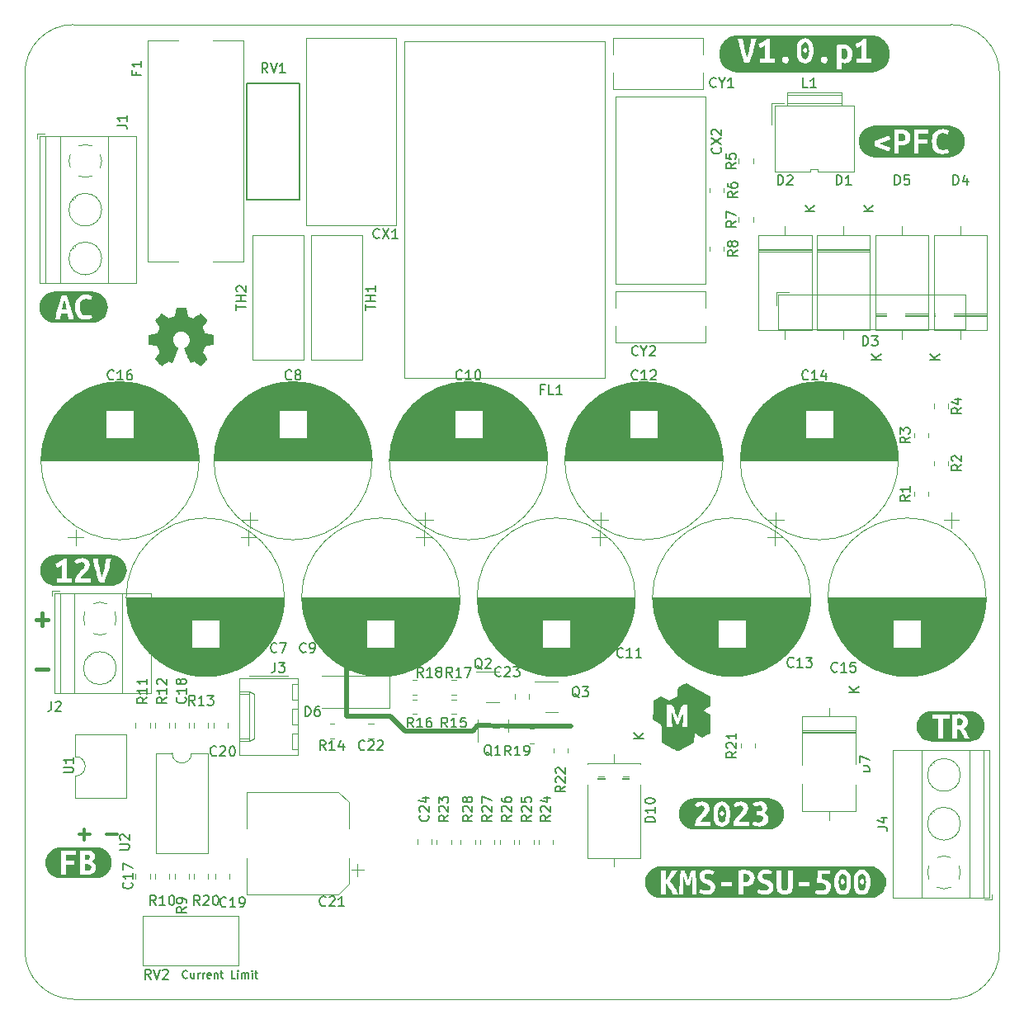
<source format=gbr>
G04 #@! TF.GenerationSoftware,KiCad,Pcbnew,6.0.10+dfsg-1~bpo11+1*
G04 #@! TF.ProjectId,project,70726f6a-6563-4742-9e6b-696361645f70,1.0.p1*
G04 #@! TF.SameCoordinates,Original*
G04 #@! TF.FileFunction,Legend,Top*
G04 #@! TF.FilePolarity,Positive*
%FSLAX46Y46*%
G04 Gerber Fmt 4.6, Leading zero omitted, Abs format (unit mm)*
%MOMM*%
%LPD*%
G01*
G04 APERTURE LIST*
%ADD10C,0.500000*%
G04 #@! TA.AperFunction,Profile*
%ADD11C,0.100000*%
G04 #@! TD*
%ADD12C,0.400000*%
%ADD13C,0.150000*%
%ADD14C,0.350000*%
%ADD15C,0.010000*%
%ADD16C,0.120000*%
%ADD17R,2.400000X2.400000*%
%ADD18C,2.400000*%
%ADD19C,0.900000*%
%ADD20C,8.600000*%
%ADD21C,2.000000*%
%ADD22R,3.200000X3.200000*%
%ADD23O,3.200000X3.200000*%
%ADD24R,3.000000X3.000000*%
%ADD25C,3.000000*%
%ADD26R,2.600000X2.600000*%
%ADD27C,2.600000*%
%ADD28R,2.000000X2.000000*%
%ADD29C,2.700000*%
%ADD30R,1.600000X1.600000*%
%ADD31O,1.600000X1.600000*%
%ADD32C,1.440000*%
%ADD33O,2.190000X1.740000*%
%ADD34R,3.500000X1.800000*%
%ADD35C,1.800000*%
%ADD36C,6.500000*%
%ADD37R,1.905000X2.000000*%
%ADD38O,1.905000X2.000000*%
%ADD39O,2.000000X2.000000*%
G04 APERTURE END LIST*
D10*
X112500000Y-126000000D02*
X114000000Y-127500000D01*
X108000000Y-126000000D02*
X112500000Y-126000000D01*
X108000000Y-126000000D02*
X108000000Y-121000000D01*
X121000000Y-127500000D02*
X121440000Y-126937500D01*
X121440000Y-126937500D02*
X124500000Y-127000000D01*
X124500000Y-127000000D02*
X131000000Y-127000000D01*
X114000000Y-127500000D02*
X121000000Y-127500000D01*
D11*
X80000000Y-55000000D02*
X170000000Y-55000000D01*
X175000000Y-60000000D02*
X175000000Y-150000000D01*
X170000000Y-155000000D02*
G75*
G03*
X175000000Y-150000000I0J5000000D01*
G01*
X170000000Y-155000000D02*
X80000000Y-155000000D01*
X75000000Y-150000000D02*
G75*
G03*
X80000000Y-155000000I5000000J0D01*
G01*
X80000000Y-55000000D02*
G75*
G03*
X75000000Y-60000000I0J-5000000D01*
G01*
X175000000Y-60000000D02*
G75*
G03*
X170000000Y-55000000I-5000000J0D01*
G01*
X75000000Y-150000000D02*
X75000000Y-60000000D01*
D12*
X76175000Y-116033285D02*
X77394047Y-116033285D01*
X76784523Y-116642809D02*
X76784523Y-115423761D01*
X76175000Y-121185285D02*
X77394047Y-121185285D01*
D13*
X91685714Y-152785714D02*
X91647619Y-152823809D01*
X91533333Y-152861904D01*
X91457142Y-152861904D01*
X91342857Y-152823809D01*
X91266666Y-152747619D01*
X91228571Y-152671428D01*
X91190476Y-152519047D01*
X91190476Y-152404761D01*
X91228571Y-152252380D01*
X91266666Y-152176190D01*
X91342857Y-152100000D01*
X91457142Y-152061904D01*
X91533333Y-152061904D01*
X91647619Y-152100000D01*
X91685714Y-152138095D01*
X92371428Y-152328571D02*
X92371428Y-152861904D01*
X92028571Y-152328571D02*
X92028571Y-152747619D01*
X92066666Y-152823809D01*
X92142857Y-152861904D01*
X92257142Y-152861904D01*
X92333333Y-152823809D01*
X92371428Y-152785714D01*
X92752380Y-152861904D02*
X92752380Y-152328571D01*
X92752380Y-152480952D02*
X92790476Y-152404761D01*
X92828571Y-152366666D01*
X92904761Y-152328571D01*
X92980952Y-152328571D01*
X93247619Y-152861904D02*
X93247619Y-152328571D01*
X93247619Y-152480952D02*
X93285714Y-152404761D01*
X93323809Y-152366666D01*
X93400000Y-152328571D01*
X93476190Y-152328571D01*
X94047619Y-152823809D02*
X93971428Y-152861904D01*
X93819047Y-152861904D01*
X93742857Y-152823809D01*
X93704761Y-152747619D01*
X93704761Y-152442857D01*
X93742857Y-152366666D01*
X93819047Y-152328571D01*
X93971428Y-152328571D01*
X94047619Y-152366666D01*
X94085714Y-152442857D01*
X94085714Y-152519047D01*
X93704761Y-152595238D01*
X94428571Y-152328571D02*
X94428571Y-152861904D01*
X94428571Y-152404761D02*
X94466666Y-152366666D01*
X94542857Y-152328571D01*
X94657142Y-152328571D01*
X94733333Y-152366666D01*
X94771428Y-152442857D01*
X94771428Y-152861904D01*
X95038095Y-152328571D02*
X95342857Y-152328571D01*
X95152380Y-152061904D02*
X95152380Y-152747619D01*
X95190476Y-152823809D01*
X95266666Y-152861904D01*
X95342857Y-152861904D01*
X96600000Y-152861904D02*
X96219047Y-152861904D01*
X96219047Y-152061904D01*
X96866666Y-152861904D02*
X96866666Y-152328571D01*
X96866666Y-152061904D02*
X96828571Y-152100000D01*
X96866666Y-152138095D01*
X96904761Y-152100000D01*
X96866666Y-152061904D01*
X96866666Y-152138095D01*
X97247619Y-152861904D02*
X97247619Y-152328571D01*
X97247619Y-152404761D02*
X97285714Y-152366666D01*
X97361904Y-152328571D01*
X97476190Y-152328571D01*
X97552380Y-152366666D01*
X97590476Y-152442857D01*
X97590476Y-152861904D01*
X97590476Y-152442857D02*
X97628571Y-152366666D01*
X97704761Y-152328571D01*
X97819047Y-152328571D01*
X97895238Y-152366666D01*
X97933333Y-152442857D01*
X97933333Y-152861904D01*
X98314285Y-152861904D02*
X98314285Y-152328571D01*
X98314285Y-152061904D02*
X98276190Y-152100000D01*
X98314285Y-152138095D01*
X98352380Y-152100000D01*
X98314285Y-152061904D01*
X98314285Y-152138095D01*
X98580952Y-152328571D02*
X98885714Y-152328571D01*
X98695238Y-152061904D02*
X98695238Y-152747619D01*
X98733333Y-152823809D01*
X98809523Y-152861904D01*
X98885714Y-152861904D01*
D14*
X80572500Y-138100000D02*
X81639166Y-138100000D01*
X81105833Y-138633333D02*
X81105833Y-137566666D01*
X83372500Y-138100000D02*
X84439166Y-138100000D01*
D13*
X103833333Y-119357142D02*
X103785714Y-119404761D01*
X103642857Y-119452380D01*
X103547619Y-119452380D01*
X103404761Y-119404761D01*
X103309523Y-119309523D01*
X103261904Y-119214285D01*
X103214285Y-119023809D01*
X103214285Y-118880952D01*
X103261904Y-118690476D01*
X103309523Y-118595238D01*
X103404761Y-118500000D01*
X103547619Y-118452380D01*
X103642857Y-118452380D01*
X103785714Y-118500000D01*
X103833333Y-118547619D01*
X104309523Y-119452380D02*
X104500000Y-119452380D01*
X104595238Y-119404761D01*
X104642857Y-119357142D01*
X104738095Y-119214285D01*
X104785714Y-119023809D01*
X104785714Y-118642857D01*
X104738095Y-118547619D01*
X104690476Y-118500000D01*
X104595238Y-118452380D01*
X104404761Y-118452380D01*
X104309523Y-118500000D01*
X104261904Y-118547619D01*
X104214285Y-118642857D01*
X104214285Y-118880952D01*
X104261904Y-118976190D01*
X104309523Y-119023809D01*
X104404761Y-119071428D01*
X104595238Y-119071428D01*
X104690476Y-119023809D01*
X104738095Y-118976190D01*
X104785714Y-118880952D01*
X120912380Y-136142857D02*
X120436190Y-136476190D01*
X120912380Y-136714285D02*
X119912380Y-136714285D01*
X119912380Y-136333333D01*
X119960000Y-136238095D01*
X120007619Y-136190476D01*
X120102857Y-136142857D01*
X120245714Y-136142857D01*
X120340952Y-136190476D01*
X120388571Y-136238095D01*
X120436190Y-136333333D01*
X120436190Y-136714285D01*
X120007619Y-135761904D02*
X119960000Y-135714285D01*
X119912380Y-135619047D01*
X119912380Y-135380952D01*
X119960000Y-135285714D01*
X120007619Y-135238095D01*
X120102857Y-135190476D01*
X120198095Y-135190476D01*
X120340952Y-135238095D01*
X120912380Y-135809523D01*
X120912380Y-135190476D01*
X120340952Y-134619047D02*
X120293333Y-134714285D01*
X120245714Y-134761904D01*
X120150476Y-134809523D01*
X120102857Y-134809523D01*
X120007619Y-134761904D01*
X119960000Y-134714285D01*
X119912380Y-134619047D01*
X119912380Y-134428571D01*
X119960000Y-134333333D01*
X120007619Y-134285714D01*
X120102857Y-134238095D01*
X120150476Y-134238095D01*
X120245714Y-134285714D01*
X120293333Y-134333333D01*
X120340952Y-134428571D01*
X120340952Y-134619047D01*
X120388571Y-134714285D01*
X120436190Y-134761904D01*
X120531428Y-134809523D01*
X120721904Y-134809523D01*
X120817142Y-134761904D01*
X120864761Y-134714285D01*
X120912380Y-134619047D01*
X120912380Y-134428571D01*
X120864761Y-134333333D01*
X120817142Y-134285714D01*
X120721904Y-134238095D01*
X120531428Y-134238095D01*
X120436190Y-134285714D01*
X120388571Y-134333333D01*
X120340952Y-134428571D01*
X131904761Y-124047619D02*
X131809523Y-124000000D01*
X131714285Y-123904761D01*
X131571428Y-123761904D01*
X131476190Y-123714285D01*
X131380952Y-123714285D01*
X131428571Y-123952380D02*
X131333333Y-123904761D01*
X131238095Y-123809523D01*
X131190476Y-123619047D01*
X131190476Y-123285714D01*
X131238095Y-123095238D01*
X131333333Y-123000000D01*
X131428571Y-122952380D01*
X131619047Y-122952380D01*
X131714285Y-123000000D01*
X131809523Y-123095238D01*
X131857142Y-123285714D01*
X131857142Y-123619047D01*
X131809523Y-123809523D01*
X131714285Y-123904761D01*
X131619047Y-123952380D01*
X131428571Y-123952380D01*
X132190476Y-122952380D02*
X132809523Y-122952380D01*
X132476190Y-123333333D01*
X132619047Y-123333333D01*
X132714285Y-123380952D01*
X132761904Y-123428571D01*
X132809523Y-123523809D01*
X132809523Y-123761904D01*
X132761904Y-123857142D01*
X132714285Y-123904761D01*
X132619047Y-123952380D01*
X132333333Y-123952380D01*
X132238095Y-123904761D01*
X132190476Y-123857142D01*
X165802380Y-97316666D02*
X165326190Y-97650000D01*
X165802380Y-97888095D02*
X164802380Y-97888095D01*
X164802380Y-97507142D01*
X164850000Y-97411904D01*
X164897619Y-97364285D01*
X164992857Y-97316666D01*
X165135714Y-97316666D01*
X165230952Y-97364285D01*
X165278571Y-97411904D01*
X165326190Y-97507142D01*
X165326190Y-97888095D01*
X164802380Y-96983333D02*
X164802380Y-96364285D01*
X165183333Y-96697619D01*
X165183333Y-96554761D01*
X165230952Y-96459523D01*
X165278571Y-96411904D01*
X165373809Y-96364285D01*
X165611904Y-96364285D01*
X165707142Y-96411904D01*
X165754761Y-96459523D01*
X165802380Y-96554761D01*
X165802380Y-96840476D01*
X165754761Y-96935714D01*
X165707142Y-96983333D01*
X105857142Y-145357142D02*
X105809523Y-145404761D01*
X105666666Y-145452380D01*
X105571428Y-145452380D01*
X105428571Y-145404761D01*
X105333333Y-145309523D01*
X105285714Y-145214285D01*
X105238095Y-145023809D01*
X105238095Y-144880952D01*
X105285714Y-144690476D01*
X105333333Y-144595238D01*
X105428571Y-144500000D01*
X105571428Y-144452380D01*
X105666666Y-144452380D01*
X105809523Y-144500000D01*
X105857142Y-144547619D01*
X106238095Y-144547619D02*
X106285714Y-144500000D01*
X106380952Y-144452380D01*
X106619047Y-144452380D01*
X106714285Y-144500000D01*
X106761904Y-144547619D01*
X106809523Y-144642857D01*
X106809523Y-144738095D01*
X106761904Y-144880952D01*
X106190476Y-145452380D01*
X106809523Y-145452380D01*
X107761904Y-145452380D02*
X107190476Y-145452380D01*
X107476190Y-145452380D02*
X107476190Y-144452380D01*
X107380952Y-144595238D01*
X107285714Y-144690476D01*
X107190476Y-144738095D01*
X119857142Y-91357142D02*
X119809523Y-91404761D01*
X119666666Y-91452380D01*
X119571428Y-91452380D01*
X119428571Y-91404761D01*
X119333333Y-91309523D01*
X119285714Y-91214285D01*
X119238095Y-91023809D01*
X119238095Y-90880952D01*
X119285714Y-90690476D01*
X119333333Y-90595238D01*
X119428571Y-90500000D01*
X119571428Y-90452380D01*
X119666666Y-90452380D01*
X119809523Y-90500000D01*
X119857142Y-90547619D01*
X120809523Y-91452380D02*
X120238095Y-91452380D01*
X120523809Y-91452380D02*
X120523809Y-90452380D01*
X120428571Y-90595238D01*
X120333333Y-90690476D01*
X120238095Y-90738095D01*
X121428571Y-90452380D02*
X121523809Y-90452380D01*
X121619047Y-90500000D01*
X121666666Y-90547619D01*
X121714285Y-90642857D01*
X121761904Y-90833333D01*
X121761904Y-91071428D01*
X121714285Y-91261904D01*
X121666666Y-91357142D01*
X121619047Y-91404761D01*
X121523809Y-91452380D01*
X121428571Y-91452380D01*
X121333333Y-91404761D01*
X121285714Y-91357142D01*
X121238095Y-91261904D01*
X121190476Y-91071428D01*
X121190476Y-90833333D01*
X121238095Y-90642857D01*
X121285714Y-90547619D01*
X121333333Y-90500000D01*
X121428571Y-90452380D01*
X145904761Y-61357142D02*
X145857142Y-61404761D01*
X145714285Y-61452380D01*
X145619047Y-61452380D01*
X145476190Y-61404761D01*
X145380952Y-61309523D01*
X145333333Y-61214285D01*
X145285714Y-61023809D01*
X145285714Y-60880952D01*
X145333333Y-60690476D01*
X145380952Y-60595238D01*
X145476190Y-60500000D01*
X145619047Y-60452380D01*
X145714285Y-60452380D01*
X145857142Y-60500000D01*
X145904761Y-60547619D01*
X146523809Y-60976190D02*
X146523809Y-61452380D01*
X146190476Y-60452380D02*
X146523809Y-60976190D01*
X146857142Y-60452380D01*
X147714285Y-61452380D02*
X147142857Y-61452380D01*
X147428571Y-61452380D02*
X147428571Y-60452380D01*
X147333333Y-60595238D01*
X147238095Y-60690476D01*
X147142857Y-60738095D01*
X126952380Y-136142857D02*
X126476190Y-136476190D01*
X126952380Y-136714285D02*
X125952380Y-136714285D01*
X125952380Y-136333333D01*
X126000000Y-136238095D01*
X126047619Y-136190476D01*
X126142857Y-136142857D01*
X126285714Y-136142857D01*
X126380952Y-136190476D01*
X126428571Y-136238095D01*
X126476190Y-136333333D01*
X126476190Y-136714285D01*
X126047619Y-135761904D02*
X126000000Y-135714285D01*
X125952380Y-135619047D01*
X125952380Y-135380952D01*
X126000000Y-135285714D01*
X126047619Y-135238095D01*
X126142857Y-135190476D01*
X126238095Y-135190476D01*
X126380952Y-135238095D01*
X126952380Y-135809523D01*
X126952380Y-135190476D01*
X125952380Y-134285714D02*
X125952380Y-134761904D01*
X126428571Y-134809523D01*
X126380952Y-134761904D01*
X126333333Y-134666666D01*
X126333333Y-134428571D01*
X126380952Y-134333333D01*
X126428571Y-134285714D01*
X126523809Y-134238095D01*
X126761904Y-134238095D01*
X126857142Y-134285714D01*
X126904761Y-134333333D01*
X126952380Y-134428571D01*
X126952380Y-134666666D01*
X126904761Y-134761904D01*
X126857142Y-134809523D01*
X105857142Y-129452380D02*
X105523809Y-128976190D01*
X105285714Y-129452380D02*
X105285714Y-128452380D01*
X105666666Y-128452380D01*
X105761904Y-128500000D01*
X105809523Y-128547619D01*
X105857142Y-128642857D01*
X105857142Y-128785714D01*
X105809523Y-128880952D01*
X105761904Y-128928571D01*
X105666666Y-128976190D01*
X105285714Y-128976190D01*
X106809523Y-129452380D02*
X106238095Y-129452380D01*
X106523809Y-129452380D02*
X106523809Y-128452380D01*
X106428571Y-128595238D01*
X106333333Y-128690476D01*
X106238095Y-128738095D01*
X107666666Y-128785714D02*
X107666666Y-129452380D01*
X107428571Y-128404761D02*
X107190476Y-129119047D01*
X107809523Y-129119047D01*
X152261904Y-71452380D02*
X152261904Y-70452380D01*
X152500000Y-70452380D01*
X152642857Y-70500000D01*
X152738095Y-70595238D01*
X152785714Y-70690476D01*
X152833333Y-70880952D01*
X152833333Y-71023809D01*
X152785714Y-71214285D01*
X152738095Y-71309523D01*
X152642857Y-71404761D01*
X152500000Y-71452380D01*
X152261904Y-71452380D01*
X153214285Y-70547619D02*
X153261904Y-70500000D01*
X153357142Y-70452380D01*
X153595238Y-70452380D01*
X153690476Y-70500000D01*
X153738095Y-70547619D01*
X153785714Y-70642857D01*
X153785714Y-70738095D01*
X153738095Y-70880952D01*
X153166666Y-71452380D01*
X153785714Y-71452380D01*
X156052380Y-74130533D02*
X155052380Y-74130533D01*
X156052380Y-73559105D02*
X155480952Y-73987676D01*
X155052380Y-73559105D02*
X155623809Y-74130533D01*
X124857142Y-129989880D02*
X124523809Y-129513690D01*
X124285714Y-129989880D02*
X124285714Y-128989880D01*
X124666666Y-128989880D01*
X124761904Y-129037500D01*
X124809523Y-129085119D01*
X124857142Y-129180357D01*
X124857142Y-129323214D01*
X124809523Y-129418452D01*
X124761904Y-129466071D01*
X124666666Y-129513690D01*
X124285714Y-129513690D01*
X125809523Y-129989880D02*
X125238095Y-129989880D01*
X125523809Y-129989880D02*
X125523809Y-128989880D01*
X125428571Y-129132738D01*
X125333333Y-129227976D01*
X125238095Y-129275595D01*
X126285714Y-129989880D02*
X126476190Y-129989880D01*
X126571428Y-129942261D01*
X126619047Y-129894642D01*
X126714285Y-129751785D01*
X126761904Y-129561309D01*
X126761904Y-129180357D01*
X126714285Y-129085119D01*
X126666666Y-129037500D01*
X126571428Y-128989880D01*
X126380952Y-128989880D01*
X126285714Y-129037500D01*
X126238095Y-129085119D01*
X126190476Y-129180357D01*
X126190476Y-129418452D01*
X126238095Y-129513690D01*
X126285714Y-129561309D01*
X126380952Y-129608928D01*
X126571428Y-129608928D01*
X126666666Y-129561309D01*
X126714285Y-129513690D01*
X126761904Y-129418452D01*
X123857142Y-121797142D02*
X123809523Y-121844761D01*
X123666666Y-121892380D01*
X123571428Y-121892380D01*
X123428571Y-121844761D01*
X123333333Y-121749523D01*
X123285714Y-121654285D01*
X123238095Y-121463809D01*
X123238095Y-121320952D01*
X123285714Y-121130476D01*
X123333333Y-121035238D01*
X123428571Y-120940000D01*
X123571428Y-120892380D01*
X123666666Y-120892380D01*
X123809523Y-120940000D01*
X123857142Y-120987619D01*
X124238095Y-120987619D02*
X124285714Y-120940000D01*
X124380952Y-120892380D01*
X124619047Y-120892380D01*
X124714285Y-120940000D01*
X124761904Y-120987619D01*
X124809523Y-121082857D01*
X124809523Y-121178095D01*
X124761904Y-121320952D01*
X124190476Y-121892380D01*
X124809523Y-121892380D01*
X125142857Y-120892380D02*
X125761904Y-120892380D01*
X125428571Y-121273333D01*
X125571428Y-121273333D01*
X125666666Y-121320952D01*
X125714285Y-121368571D01*
X125761904Y-121463809D01*
X125761904Y-121701904D01*
X125714285Y-121797142D01*
X125666666Y-121844761D01*
X125571428Y-121892380D01*
X125285714Y-121892380D01*
X125190476Y-121844761D01*
X125142857Y-121797142D01*
X121904761Y-121147619D02*
X121809523Y-121100000D01*
X121714285Y-121004761D01*
X121571428Y-120861904D01*
X121476190Y-120814285D01*
X121380952Y-120814285D01*
X121428571Y-121052380D02*
X121333333Y-121004761D01*
X121238095Y-120909523D01*
X121190476Y-120719047D01*
X121190476Y-120385714D01*
X121238095Y-120195238D01*
X121333333Y-120100000D01*
X121428571Y-120052380D01*
X121619047Y-120052380D01*
X121714285Y-120100000D01*
X121809523Y-120195238D01*
X121857142Y-120385714D01*
X121857142Y-120719047D01*
X121809523Y-120909523D01*
X121714285Y-121004761D01*
X121619047Y-121052380D01*
X121428571Y-121052380D01*
X122238095Y-120147619D02*
X122285714Y-120100000D01*
X122380952Y-120052380D01*
X122619047Y-120052380D01*
X122714285Y-120100000D01*
X122761904Y-120147619D01*
X122809523Y-120242857D01*
X122809523Y-120338095D01*
X122761904Y-120480952D01*
X122190476Y-121052380D01*
X122809523Y-121052380D01*
X155333333Y-61452380D02*
X154857142Y-61452380D01*
X154857142Y-60452380D01*
X156190476Y-61452380D02*
X155619047Y-61452380D01*
X155904761Y-61452380D02*
X155904761Y-60452380D01*
X155809523Y-60595238D01*
X155714285Y-60690476D01*
X155619047Y-60738095D01*
X77701666Y-124452380D02*
X77701666Y-125166666D01*
X77654047Y-125309523D01*
X77558809Y-125404761D01*
X77415952Y-125452380D01*
X77320714Y-125452380D01*
X78130238Y-124547619D02*
X78177857Y-124500000D01*
X78273095Y-124452380D01*
X78511190Y-124452380D01*
X78606428Y-124500000D01*
X78654047Y-124547619D01*
X78701666Y-124642857D01*
X78701666Y-124738095D01*
X78654047Y-124880952D01*
X78082619Y-125452380D01*
X78701666Y-125452380D01*
X128261904Y-92428571D02*
X127928571Y-92428571D01*
X127928571Y-92952380D02*
X127928571Y-91952380D01*
X128404761Y-91952380D01*
X129261904Y-92952380D02*
X128785714Y-92952380D01*
X128785714Y-91952380D01*
X130119047Y-92952380D02*
X129547619Y-92952380D01*
X129833333Y-92952380D02*
X129833333Y-91952380D01*
X129738095Y-92095238D01*
X129642857Y-92190476D01*
X129547619Y-92238095D01*
X136357142Y-119857142D02*
X136309523Y-119904761D01*
X136166666Y-119952380D01*
X136071428Y-119952380D01*
X135928571Y-119904761D01*
X135833333Y-119809523D01*
X135785714Y-119714285D01*
X135738095Y-119523809D01*
X135738095Y-119380952D01*
X135785714Y-119190476D01*
X135833333Y-119095238D01*
X135928571Y-119000000D01*
X136071428Y-118952380D01*
X136166666Y-118952380D01*
X136309523Y-119000000D01*
X136357142Y-119047619D01*
X137309523Y-119952380D02*
X136738095Y-119952380D01*
X137023809Y-119952380D02*
X137023809Y-118952380D01*
X136928571Y-119095238D01*
X136833333Y-119190476D01*
X136738095Y-119238095D01*
X138261904Y-119952380D02*
X137690476Y-119952380D01*
X137976190Y-119952380D02*
X137976190Y-118952380D01*
X137880952Y-119095238D01*
X137785714Y-119190476D01*
X137690476Y-119238095D01*
X160981904Y-87952380D02*
X160981904Y-86952380D01*
X161220000Y-86952380D01*
X161362857Y-87000000D01*
X161458095Y-87095238D01*
X161505714Y-87190476D01*
X161553333Y-87380952D01*
X161553333Y-87523809D01*
X161505714Y-87714285D01*
X161458095Y-87809523D01*
X161362857Y-87904761D01*
X161220000Y-87952380D01*
X160981904Y-87952380D01*
X161886666Y-86952380D02*
X162505714Y-86952380D01*
X162172380Y-87333333D01*
X162315238Y-87333333D01*
X162410476Y-87380952D01*
X162458095Y-87428571D01*
X162505714Y-87523809D01*
X162505714Y-87761904D01*
X162458095Y-87857142D01*
X162410476Y-87904761D01*
X162315238Y-87952380D01*
X162029523Y-87952380D01*
X161934285Y-87904761D01*
X161886666Y-87857142D01*
X171102380Y-100166666D02*
X170626190Y-100500000D01*
X171102380Y-100738095D02*
X170102380Y-100738095D01*
X170102380Y-100357142D01*
X170150000Y-100261904D01*
X170197619Y-100214285D01*
X170292857Y-100166666D01*
X170435714Y-100166666D01*
X170530952Y-100214285D01*
X170578571Y-100261904D01*
X170626190Y-100357142D01*
X170626190Y-100738095D01*
X170197619Y-99785714D02*
X170150000Y-99738095D01*
X170102380Y-99642857D01*
X170102380Y-99404761D01*
X170150000Y-99309523D01*
X170197619Y-99261904D01*
X170292857Y-99214285D01*
X170388095Y-99214285D01*
X170530952Y-99261904D01*
X171102380Y-99833333D01*
X171102380Y-99214285D01*
X102346087Y-91357142D02*
X102298468Y-91404761D01*
X102155611Y-91452380D01*
X102060373Y-91452380D01*
X101917515Y-91404761D01*
X101822277Y-91309523D01*
X101774658Y-91214285D01*
X101727039Y-91023809D01*
X101727039Y-90880952D01*
X101774658Y-90690476D01*
X101822277Y-90595238D01*
X101917515Y-90500000D01*
X102060373Y-90452380D01*
X102155611Y-90452380D01*
X102298468Y-90500000D01*
X102346087Y-90547619D01*
X102917515Y-90880952D02*
X102822277Y-90833333D01*
X102774658Y-90785714D01*
X102727039Y-90690476D01*
X102727039Y-90642857D01*
X102774658Y-90547619D01*
X102822277Y-90500000D01*
X102917515Y-90452380D01*
X103107992Y-90452380D01*
X103203230Y-90500000D01*
X103250849Y-90547619D01*
X103298468Y-90642857D01*
X103298468Y-90690476D01*
X103250849Y-90785714D01*
X103203230Y-90833333D01*
X103107992Y-90880952D01*
X102917515Y-90880952D01*
X102822277Y-90928571D01*
X102774658Y-90976190D01*
X102727039Y-91071428D01*
X102727039Y-91261904D01*
X102774658Y-91357142D01*
X102822277Y-91404761D01*
X102917515Y-91452380D01*
X103107992Y-91452380D01*
X103203230Y-91404761D01*
X103250849Y-91357142D01*
X103298468Y-91261904D01*
X103298468Y-91071428D01*
X103250849Y-90976190D01*
X103203230Y-90928571D01*
X103107992Y-90880952D01*
X116357142Y-136142857D02*
X116404761Y-136190476D01*
X116452380Y-136333333D01*
X116452380Y-136428571D01*
X116404761Y-136571428D01*
X116309523Y-136666666D01*
X116214285Y-136714285D01*
X116023809Y-136761904D01*
X115880952Y-136761904D01*
X115690476Y-136714285D01*
X115595238Y-136666666D01*
X115500000Y-136571428D01*
X115452380Y-136428571D01*
X115452380Y-136333333D01*
X115500000Y-136190476D01*
X115547619Y-136142857D01*
X115547619Y-135761904D02*
X115500000Y-135714285D01*
X115452380Y-135619047D01*
X115452380Y-135380952D01*
X115500000Y-135285714D01*
X115547619Y-135238095D01*
X115642857Y-135190476D01*
X115738095Y-135190476D01*
X115880952Y-135238095D01*
X116452380Y-135809523D01*
X116452380Y-135190476D01*
X115785714Y-134333333D02*
X116452380Y-134333333D01*
X115404761Y-134571428D02*
X116119047Y-134809523D01*
X116119047Y-134190476D01*
X86428571Y-59833333D02*
X86428571Y-60166666D01*
X86952380Y-60166666D02*
X85952380Y-60166666D01*
X85952380Y-59690476D01*
X86952380Y-58785714D02*
X86952380Y-59357142D01*
X86952380Y-59071428D02*
X85952380Y-59071428D01*
X86095238Y-59166666D01*
X86190476Y-59261904D01*
X86238095Y-59357142D01*
X115857142Y-121952380D02*
X115523809Y-121476190D01*
X115285714Y-121952380D02*
X115285714Y-120952380D01*
X115666666Y-120952380D01*
X115761904Y-121000000D01*
X115809523Y-121047619D01*
X115857142Y-121142857D01*
X115857142Y-121285714D01*
X115809523Y-121380952D01*
X115761904Y-121428571D01*
X115666666Y-121476190D01*
X115285714Y-121476190D01*
X116809523Y-121952380D02*
X116238095Y-121952380D01*
X116523809Y-121952380D02*
X116523809Y-120952380D01*
X116428571Y-121095238D01*
X116333333Y-121190476D01*
X116238095Y-121238095D01*
X117380952Y-121380952D02*
X117285714Y-121333333D01*
X117238095Y-121285714D01*
X117190476Y-121190476D01*
X117190476Y-121142857D01*
X117238095Y-121047619D01*
X117285714Y-121000000D01*
X117380952Y-120952380D01*
X117571428Y-120952380D01*
X117666666Y-121000000D01*
X117714285Y-121047619D01*
X117761904Y-121142857D01*
X117761904Y-121190476D01*
X117714285Y-121285714D01*
X117666666Y-121333333D01*
X117571428Y-121380952D01*
X117380952Y-121380952D01*
X117285714Y-121428571D01*
X117238095Y-121476190D01*
X117190476Y-121571428D01*
X117190476Y-121761904D01*
X117238095Y-121857142D01*
X117285714Y-121904761D01*
X117380952Y-121952380D01*
X117571428Y-121952380D01*
X117666666Y-121904761D01*
X117714285Y-121857142D01*
X117761904Y-121761904D01*
X117761904Y-121571428D01*
X117714285Y-121476190D01*
X117666666Y-121428571D01*
X117571428Y-121380952D01*
X139632380Y-136849285D02*
X138632380Y-136849285D01*
X138632380Y-136611190D01*
X138680000Y-136468333D01*
X138775238Y-136373095D01*
X138870476Y-136325476D01*
X139060952Y-136277857D01*
X139203809Y-136277857D01*
X139394285Y-136325476D01*
X139489523Y-136373095D01*
X139584761Y-136468333D01*
X139632380Y-136611190D01*
X139632380Y-136849285D01*
X139632380Y-135325476D02*
X139632380Y-135896904D01*
X139632380Y-135611190D02*
X138632380Y-135611190D01*
X138775238Y-135706428D01*
X138870476Y-135801666D01*
X138918095Y-135896904D01*
X138632380Y-134706428D02*
X138632380Y-134611190D01*
X138680000Y-134515952D01*
X138727619Y-134468333D01*
X138822857Y-134420714D01*
X139013333Y-134373095D01*
X139251428Y-134373095D01*
X139441904Y-134420714D01*
X139537142Y-134468333D01*
X139584761Y-134515952D01*
X139632380Y-134611190D01*
X139632380Y-134706428D01*
X139584761Y-134801666D01*
X139537142Y-134849285D01*
X139441904Y-134896904D01*
X139251428Y-134944523D01*
X139013333Y-134944523D01*
X138822857Y-134896904D01*
X138727619Y-134849285D01*
X138680000Y-134801666D01*
X138632380Y-134706428D01*
X138512380Y-128276904D02*
X137512380Y-128276904D01*
X138512380Y-127705476D02*
X137940952Y-128134047D01*
X137512380Y-127705476D02*
X138083809Y-128276904D01*
X91447142Y-124032857D02*
X91494761Y-124080476D01*
X91542380Y-124223333D01*
X91542380Y-124318571D01*
X91494761Y-124461428D01*
X91399523Y-124556666D01*
X91304285Y-124604285D01*
X91113809Y-124651904D01*
X90970952Y-124651904D01*
X90780476Y-124604285D01*
X90685238Y-124556666D01*
X90590000Y-124461428D01*
X90542380Y-124318571D01*
X90542380Y-124223333D01*
X90590000Y-124080476D01*
X90637619Y-124032857D01*
X91542380Y-123080476D02*
X91542380Y-123651904D01*
X91542380Y-123366190D02*
X90542380Y-123366190D01*
X90685238Y-123461428D01*
X90780476Y-123556666D01*
X90828095Y-123651904D01*
X90970952Y-122509047D02*
X90923333Y-122604285D01*
X90875714Y-122651904D01*
X90780476Y-122699523D01*
X90732857Y-122699523D01*
X90637619Y-122651904D01*
X90590000Y-122604285D01*
X90542380Y-122509047D01*
X90542380Y-122318571D01*
X90590000Y-122223333D01*
X90637619Y-122175714D01*
X90732857Y-122128095D01*
X90780476Y-122128095D01*
X90875714Y-122175714D01*
X90923333Y-122223333D01*
X90970952Y-122318571D01*
X90970952Y-122509047D01*
X91018571Y-122604285D01*
X91066190Y-122651904D01*
X91161428Y-122699523D01*
X91351904Y-122699523D01*
X91447142Y-122651904D01*
X91494761Y-122604285D01*
X91542380Y-122509047D01*
X91542380Y-122318571D01*
X91494761Y-122223333D01*
X91447142Y-122175714D01*
X91351904Y-122128095D01*
X91161428Y-122128095D01*
X91066190Y-122175714D01*
X91018571Y-122223333D01*
X90970952Y-122318571D01*
X165802380Y-103316666D02*
X165326190Y-103650000D01*
X165802380Y-103888095D02*
X164802380Y-103888095D01*
X164802380Y-103507142D01*
X164850000Y-103411904D01*
X164897619Y-103364285D01*
X164992857Y-103316666D01*
X165135714Y-103316666D01*
X165230952Y-103364285D01*
X165278571Y-103411904D01*
X165326190Y-103507142D01*
X165326190Y-103888095D01*
X165802380Y-102364285D02*
X165802380Y-102935714D01*
X165802380Y-102650000D02*
X164802380Y-102650000D01*
X164945238Y-102745238D01*
X165040476Y-102840476D01*
X165088095Y-102935714D01*
X92447142Y-124842380D02*
X92113809Y-124366190D01*
X91875714Y-124842380D02*
X91875714Y-123842380D01*
X92256666Y-123842380D01*
X92351904Y-123890000D01*
X92399523Y-123937619D01*
X92447142Y-124032857D01*
X92447142Y-124175714D01*
X92399523Y-124270952D01*
X92351904Y-124318571D01*
X92256666Y-124366190D01*
X91875714Y-124366190D01*
X93399523Y-124842380D02*
X92828095Y-124842380D01*
X93113809Y-124842380D02*
X93113809Y-123842380D01*
X93018571Y-123985238D01*
X92923333Y-124080476D01*
X92828095Y-124128095D01*
X93732857Y-123842380D02*
X94351904Y-123842380D01*
X94018571Y-124223333D01*
X94161428Y-124223333D01*
X94256666Y-124270952D01*
X94304285Y-124318571D01*
X94351904Y-124413809D01*
X94351904Y-124651904D01*
X94304285Y-124747142D01*
X94256666Y-124794761D01*
X94161428Y-124842380D01*
X93875714Y-124842380D01*
X93780476Y-124794761D01*
X93732857Y-124747142D01*
X84742380Y-139651904D02*
X85551904Y-139651904D01*
X85647142Y-139604285D01*
X85694761Y-139556666D01*
X85742380Y-139461428D01*
X85742380Y-139270952D01*
X85694761Y-139175714D01*
X85647142Y-139128095D01*
X85551904Y-139080476D01*
X84742380Y-139080476D01*
X84837619Y-138651904D02*
X84790000Y-138604285D01*
X84742380Y-138509047D01*
X84742380Y-138270952D01*
X84790000Y-138175714D01*
X84837619Y-138128095D01*
X84932857Y-138080476D01*
X85028095Y-138080476D01*
X85170952Y-138128095D01*
X85742380Y-138699523D01*
X85742380Y-138080476D01*
X85947142Y-143032857D02*
X85994761Y-143080476D01*
X86042380Y-143223333D01*
X86042380Y-143318571D01*
X85994761Y-143461428D01*
X85899523Y-143556666D01*
X85804285Y-143604285D01*
X85613809Y-143651904D01*
X85470952Y-143651904D01*
X85280476Y-143604285D01*
X85185238Y-143556666D01*
X85090000Y-143461428D01*
X85042380Y-143318571D01*
X85042380Y-143223333D01*
X85090000Y-143080476D01*
X85137619Y-143032857D01*
X86042380Y-142080476D02*
X86042380Y-142651904D01*
X86042380Y-142366190D02*
X85042380Y-142366190D01*
X85185238Y-142461428D01*
X85280476Y-142556666D01*
X85328095Y-142651904D01*
X85042380Y-141747142D02*
X85042380Y-141080476D01*
X86042380Y-141509047D01*
X87904761Y-152952380D02*
X87571428Y-152476190D01*
X87333333Y-152952380D02*
X87333333Y-151952380D01*
X87714285Y-151952380D01*
X87809523Y-152000000D01*
X87857142Y-152047619D01*
X87904761Y-152142857D01*
X87904761Y-152285714D01*
X87857142Y-152380952D01*
X87809523Y-152428571D01*
X87714285Y-152476190D01*
X87333333Y-152476190D01*
X88190476Y-151952380D02*
X88523809Y-152952380D01*
X88857142Y-151952380D01*
X89142857Y-152047619D02*
X89190476Y-152000000D01*
X89285714Y-151952380D01*
X89523809Y-151952380D01*
X89619047Y-152000000D01*
X89666666Y-152047619D01*
X89714285Y-152142857D01*
X89714285Y-152238095D01*
X89666666Y-152380952D01*
X89095238Y-152952380D01*
X89714285Y-152952380D01*
X164261904Y-71452380D02*
X164261904Y-70452380D01*
X164500000Y-70452380D01*
X164642857Y-70500000D01*
X164738095Y-70595238D01*
X164785714Y-70690476D01*
X164833333Y-70880952D01*
X164833333Y-71023809D01*
X164785714Y-71214285D01*
X164738095Y-71309523D01*
X164642857Y-71404761D01*
X164500000Y-71452380D01*
X164261904Y-71452380D01*
X165738095Y-70452380D02*
X165261904Y-70452380D01*
X165214285Y-70928571D01*
X165261904Y-70880952D01*
X165357142Y-70833333D01*
X165595238Y-70833333D01*
X165690476Y-70880952D01*
X165738095Y-70928571D01*
X165785714Y-71023809D01*
X165785714Y-71261904D01*
X165738095Y-71357142D01*
X165690476Y-71404761D01*
X165595238Y-71452380D01*
X165357142Y-71452380D01*
X165261904Y-71404761D01*
X165214285Y-71357142D01*
X162852380Y-89370533D02*
X161852380Y-89370533D01*
X162852380Y-88799105D02*
X162280952Y-89227676D01*
X161852380Y-88799105D02*
X162423809Y-89370533D01*
X153857142Y-120857142D02*
X153809523Y-120904761D01*
X153666666Y-120952380D01*
X153571428Y-120952380D01*
X153428571Y-120904761D01*
X153333333Y-120809523D01*
X153285714Y-120714285D01*
X153238095Y-120523809D01*
X153238095Y-120380952D01*
X153285714Y-120190476D01*
X153333333Y-120095238D01*
X153428571Y-120000000D01*
X153571428Y-119952380D01*
X153666666Y-119952380D01*
X153809523Y-120000000D01*
X153857142Y-120047619D01*
X154809523Y-120952380D02*
X154238095Y-120952380D01*
X154523809Y-120952380D02*
X154523809Y-119952380D01*
X154428571Y-120095238D01*
X154333333Y-120190476D01*
X154238095Y-120238095D01*
X155142857Y-119952380D02*
X155761904Y-119952380D01*
X155428571Y-120333333D01*
X155571428Y-120333333D01*
X155666666Y-120380952D01*
X155714285Y-120428571D01*
X155761904Y-120523809D01*
X155761904Y-120761904D01*
X155714285Y-120857142D01*
X155666666Y-120904761D01*
X155571428Y-120952380D01*
X155285714Y-120952380D01*
X155190476Y-120904761D01*
X155142857Y-120857142D01*
X158357142Y-121357142D02*
X158309523Y-121404761D01*
X158166666Y-121452380D01*
X158071428Y-121452380D01*
X157928571Y-121404761D01*
X157833333Y-121309523D01*
X157785714Y-121214285D01*
X157738095Y-121023809D01*
X157738095Y-120880952D01*
X157785714Y-120690476D01*
X157833333Y-120595238D01*
X157928571Y-120500000D01*
X158071428Y-120452380D01*
X158166666Y-120452380D01*
X158309523Y-120500000D01*
X158357142Y-120547619D01*
X159309523Y-121452380D02*
X158738095Y-121452380D01*
X159023809Y-121452380D02*
X159023809Y-120452380D01*
X158928571Y-120595238D01*
X158833333Y-120690476D01*
X158738095Y-120738095D01*
X160214285Y-120452380D02*
X159738095Y-120452380D01*
X159690476Y-120928571D01*
X159738095Y-120880952D01*
X159833333Y-120833333D01*
X160071428Y-120833333D01*
X160166666Y-120880952D01*
X160214285Y-120928571D01*
X160261904Y-121023809D01*
X160261904Y-121261904D01*
X160214285Y-121357142D01*
X160166666Y-121404761D01*
X160071428Y-121452380D01*
X159833333Y-121452380D01*
X159738095Y-121404761D01*
X159690476Y-121357142D01*
X171102380Y-94316666D02*
X170626190Y-94650000D01*
X171102380Y-94888095D02*
X170102380Y-94888095D01*
X170102380Y-94507142D01*
X170150000Y-94411904D01*
X170197619Y-94364285D01*
X170292857Y-94316666D01*
X170435714Y-94316666D01*
X170530952Y-94364285D01*
X170578571Y-94411904D01*
X170626190Y-94507142D01*
X170626190Y-94888095D01*
X170435714Y-93459523D02*
X171102380Y-93459523D01*
X170054761Y-93697619D02*
X170769047Y-93935714D01*
X170769047Y-93316666D01*
X94647142Y-129947142D02*
X94599523Y-129994761D01*
X94456666Y-130042380D01*
X94361428Y-130042380D01*
X94218571Y-129994761D01*
X94123333Y-129899523D01*
X94075714Y-129804285D01*
X94028095Y-129613809D01*
X94028095Y-129470952D01*
X94075714Y-129280476D01*
X94123333Y-129185238D01*
X94218571Y-129090000D01*
X94361428Y-129042380D01*
X94456666Y-129042380D01*
X94599523Y-129090000D01*
X94647142Y-129137619D01*
X95028095Y-129137619D02*
X95075714Y-129090000D01*
X95170952Y-129042380D01*
X95409047Y-129042380D01*
X95504285Y-129090000D01*
X95551904Y-129137619D01*
X95599523Y-129232857D01*
X95599523Y-129328095D01*
X95551904Y-129470952D01*
X94980476Y-130042380D01*
X95599523Y-130042380D01*
X96218571Y-129042380D02*
X96313809Y-129042380D01*
X96409047Y-129090000D01*
X96456666Y-129137619D01*
X96504285Y-129232857D01*
X96551904Y-129423333D01*
X96551904Y-129661428D01*
X96504285Y-129851904D01*
X96456666Y-129947142D01*
X96409047Y-129994761D01*
X96313809Y-130042380D01*
X96218571Y-130042380D01*
X96123333Y-129994761D01*
X96075714Y-129947142D01*
X96028095Y-129851904D01*
X95980476Y-129661428D01*
X95980476Y-129423333D01*
X96028095Y-129232857D01*
X96075714Y-129137619D01*
X96123333Y-129090000D01*
X96218571Y-129042380D01*
X122879761Y-130022619D02*
X122784523Y-129975000D01*
X122689285Y-129879761D01*
X122546428Y-129736904D01*
X122451190Y-129689285D01*
X122355952Y-129689285D01*
X122403571Y-129927380D02*
X122308333Y-129879761D01*
X122213095Y-129784523D01*
X122165476Y-129594047D01*
X122165476Y-129260714D01*
X122213095Y-129070238D01*
X122308333Y-128975000D01*
X122403571Y-128927380D01*
X122594047Y-128927380D01*
X122689285Y-128975000D01*
X122784523Y-129070238D01*
X122832142Y-129260714D01*
X122832142Y-129594047D01*
X122784523Y-129784523D01*
X122689285Y-129879761D01*
X122594047Y-129927380D01*
X122403571Y-129927380D01*
X123784523Y-129927380D02*
X123213095Y-129927380D01*
X123498809Y-129927380D02*
X123498809Y-128927380D01*
X123403571Y-129070238D01*
X123308333Y-129165476D01*
X123213095Y-129213095D01*
X95647142Y-145447142D02*
X95599523Y-145494761D01*
X95456666Y-145542380D01*
X95361428Y-145542380D01*
X95218571Y-145494761D01*
X95123333Y-145399523D01*
X95075714Y-145304285D01*
X95028095Y-145113809D01*
X95028095Y-144970952D01*
X95075714Y-144780476D01*
X95123333Y-144685238D01*
X95218571Y-144590000D01*
X95361428Y-144542380D01*
X95456666Y-144542380D01*
X95599523Y-144590000D01*
X95647142Y-144637619D01*
X96599523Y-145542380D02*
X96028095Y-145542380D01*
X96313809Y-145542380D02*
X96313809Y-144542380D01*
X96218571Y-144685238D01*
X96123333Y-144780476D01*
X96028095Y-144828095D01*
X97075714Y-145542380D02*
X97266190Y-145542380D01*
X97361428Y-145494761D01*
X97409047Y-145447142D01*
X97504285Y-145304285D01*
X97551904Y-145113809D01*
X97551904Y-144732857D01*
X97504285Y-144637619D01*
X97456666Y-144590000D01*
X97361428Y-144542380D01*
X97170952Y-144542380D01*
X97075714Y-144590000D01*
X97028095Y-144637619D01*
X96980476Y-144732857D01*
X96980476Y-144970952D01*
X97028095Y-145066190D01*
X97075714Y-145113809D01*
X97170952Y-145161428D01*
X97361428Y-145161428D01*
X97456666Y-145113809D01*
X97504285Y-145066190D01*
X97551904Y-144970952D01*
X148102380Y-78166666D02*
X147626190Y-78500000D01*
X148102380Y-78738095D02*
X147102380Y-78738095D01*
X147102380Y-78357142D01*
X147150000Y-78261904D01*
X147197619Y-78214285D01*
X147292857Y-78166666D01*
X147435714Y-78166666D01*
X147530952Y-78214285D01*
X147578571Y-78261904D01*
X147626190Y-78357142D01*
X147626190Y-78738095D01*
X147530952Y-77595238D02*
X147483333Y-77690476D01*
X147435714Y-77738095D01*
X147340476Y-77785714D01*
X147292857Y-77785714D01*
X147197619Y-77738095D01*
X147150000Y-77690476D01*
X147102380Y-77595238D01*
X147102380Y-77404761D01*
X147150000Y-77309523D01*
X147197619Y-77261904D01*
X147292857Y-77214285D01*
X147340476Y-77214285D01*
X147435714Y-77261904D01*
X147483333Y-77309523D01*
X147530952Y-77404761D01*
X147530952Y-77595238D01*
X147578571Y-77690476D01*
X147626190Y-77738095D01*
X147721428Y-77785714D01*
X147911904Y-77785714D01*
X148007142Y-77738095D01*
X148054761Y-77690476D01*
X148102380Y-77595238D01*
X148102380Y-77404761D01*
X148054761Y-77309523D01*
X148007142Y-77261904D01*
X147911904Y-77214285D01*
X147721428Y-77214285D01*
X147626190Y-77261904D01*
X147578571Y-77309523D01*
X147530952Y-77404761D01*
X87542380Y-124032857D02*
X87066190Y-124366190D01*
X87542380Y-124604285D02*
X86542380Y-124604285D01*
X86542380Y-124223333D01*
X86590000Y-124128095D01*
X86637619Y-124080476D01*
X86732857Y-124032857D01*
X86875714Y-124032857D01*
X86970952Y-124080476D01*
X87018571Y-124128095D01*
X87066190Y-124223333D01*
X87066190Y-124604285D01*
X87542380Y-123080476D02*
X87542380Y-123651904D01*
X87542380Y-123366190D02*
X86542380Y-123366190D01*
X86685238Y-123461428D01*
X86780476Y-123556666D01*
X86828095Y-123651904D01*
X87542380Y-122128095D02*
X87542380Y-122699523D01*
X87542380Y-122413809D02*
X86542380Y-122413809D01*
X86685238Y-122509047D01*
X86780476Y-122604285D01*
X86828095Y-122699523D01*
X109857142Y-129357142D02*
X109809523Y-129404761D01*
X109666666Y-129452380D01*
X109571428Y-129452380D01*
X109428571Y-129404761D01*
X109333333Y-129309523D01*
X109285714Y-129214285D01*
X109238095Y-129023809D01*
X109238095Y-128880952D01*
X109285714Y-128690476D01*
X109333333Y-128595238D01*
X109428571Y-128500000D01*
X109571428Y-128452380D01*
X109666666Y-128452380D01*
X109809523Y-128500000D01*
X109857142Y-128547619D01*
X110238095Y-128547619D02*
X110285714Y-128500000D01*
X110380952Y-128452380D01*
X110619047Y-128452380D01*
X110714285Y-128500000D01*
X110761904Y-128547619D01*
X110809523Y-128642857D01*
X110809523Y-128738095D01*
X110761904Y-128880952D01*
X110190476Y-129452380D01*
X110809523Y-129452380D01*
X111190476Y-128547619D02*
X111238095Y-128500000D01*
X111333333Y-128452380D01*
X111571428Y-128452380D01*
X111666666Y-128500000D01*
X111714285Y-128547619D01*
X111761904Y-128642857D01*
X111761904Y-128738095D01*
X111714285Y-128880952D01*
X111142857Y-129452380D01*
X111761904Y-129452380D01*
X114857142Y-127102380D02*
X114523809Y-126626190D01*
X114285714Y-127102380D02*
X114285714Y-126102380D01*
X114666666Y-126102380D01*
X114761904Y-126150000D01*
X114809523Y-126197619D01*
X114857142Y-126292857D01*
X114857142Y-126435714D01*
X114809523Y-126530952D01*
X114761904Y-126578571D01*
X114666666Y-126626190D01*
X114285714Y-126626190D01*
X115809523Y-127102380D02*
X115238095Y-127102380D01*
X115523809Y-127102380D02*
X115523809Y-126102380D01*
X115428571Y-126245238D01*
X115333333Y-126340476D01*
X115238095Y-126388095D01*
X116666666Y-126102380D02*
X116476190Y-126102380D01*
X116380952Y-126150000D01*
X116333333Y-126197619D01*
X116238095Y-126340476D01*
X116190476Y-126530952D01*
X116190476Y-126911904D01*
X116238095Y-127007142D01*
X116285714Y-127054761D01*
X116380952Y-127102380D01*
X116571428Y-127102380D01*
X116666666Y-127054761D01*
X116714285Y-127007142D01*
X116761904Y-126911904D01*
X116761904Y-126673809D01*
X116714285Y-126578571D01*
X116666666Y-126530952D01*
X116571428Y-126483333D01*
X116380952Y-126483333D01*
X116285714Y-126530952D01*
X116238095Y-126578571D01*
X116190476Y-126673809D01*
X92947142Y-145342380D02*
X92613809Y-144866190D01*
X92375714Y-145342380D02*
X92375714Y-144342380D01*
X92756666Y-144342380D01*
X92851904Y-144390000D01*
X92899523Y-144437619D01*
X92947142Y-144532857D01*
X92947142Y-144675714D01*
X92899523Y-144770952D01*
X92851904Y-144818571D01*
X92756666Y-144866190D01*
X92375714Y-144866190D01*
X93328095Y-144437619D02*
X93375714Y-144390000D01*
X93470952Y-144342380D01*
X93709047Y-144342380D01*
X93804285Y-144390000D01*
X93851904Y-144437619D01*
X93899523Y-144532857D01*
X93899523Y-144628095D01*
X93851904Y-144770952D01*
X93280476Y-145342380D01*
X93899523Y-145342380D01*
X94518571Y-144342380D02*
X94613809Y-144342380D01*
X94709047Y-144390000D01*
X94756666Y-144437619D01*
X94804285Y-144532857D01*
X94851904Y-144723333D01*
X94851904Y-144961428D01*
X94804285Y-145151904D01*
X94756666Y-145247142D01*
X94709047Y-145294761D01*
X94613809Y-145342380D01*
X94518571Y-145342380D01*
X94423333Y-145294761D01*
X94375714Y-145247142D01*
X94328095Y-145151904D01*
X94280476Y-144961428D01*
X94280476Y-144723333D01*
X94328095Y-144532857D01*
X94375714Y-144437619D01*
X94423333Y-144390000D01*
X94518571Y-144342380D01*
X118357142Y-127102380D02*
X118023809Y-126626190D01*
X117785714Y-127102380D02*
X117785714Y-126102380D01*
X118166666Y-126102380D01*
X118261904Y-126150000D01*
X118309523Y-126197619D01*
X118357142Y-126292857D01*
X118357142Y-126435714D01*
X118309523Y-126530952D01*
X118261904Y-126578571D01*
X118166666Y-126626190D01*
X117785714Y-126626190D01*
X119309523Y-127102380D02*
X118738095Y-127102380D01*
X119023809Y-127102380D02*
X119023809Y-126102380D01*
X118928571Y-126245238D01*
X118833333Y-126340476D01*
X118738095Y-126388095D01*
X120214285Y-126102380D02*
X119738095Y-126102380D01*
X119690476Y-126578571D01*
X119738095Y-126530952D01*
X119833333Y-126483333D01*
X120071428Y-126483333D01*
X120166666Y-126530952D01*
X120214285Y-126578571D01*
X120261904Y-126673809D01*
X120261904Y-126911904D01*
X120214285Y-127007142D01*
X120166666Y-127054761D01*
X120071428Y-127102380D01*
X119833333Y-127102380D01*
X119738095Y-127054761D01*
X119690476Y-127007142D01*
X100666666Y-120452380D02*
X100666666Y-121166666D01*
X100619047Y-121309523D01*
X100523809Y-121404761D01*
X100380952Y-121452380D01*
X100285714Y-121452380D01*
X101047619Y-120452380D02*
X101666666Y-120452380D01*
X101333333Y-120833333D01*
X101476190Y-120833333D01*
X101571428Y-120880952D01*
X101619047Y-120928571D01*
X101666666Y-121023809D01*
X101666666Y-121261904D01*
X101619047Y-121357142D01*
X101571428Y-121404761D01*
X101476190Y-121452380D01*
X101190476Y-121452380D01*
X101095238Y-121404761D01*
X101047619Y-121357142D01*
X148102380Y-72166666D02*
X147626190Y-72500000D01*
X148102380Y-72738095D02*
X147102380Y-72738095D01*
X147102380Y-72357142D01*
X147150000Y-72261904D01*
X147197619Y-72214285D01*
X147292857Y-72166666D01*
X147435714Y-72166666D01*
X147530952Y-72214285D01*
X147578571Y-72261904D01*
X147626190Y-72357142D01*
X147626190Y-72738095D01*
X147102380Y-71309523D02*
X147102380Y-71500000D01*
X147150000Y-71595238D01*
X147197619Y-71642857D01*
X147340476Y-71738095D01*
X147530952Y-71785714D01*
X147911904Y-71785714D01*
X148007142Y-71738095D01*
X148054761Y-71690476D01*
X148102380Y-71595238D01*
X148102380Y-71404761D01*
X148054761Y-71309523D01*
X148007142Y-71261904D01*
X147911904Y-71214285D01*
X147673809Y-71214285D01*
X147578571Y-71261904D01*
X147530952Y-71309523D01*
X147483333Y-71404761D01*
X147483333Y-71595238D01*
X147530952Y-71690476D01*
X147578571Y-71738095D01*
X147673809Y-71785714D01*
X103761904Y-125952380D02*
X103761904Y-124952380D01*
X104000000Y-124952380D01*
X104142857Y-125000000D01*
X104238095Y-125095238D01*
X104285714Y-125190476D01*
X104333333Y-125380952D01*
X104333333Y-125523809D01*
X104285714Y-125714285D01*
X104238095Y-125809523D01*
X104142857Y-125904761D01*
X104000000Y-125952380D01*
X103761904Y-125952380D01*
X105190476Y-124952380D02*
X105000000Y-124952380D01*
X104904761Y-125000000D01*
X104857142Y-125047619D01*
X104761904Y-125190476D01*
X104714285Y-125380952D01*
X104714285Y-125761904D01*
X104761904Y-125857142D01*
X104809523Y-125904761D01*
X104904761Y-125952380D01*
X105095238Y-125952380D01*
X105190476Y-125904761D01*
X105238095Y-125857142D01*
X105285714Y-125761904D01*
X105285714Y-125523809D01*
X105238095Y-125428571D01*
X105190476Y-125380952D01*
X105095238Y-125333333D01*
X104904761Y-125333333D01*
X104809523Y-125380952D01*
X104761904Y-125428571D01*
X104714285Y-125523809D01*
X122912380Y-136142857D02*
X122436190Y-136476190D01*
X122912380Y-136714285D02*
X121912380Y-136714285D01*
X121912380Y-136333333D01*
X121960000Y-136238095D01*
X122007619Y-136190476D01*
X122102857Y-136142857D01*
X122245714Y-136142857D01*
X122340952Y-136190476D01*
X122388571Y-136238095D01*
X122436190Y-136333333D01*
X122436190Y-136714285D01*
X122007619Y-135761904D02*
X121960000Y-135714285D01*
X121912380Y-135619047D01*
X121912380Y-135380952D01*
X121960000Y-135285714D01*
X122007619Y-135238095D01*
X122102857Y-135190476D01*
X122198095Y-135190476D01*
X122340952Y-135238095D01*
X122912380Y-135809523D01*
X122912380Y-135190476D01*
X121912380Y-134857142D02*
X121912380Y-134190476D01*
X122912380Y-134619047D01*
X155357142Y-91357142D02*
X155309523Y-91404761D01*
X155166666Y-91452380D01*
X155071428Y-91452380D01*
X154928571Y-91404761D01*
X154833333Y-91309523D01*
X154785714Y-91214285D01*
X154738095Y-91023809D01*
X154738095Y-90880952D01*
X154785714Y-90690476D01*
X154833333Y-90595238D01*
X154928571Y-90500000D01*
X155071428Y-90452380D01*
X155166666Y-90452380D01*
X155309523Y-90500000D01*
X155357142Y-90547619D01*
X156309523Y-91452380D02*
X155738095Y-91452380D01*
X156023809Y-91452380D02*
X156023809Y-90452380D01*
X155928571Y-90595238D01*
X155833333Y-90690476D01*
X155738095Y-90738095D01*
X157166666Y-90785714D02*
X157166666Y-91452380D01*
X156928571Y-90404761D02*
X156690476Y-91119047D01*
X157309523Y-91119047D01*
X118452380Y-136142857D02*
X117976190Y-136476190D01*
X118452380Y-136714285D02*
X117452380Y-136714285D01*
X117452380Y-136333333D01*
X117500000Y-136238095D01*
X117547619Y-136190476D01*
X117642857Y-136142857D01*
X117785714Y-136142857D01*
X117880952Y-136190476D01*
X117928571Y-136238095D01*
X117976190Y-136333333D01*
X117976190Y-136714285D01*
X117547619Y-135761904D02*
X117500000Y-135714285D01*
X117452380Y-135619047D01*
X117452380Y-135380952D01*
X117500000Y-135285714D01*
X117547619Y-135238095D01*
X117642857Y-135190476D01*
X117738095Y-135190476D01*
X117880952Y-135238095D01*
X118452380Y-135809523D01*
X118452380Y-135190476D01*
X117452380Y-134857142D02*
X117452380Y-134238095D01*
X117833333Y-134571428D01*
X117833333Y-134428571D01*
X117880952Y-134333333D01*
X117928571Y-134285714D01*
X118023809Y-134238095D01*
X118261904Y-134238095D01*
X118357142Y-134285714D01*
X118404761Y-134333333D01*
X118452380Y-134428571D01*
X118452380Y-134714285D01*
X118404761Y-134809523D01*
X118357142Y-134857142D01*
X89542380Y-124032857D02*
X89066190Y-124366190D01*
X89542380Y-124604285D02*
X88542380Y-124604285D01*
X88542380Y-124223333D01*
X88590000Y-124128095D01*
X88637619Y-124080476D01*
X88732857Y-124032857D01*
X88875714Y-124032857D01*
X88970952Y-124080476D01*
X89018571Y-124128095D01*
X89066190Y-124223333D01*
X89066190Y-124604285D01*
X89542380Y-123080476D02*
X89542380Y-123651904D01*
X89542380Y-123366190D02*
X88542380Y-123366190D01*
X88685238Y-123461428D01*
X88780476Y-123556666D01*
X88828095Y-123651904D01*
X88637619Y-122699523D02*
X88590000Y-122651904D01*
X88542380Y-122556666D01*
X88542380Y-122318571D01*
X88590000Y-122223333D01*
X88637619Y-122175714D01*
X88732857Y-122128095D01*
X88828095Y-122128095D01*
X88970952Y-122175714D01*
X89542380Y-122747142D01*
X89542380Y-122128095D01*
X124912380Y-136142857D02*
X124436190Y-136476190D01*
X124912380Y-136714285D02*
X123912380Y-136714285D01*
X123912380Y-136333333D01*
X123960000Y-136238095D01*
X124007619Y-136190476D01*
X124102857Y-136142857D01*
X124245714Y-136142857D01*
X124340952Y-136190476D01*
X124388571Y-136238095D01*
X124436190Y-136333333D01*
X124436190Y-136714285D01*
X124007619Y-135761904D02*
X123960000Y-135714285D01*
X123912380Y-135619047D01*
X123912380Y-135380952D01*
X123960000Y-135285714D01*
X124007619Y-135238095D01*
X124102857Y-135190476D01*
X124198095Y-135190476D01*
X124340952Y-135238095D01*
X124912380Y-135809523D01*
X124912380Y-135190476D01*
X123912380Y-134333333D02*
X123912380Y-134523809D01*
X123960000Y-134619047D01*
X124007619Y-134666666D01*
X124150476Y-134761904D01*
X124340952Y-134809523D01*
X124721904Y-134809523D01*
X124817142Y-134761904D01*
X124864761Y-134714285D01*
X124912380Y-134619047D01*
X124912380Y-134428571D01*
X124864761Y-134333333D01*
X124817142Y-134285714D01*
X124721904Y-134238095D01*
X124483809Y-134238095D01*
X124388571Y-134285714D01*
X124340952Y-134333333D01*
X124293333Y-134428571D01*
X124293333Y-134619047D01*
X124340952Y-134714285D01*
X124388571Y-134761904D01*
X124483809Y-134809523D01*
X96702380Y-84285714D02*
X96702380Y-83714285D01*
X97702380Y-84000000D02*
X96702380Y-84000000D01*
X97702380Y-83380952D02*
X96702380Y-83380952D01*
X97178571Y-83380952D02*
X97178571Y-82809523D01*
X97702380Y-82809523D02*
X96702380Y-82809523D01*
X96797619Y-82380952D02*
X96750000Y-82333333D01*
X96702380Y-82238095D01*
X96702380Y-82000000D01*
X96750000Y-81904761D01*
X96797619Y-81857142D01*
X96892857Y-81809523D01*
X96988095Y-81809523D01*
X97130952Y-81857142D01*
X97702380Y-82428571D01*
X97702380Y-81809523D01*
X109952380Y-84285714D02*
X109952380Y-83714285D01*
X110952380Y-84000000D02*
X109952380Y-84000000D01*
X110952380Y-83380952D02*
X109952380Y-83380952D01*
X110428571Y-83380952D02*
X110428571Y-82809523D01*
X110952380Y-82809523D02*
X109952380Y-82809523D01*
X110952380Y-81809523D02*
X110952380Y-82380952D01*
X110952380Y-82095238D02*
X109952380Y-82095238D01*
X110095238Y-82190476D01*
X110190476Y-82285714D01*
X110238095Y-82380952D01*
X137869896Y-91357142D02*
X137822277Y-91404761D01*
X137679420Y-91452380D01*
X137584182Y-91452380D01*
X137441325Y-91404761D01*
X137346087Y-91309523D01*
X137298468Y-91214285D01*
X137250849Y-91023809D01*
X137250849Y-90880952D01*
X137298468Y-90690476D01*
X137346087Y-90595238D01*
X137441325Y-90500000D01*
X137584182Y-90452380D01*
X137679420Y-90452380D01*
X137822277Y-90500000D01*
X137869896Y-90547619D01*
X138822277Y-91452380D02*
X138250849Y-91452380D01*
X138536563Y-91452380D02*
X138536563Y-90452380D01*
X138441325Y-90595238D01*
X138346087Y-90690476D01*
X138250849Y-90738095D01*
X139203230Y-90547619D02*
X139250849Y-90500000D01*
X139346087Y-90452380D01*
X139584182Y-90452380D01*
X139679420Y-90500000D01*
X139727039Y-90547619D01*
X139774658Y-90642857D01*
X139774658Y-90738095D01*
X139727039Y-90880952D01*
X139155611Y-91452380D01*
X139774658Y-91452380D01*
X146357142Y-67642857D02*
X146404761Y-67690476D01*
X146452380Y-67833333D01*
X146452380Y-67928571D01*
X146404761Y-68071428D01*
X146309523Y-68166666D01*
X146214285Y-68214285D01*
X146023809Y-68261904D01*
X145880952Y-68261904D01*
X145690476Y-68214285D01*
X145595238Y-68166666D01*
X145500000Y-68071428D01*
X145452380Y-67928571D01*
X145452380Y-67833333D01*
X145500000Y-67690476D01*
X145547619Y-67642857D01*
X145452380Y-67309523D02*
X146452380Y-66642857D01*
X145452380Y-66642857D02*
X146452380Y-67309523D01*
X145547619Y-66309523D02*
X145500000Y-66261904D01*
X145452380Y-66166666D01*
X145452380Y-65928571D01*
X145500000Y-65833333D01*
X145547619Y-65785714D01*
X145642857Y-65738095D01*
X145738095Y-65738095D01*
X145880952Y-65785714D01*
X146452380Y-66357142D01*
X146452380Y-65738095D01*
X128912380Y-136142857D02*
X128436190Y-136476190D01*
X128912380Y-136714285D02*
X127912380Y-136714285D01*
X127912380Y-136333333D01*
X127960000Y-136238095D01*
X128007619Y-136190476D01*
X128102857Y-136142857D01*
X128245714Y-136142857D01*
X128340952Y-136190476D01*
X128388571Y-136238095D01*
X128436190Y-136333333D01*
X128436190Y-136714285D01*
X128007619Y-135761904D02*
X127960000Y-135714285D01*
X127912380Y-135619047D01*
X127912380Y-135380952D01*
X127960000Y-135285714D01*
X128007619Y-135238095D01*
X128102857Y-135190476D01*
X128198095Y-135190476D01*
X128340952Y-135238095D01*
X128912380Y-135809523D01*
X128912380Y-135190476D01*
X128245714Y-134333333D02*
X128912380Y-134333333D01*
X127864761Y-134571428D02*
X128579047Y-134809523D01*
X128579047Y-134190476D01*
X158261904Y-71452380D02*
X158261904Y-70452380D01*
X158500000Y-70452380D01*
X158642857Y-70500000D01*
X158738095Y-70595238D01*
X158785714Y-70690476D01*
X158833333Y-70880952D01*
X158833333Y-71023809D01*
X158785714Y-71214285D01*
X158738095Y-71309523D01*
X158642857Y-71404761D01*
X158500000Y-71452380D01*
X158261904Y-71452380D01*
X159785714Y-71452380D02*
X159214285Y-71452380D01*
X159500000Y-71452380D02*
X159500000Y-70452380D01*
X159404761Y-70595238D01*
X159309523Y-70690476D01*
X159214285Y-70738095D01*
X162052380Y-74130533D02*
X161052380Y-74130533D01*
X162052380Y-73559105D02*
X161480952Y-73987676D01*
X161052380Y-73559105D02*
X161623809Y-74130533D01*
X162497380Y-137333333D02*
X163211666Y-137333333D01*
X163354523Y-137380952D01*
X163449761Y-137476190D01*
X163497380Y-137619047D01*
X163497380Y-137714285D01*
X162830714Y-136428571D02*
X163497380Y-136428571D01*
X162449761Y-136666666D02*
X163164047Y-136904761D01*
X163164047Y-136285714D01*
X84452380Y-65333333D02*
X85166666Y-65333333D01*
X85309523Y-65380952D01*
X85404761Y-65476190D01*
X85452380Y-65619047D01*
X85452380Y-65714285D01*
X85452380Y-64333333D02*
X85452380Y-64904761D01*
X85452380Y-64619047D02*
X84452380Y-64619047D01*
X84595238Y-64714285D01*
X84690476Y-64809523D01*
X84738095Y-64904761D01*
X137904761Y-88857142D02*
X137857142Y-88904761D01*
X137714285Y-88952380D01*
X137619047Y-88952380D01*
X137476190Y-88904761D01*
X137380952Y-88809523D01*
X137333333Y-88714285D01*
X137285714Y-88523809D01*
X137285714Y-88380952D01*
X137333333Y-88190476D01*
X137380952Y-88095238D01*
X137476190Y-88000000D01*
X137619047Y-87952380D01*
X137714285Y-87952380D01*
X137857142Y-88000000D01*
X137904761Y-88047619D01*
X138523809Y-88476190D02*
X138523809Y-88952380D01*
X138190476Y-87952380D02*
X138523809Y-88476190D01*
X138857142Y-87952380D01*
X139142857Y-88047619D02*
X139190476Y-88000000D01*
X139285714Y-87952380D01*
X139523809Y-87952380D01*
X139619047Y-88000000D01*
X139666666Y-88047619D01*
X139714285Y-88142857D01*
X139714285Y-88238095D01*
X139666666Y-88380952D01*
X139095238Y-88952380D01*
X139714285Y-88952380D01*
X78952380Y-131761904D02*
X79761904Y-131761904D01*
X79857142Y-131714285D01*
X79904761Y-131666666D01*
X79952380Y-131571428D01*
X79952380Y-131380952D01*
X79904761Y-131285714D01*
X79857142Y-131238095D01*
X79761904Y-131190476D01*
X78952380Y-131190476D01*
X79952380Y-130190476D02*
X79952380Y-130761904D01*
X79952380Y-130476190D02*
X78952380Y-130476190D01*
X79095238Y-130571428D01*
X79190476Y-130666666D01*
X79238095Y-130761904D01*
X100833333Y-119357142D02*
X100785714Y-119404761D01*
X100642857Y-119452380D01*
X100547619Y-119452380D01*
X100404761Y-119404761D01*
X100309523Y-119309523D01*
X100261904Y-119214285D01*
X100214285Y-119023809D01*
X100214285Y-118880952D01*
X100261904Y-118690476D01*
X100309523Y-118595238D01*
X100404761Y-118500000D01*
X100547619Y-118452380D01*
X100642857Y-118452380D01*
X100785714Y-118500000D01*
X100833333Y-118547619D01*
X101166666Y-118452380D02*
X101833333Y-118452380D01*
X101404761Y-119452380D01*
X170261904Y-71452380D02*
X170261904Y-70452380D01*
X170500000Y-70452380D01*
X170642857Y-70500000D01*
X170738095Y-70595238D01*
X170785714Y-70690476D01*
X170833333Y-70880952D01*
X170833333Y-71023809D01*
X170785714Y-71214285D01*
X170738095Y-71309523D01*
X170642857Y-71404761D01*
X170500000Y-71452380D01*
X170261904Y-71452380D01*
X171690476Y-70785714D02*
X171690476Y-71452380D01*
X171452380Y-70404761D02*
X171214285Y-71119047D01*
X171833333Y-71119047D01*
X168852380Y-89370533D02*
X167852380Y-89370533D01*
X168852380Y-88799105D02*
X168280952Y-89227676D01*
X167852380Y-88799105D02*
X168423809Y-89370533D01*
X161672380Y-131618095D02*
X160672380Y-131618095D01*
X160672380Y-131380000D01*
X160720000Y-131237142D01*
X160815238Y-131141904D01*
X160910476Y-131094285D01*
X161100952Y-131046666D01*
X161243809Y-131046666D01*
X161434285Y-131094285D01*
X161529523Y-131141904D01*
X161624761Y-131237142D01*
X161672380Y-131380000D01*
X161672380Y-131618095D01*
X160672380Y-130713333D02*
X160672380Y-130046666D01*
X161672380Y-130475238D01*
X160552380Y-123521904D02*
X159552380Y-123521904D01*
X160552380Y-122950476D02*
X159980952Y-123379047D01*
X159552380Y-122950476D02*
X160123809Y-123521904D01*
X130452380Y-133142857D02*
X129976190Y-133476190D01*
X130452380Y-133714285D02*
X129452380Y-133714285D01*
X129452380Y-133333333D01*
X129500000Y-133238095D01*
X129547619Y-133190476D01*
X129642857Y-133142857D01*
X129785714Y-133142857D01*
X129880952Y-133190476D01*
X129928571Y-133238095D01*
X129976190Y-133333333D01*
X129976190Y-133714285D01*
X129547619Y-132761904D02*
X129500000Y-132714285D01*
X129452380Y-132619047D01*
X129452380Y-132380952D01*
X129500000Y-132285714D01*
X129547619Y-132238095D01*
X129642857Y-132190476D01*
X129738095Y-132190476D01*
X129880952Y-132238095D01*
X130452380Y-132809523D01*
X130452380Y-132190476D01*
X129547619Y-131809523D02*
X129500000Y-131761904D01*
X129452380Y-131666666D01*
X129452380Y-131428571D01*
X129500000Y-131333333D01*
X129547619Y-131285714D01*
X129642857Y-131238095D01*
X129738095Y-131238095D01*
X129880952Y-131285714D01*
X130452380Y-131857142D01*
X130452380Y-131238095D01*
X147992380Y-129627857D02*
X147516190Y-129961190D01*
X147992380Y-130199285D02*
X146992380Y-130199285D01*
X146992380Y-129818333D01*
X147040000Y-129723095D01*
X147087619Y-129675476D01*
X147182857Y-129627857D01*
X147325714Y-129627857D01*
X147420952Y-129675476D01*
X147468571Y-129723095D01*
X147516190Y-129818333D01*
X147516190Y-130199285D01*
X147087619Y-129246904D02*
X147040000Y-129199285D01*
X146992380Y-129104047D01*
X146992380Y-128865952D01*
X147040000Y-128770714D01*
X147087619Y-128723095D01*
X147182857Y-128675476D01*
X147278095Y-128675476D01*
X147420952Y-128723095D01*
X147992380Y-129294523D01*
X147992380Y-128675476D01*
X147992380Y-127723095D02*
X147992380Y-128294523D01*
X147992380Y-128008809D02*
X146992380Y-128008809D01*
X147135238Y-128104047D01*
X147230476Y-128199285D01*
X147278095Y-128294523D01*
X84113519Y-91357142D02*
X84065900Y-91404761D01*
X83923043Y-91452380D01*
X83827805Y-91452380D01*
X83684948Y-91404761D01*
X83589710Y-91309523D01*
X83542091Y-91214285D01*
X83494472Y-91023809D01*
X83494472Y-90880952D01*
X83542091Y-90690476D01*
X83589710Y-90595238D01*
X83684948Y-90500000D01*
X83827805Y-90452380D01*
X83923043Y-90452380D01*
X84065900Y-90500000D01*
X84113519Y-90547619D01*
X85065900Y-91452380D02*
X84494472Y-91452380D01*
X84780186Y-91452380D02*
X84780186Y-90452380D01*
X84684948Y-90595238D01*
X84589710Y-90690476D01*
X84494472Y-90738095D01*
X85923043Y-90452380D02*
X85732567Y-90452380D01*
X85637329Y-90500000D01*
X85589710Y-90547619D01*
X85494472Y-90690476D01*
X85446853Y-90880952D01*
X85446853Y-91261904D01*
X85494472Y-91357142D01*
X85542091Y-91404761D01*
X85637329Y-91452380D01*
X85827805Y-91452380D01*
X85923043Y-91404761D01*
X85970662Y-91357142D01*
X86018281Y-91261904D01*
X86018281Y-91023809D01*
X85970662Y-90928571D01*
X85923043Y-90880952D01*
X85827805Y-90833333D01*
X85637329Y-90833333D01*
X85542091Y-90880952D01*
X85494472Y-90928571D01*
X85446853Y-91023809D01*
X147952380Y-69166666D02*
X147476190Y-69500000D01*
X147952380Y-69738095D02*
X146952380Y-69738095D01*
X146952380Y-69357142D01*
X147000000Y-69261904D01*
X147047619Y-69214285D01*
X147142857Y-69166666D01*
X147285714Y-69166666D01*
X147380952Y-69214285D01*
X147428571Y-69261904D01*
X147476190Y-69357142D01*
X147476190Y-69738095D01*
X146952380Y-68261904D02*
X146952380Y-68738095D01*
X147428571Y-68785714D01*
X147380952Y-68738095D01*
X147333333Y-68642857D01*
X147333333Y-68404761D01*
X147380952Y-68309523D01*
X147428571Y-68261904D01*
X147523809Y-68214285D01*
X147761904Y-68214285D01*
X147857142Y-68261904D01*
X147904761Y-68309523D01*
X147952380Y-68404761D01*
X147952380Y-68642857D01*
X147904761Y-68738095D01*
X147857142Y-68785714D01*
X88447142Y-145342380D02*
X88113809Y-144866190D01*
X87875714Y-145342380D02*
X87875714Y-144342380D01*
X88256666Y-144342380D01*
X88351904Y-144390000D01*
X88399523Y-144437619D01*
X88447142Y-144532857D01*
X88447142Y-144675714D01*
X88399523Y-144770952D01*
X88351904Y-144818571D01*
X88256666Y-144866190D01*
X87875714Y-144866190D01*
X89399523Y-145342380D02*
X88828095Y-145342380D01*
X89113809Y-145342380D02*
X89113809Y-144342380D01*
X89018571Y-144485238D01*
X88923333Y-144580476D01*
X88828095Y-144628095D01*
X90018571Y-144342380D02*
X90113809Y-144342380D01*
X90209047Y-144390000D01*
X90256666Y-144437619D01*
X90304285Y-144532857D01*
X90351904Y-144723333D01*
X90351904Y-144961428D01*
X90304285Y-145151904D01*
X90256666Y-145247142D01*
X90209047Y-145294761D01*
X90113809Y-145342380D01*
X90018571Y-145342380D01*
X89923333Y-145294761D01*
X89875714Y-145247142D01*
X89828095Y-145151904D01*
X89780476Y-144961428D01*
X89780476Y-144723333D01*
X89828095Y-144532857D01*
X89875714Y-144437619D01*
X89923333Y-144390000D01*
X90018571Y-144342380D01*
X147952380Y-75166666D02*
X147476190Y-75500000D01*
X147952380Y-75738095D02*
X146952380Y-75738095D01*
X146952380Y-75357142D01*
X147000000Y-75261904D01*
X147047619Y-75214285D01*
X147142857Y-75166666D01*
X147285714Y-75166666D01*
X147380952Y-75214285D01*
X147428571Y-75261904D01*
X147476190Y-75357142D01*
X147476190Y-75738095D01*
X146952380Y-74833333D02*
X146952380Y-74166666D01*
X147952380Y-74595238D01*
X118857142Y-121952380D02*
X118523809Y-121476190D01*
X118285714Y-121952380D02*
X118285714Y-120952380D01*
X118666666Y-120952380D01*
X118761904Y-121000000D01*
X118809523Y-121047619D01*
X118857142Y-121142857D01*
X118857142Y-121285714D01*
X118809523Y-121380952D01*
X118761904Y-121428571D01*
X118666666Y-121476190D01*
X118285714Y-121476190D01*
X119809523Y-121952380D02*
X119238095Y-121952380D01*
X119523809Y-121952380D02*
X119523809Y-120952380D01*
X119428571Y-121095238D01*
X119333333Y-121190476D01*
X119238095Y-121238095D01*
X120142857Y-120952380D02*
X120809523Y-120952380D01*
X120380952Y-121952380D01*
X91542380Y-145556666D02*
X91066190Y-145890000D01*
X91542380Y-146128095D02*
X90542380Y-146128095D01*
X90542380Y-145747142D01*
X90590000Y-145651904D01*
X90637619Y-145604285D01*
X90732857Y-145556666D01*
X90875714Y-145556666D01*
X90970952Y-145604285D01*
X91018571Y-145651904D01*
X91066190Y-145747142D01*
X91066190Y-146128095D01*
X91542380Y-145080476D02*
X91542380Y-144890000D01*
X91494761Y-144794761D01*
X91447142Y-144747142D01*
X91304285Y-144651904D01*
X91113809Y-144604285D01*
X90732857Y-144604285D01*
X90637619Y-144651904D01*
X90590000Y-144699523D01*
X90542380Y-144794761D01*
X90542380Y-144985238D01*
X90590000Y-145080476D01*
X90637619Y-145128095D01*
X90732857Y-145175714D01*
X90970952Y-145175714D01*
X91066190Y-145128095D01*
X91113809Y-145080476D01*
X91161428Y-144985238D01*
X91161428Y-144794761D01*
X91113809Y-144699523D01*
X91066190Y-144651904D01*
X90970952Y-144604285D01*
X99904761Y-59952380D02*
X99571428Y-59476190D01*
X99333333Y-59952380D02*
X99333333Y-58952380D01*
X99714285Y-58952380D01*
X99809523Y-59000000D01*
X99857142Y-59047619D01*
X99904761Y-59142857D01*
X99904761Y-59285714D01*
X99857142Y-59380952D01*
X99809523Y-59428571D01*
X99714285Y-59476190D01*
X99333333Y-59476190D01*
X100190476Y-58952380D02*
X100523809Y-59952380D01*
X100857142Y-58952380D01*
X101714285Y-59952380D02*
X101142857Y-59952380D01*
X101428571Y-59952380D02*
X101428571Y-58952380D01*
X101333333Y-59095238D01*
X101238095Y-59190476D01*
X101142857Y-59238095D01*
X111357142Y-76857142D02*
X111309523Y-76904761D01*
X111166666Y-76952380D01*
X111071428Y-76952380D01*
X110928571Y-76904761D01*
X110833333Y-76809523D01*
X110785714Y-76714285D01*
X110738095Y-76523809D01*
X110738095Y-76380952D01*
X110785714Y-76190476D01*
X110833333Y-76095238D01*
X110928571Y-76000000D01*
X111071428Y-75952380D01*
X111166666Y-75952380D01*
X111309523Y-76000000D01*
X111357142Y-76047619D01*
X111690476Y-75952380D02*
X112357142Y-76952380D01*
X112357142Y-75952380D02*
X111690476Y-76952380D01*
X113261904Y-76952380D02*
X112690476Y-76952380D01*
X112976190Y-76952380D02*
X112976190Y-75952380D01*
X112880952Y-76095238D01*
X112785714Y-76190476D01*
X112690476Y-76238095D01*
G36*
X91555814Y-84468931D02*
G01*
X91639635Y-84913555D01*
X91948920Y-85041053D01*
X92258206Y-85168551D01*
X92629246Y-84916246D01*
X92733157Y-84845996D01*
X92827087Y-84783272D01*
X92906652Y-84730938D01*
X92967470Y-84691857D01*
X93005157Y-84668893D01*
X93015421Y-84663942D01*
X93033910Y-84676676D01*
X93073420Y-84711882D01*
X93129522Y-84765062D01*
X93197787Y-84831718D01*
X93273786Y-84907354D01*
X93353092Y-84987472D01*
X93431275Y-85067574D01*
X93503907Y-85143164D01*
X93566559Y-85209745D01*
X93614803Y-85262818D01*
X93644210Y-85297887D01*
X93651241Y-85309623D01*
X93641123Y-85331260D01*
X93612759Y-85378662D01*
X93569129Y-85447193D01*
X93513218Y-85532215D01*
X93448006Y-85629093D01*
X93410219Y-85684350D01*
X93341343Y-85785248D01*
X93280140Y-85876299D01*
X93229578Y-85952970D01*
X93192628Y-86010728D01*
X93172258Y-86045043D01*
X93169197Y-86052254D01*
X93176136Y-86072748D01*
X93195051Y-86120513D01*
X93223087Y-86188832D01*
X93257391Y-86270989D01*
X93295109Y-86360270D01*
X93333387Y-86449958D01*
X93369370Y-86533338D01*
X93400206Y-86603694D01*
X93423039Y-86654310D01*
X93435017Y-86678471D01*
X93435724Y-86679422D01*
X93454531Y-86684036D01*
X93504618Y-86694328D01*
X93580793Y-86709287D01*
X93677865Y-86727901D01*
X93790643Y-86749159D01*
X93856442Y-86761418D01*
X93976950Y-86784362D01*
X94085797Y-86806195D01*
X94177476Y-86825722D01*
X94246481Y-86841748D01*
X94287304Y-86853079D01*
X94295511Y-86856674D01*
X94303548Y-86881006D01*
X94310033Y-86935959D01*
X94314970Y-87015108D01*
X94318364Y-87112026D01*
X94320218Y-87220287D01*
X94320538Y-87333465D01*
X94319327Y-87445135D01*
X94316590Y-87548868D01*
X94312331Y-87638241D01*
X94306555Y-87706826D01*
X94299267Y-87748197D01*
X94294895Y-87756810D01*
X94268764Y-87767133D01*
X94213393Y-87781892D01*
X94136107Y-87799352D01*
X94044230Y-87817780D01*
X94012158Y-87823741D01*
X93857524Y-87852066D01*
X93735375Y-87874876D01*
X93641673Y-87893080D01*
X93572384Y-87907583D01*
X93523471Y-87919292D01*
X93490897Y-87929115D01*
X93470628Y-87937956D01*
X93458626Y-87946724D01*
X93456947Y-87948457D01*
X93440184Y-87976371D01*
X93414614Y-88030695D01*
X93382788Y-88104777D01*
X93347260Y-88191965D01*
X93310583Y-88285608D01*
X93275311Y-88379052D01*
X93243996Y-88465647D01*
X93219193Y-88538740D01*
X93203454Y-88591678D01*
X93199332Y-88617811D01*
X93199676Y-88618726D01*
X93213641Y-88640086D01*
X93245322Y-88687084D01*
X93291391Y-88754827D01*
X93348518Y-88838423D01*
X93413373Y-88932982D01*
X93431843Y-88959854D01*
X93497699Y-89057275D01*
X93555650Y-89146163D01*
X93602538Y-89221412D01*
X93635207Y-89277920D01*
X93650500Y-89310581D01*
X93651241Y-89314593D01*
X93638392Y-89335684D01*
X93602888Y-89377464D01*
X93549293Y-89435445D01*
X93482171Y-89505135D01*
X93406087Y-89582045D01*
X93325604Y-89661683D01*
X93245287Y-89739561D01*
X93169699Y-89811186D01*
X93103405Y-89872070D01*
X93050969Y-89917721D01*
X93016955Y-89943650D01*
X93007545Y-89947883D01*
X92985643Y-89937912D01*
X92940800Y-89911020D01*
X92880321Y-89871736D01*
X92833789Y-89840117D01*
X92749475Y-89782098D01*
X92649626Y-89713784D01*
X92549473Y-89645579D01*
X92495627Y-89609075D01*
X92313371Y-89485800D01*
X92160381Y-89568520D01*
X92090682Y-89604759D01*
X92031414Y-89632926D01*
X91991311Y-89648991D01*
X91981103Y-89651226D01*
X91968829Y-89634722D01*
X91944613Y-89588082D01*
X91910263Y-89515609D01*
X91867588Y-89421606D01*
X91818394Y-89310374D01*
X91764490Y-89186215D01*
X91707684Y-89053432D01*
X91649782Y-88916327D01*
X91592593Y-88779202D01*
X91537924Y-88646358D01*
X91487584Y-88522098D01*
X91443380Y-88410725D01*
X91407119Y-88316539D01*
X91380609Y-88243844D01*
X91365658Y-88196941D01*
X91363254Y-88180833D01*
X91382311Y-88160286D01*
X91424036Y-88126933D01*
X91479706Y-88087702D01*
X91484378Y-88084599D01*
X91628264Y-87969423D01*
X91744283Y-87835053D01*
X91831430Y-87685784D01*
X91888699Y-87525913D01*
X91915086Y-87359737D01*
X91909585Y-87191552D01*
X91871190Y-87025655D01*
X91798895Y-86866342D01*
X91777626Y-86831487D01*
X91666996Y-86690737D01*
X91536302Y-86577714D01*
X91390064Y-86493003D01*
X91232808Y-86437194D01*
X91069057Y-86410874D01*
X90903333Y-86414630D01*
X90740162Y-86449050D01*
X90584065Y-86514723D01*
X90439567Y-86612235D01*
X90394869Y-86651813D01*
X90281112Y-86775703D01*
X90198218Y-86906124D01*
X90141356Y-87052315D01*
X90109687Y-87197088D01*
X90101869Y-87359860D01*
X90127938Y-87523440D01*
X90185245Y-87682298D01*
X90271144Y-87830906D01*
X90382986Y-87963735D01*
X90518123Y-88075256D01*
X90535883Y-88087011D01*
X90592150Y-88125508D01*
X90634923Y-88158863D01*
X90655372Y-88180160D01*
X90655669Y-88180833D01*
X90651279Y-88203871D01*
X90633876Y-88256157D01*
X90605268Y-88333390D01*
X90567265Y-88431268D01*
X90521674Y-88545491D01*
X90470303Y-88671758D01*
X90414962Y-88805767D01*
X90357458Y-88943218D01*
X90299601Y-89079808D01*
X90243198Y-89211237D01*
X90190058Y-89333205D01*
X90141990Y-89441409D01*
X90100801Y-89531549D01*
X90068301Y-89599323D01*
X90046297Y-89640430D01*
X90037436Y-89651226D01*
X90010360Y-89642819D01*
X89959697Y-89620272D01*
X89894183Y-89587613D01*
X89858159Y-89568520D01*
X89705168Y-89485800D01*
X89522912Y-89609075D01*
X89429875Y-89672228D01*
X89328015Y-89741727D01*
X89232562Y-89807165D01*
X89184750Y-89840117D01*
X89117505Y-89885273D01*
X89060564Y-89921057D01*
X89021354Y-89942938D01*
X89008619Y-89947563D01*
X88990083Y-89935085D01*
X88949059Y-89900252D01*
X88889525Y-89846678D01*
X88815458Y-89777983D01*
X88730835Y-89697781D01*
X88677315Y-89646286D01*
X88583681Y-89554286D01*
X88502759Y-89471999D01*
X88437823Y-89402945D01*
X88392142Y-89350644D01*
X88368989Y-89318616D01*
X88366768Y-89312116D01*
X88377076Y-89287394D01*
X88405561Y-89237405D01*
X88449063Y-89167212D01*
X88504423Y-89081875D01*
X88568480Y-88986456D01*
X88586697Y-88959854D01*
X88653073Y-88863167D01*
X88712622Y-88776117D01*
X88762016Y-88703595D01*
X88797925Y-88650493D01*
X88817019Y-88621703D01*
X88818864Y-88618726D01*
X88816105Y-88595782D01*
X88801462Y-88545336D01*
X88777487Y-88474041D01*
X88746734Y-88388547D01*
X88711756Y-88295507D01*
X88675107Y-88201574D01*
X88639339Y-88113399D01*
X88607006Y-88037634D01*
X88580662Y-87980931D01*
X88562858Y-87949943D01*
X88561593Y-87948457D01*
X88550706Y-87939601D01*
X88532318Y-87930843D01*
X88502394Y-87921277D01*
X88456897Y-87909996D01*
X88391791Y-87896093D01*
X88303039Y-87878663D01*
X88186607Y-87856798D01*
X88038458Y-87829591D01*
X88006382Y-87823741D01*
X87911314Y-87805374D01*
X87828435Y-87787405D01*
X87765070Y-87771569D01*
X87728542Y-87759600D01*
X87723644Y-87756810D01*
X87715573Y-87732072D01*
X87709013Y-87676790D01*
X87703967Y-87597389D01*
X87700441Y-87500296D01*
X87698439Y-87391938D01*
X87697964Y-87278740D01*
X87699023Y-87167128D01*
X87701618Y-87063529D01*
X87705754Y-86974368D01*
X87711437Y-86906072D01*
X87718669Y-86865066D01*
X87723029Y-86856674D01*
X87747302Y-86848208D01*
X87802574Y-86834435D01*
X87883338Y-86816550D01*
X87984088Y-86795748D01*
X88099317Y-86773223D01*
X88162098Y-86761418D01*
X88281213Y-86739151D01*
X88387435Y-86718979D01*
X88475573Y-86701915D01*
X88540434Y-86688969D01*
X88576826Y-86681155D01*
X88582816Y-86679422D01*
X88592939Y-86659890D01*
X88614338Y-86612843D01*
X88644161Y-86545003D01*
X88679555Y-86463091D01*
X88717668Y-86373828D01*
X88755647Y-86283935D01*
X88790640Y-86200135D01*
X88819794Y-86129147D01*
X88840257Y-86077694D01*
X88849177Y-86052497D01*
X88849343Y-86051396D01*
X88839231Y-86031519D01*
X88810883Y-85985777D01*
X88767277Y-85918717D01*
X88711394Y-85834884D01*
X88646213Y-85738826D01*
X88608321Y-85683650D01*
X88539275Y-85582481D01*
X88477950Y-85490630D01*
X88427337Y-85412744D01*
X88390429Y-85353469D01*
X88370218Y-85317451D01*
X88367299Y-85309377D01*
X88379847Y-85290584D01*
X88414537Y-85250457D01*
X88466937Y-85193493D01*
X88532616Y-85124185D01*
X88607144Y-85047031D01*
X88686087Y-84966525D01*
X88765017Y-84887163D01*
X88839500Y-84813440D01*
X88905106Y-84749852D01*
X88957404Y-84700894D01*
X88991961Y-84671061D01*
X89003522Y-84663942D01*
X89022346Y-84673953D01*
X89067369Y-84702078D01*
X89134213Y-84745454D01*
X89218501Y-84801218D01*
X89315856Y-84866506D01*
X89389293Y-84916246D01*
X89760333Y-85168551D01*
X90378905Y-84913555D01*
X90462725Y-84468931D01*
X90546546Y-84024307D01*
X91471994Y-84024307D01*
X91555814Y-84468931D01*
G37*
D15*
X91555814Y-84468931D02*
X91639635Y-84913555D01*
X91948920Y-85041053D01*
X92258206Y-85168551D01*
X92629246Y-84916246D01*
X92733157Y-84845996D01*
X92827087Y-84783272D01*
X92906652Y-84730938D01*
X92967470Y-84691857D01*
X93005157Y-84668893D01*
X93015421Y-84663942D01*
X93033910Y-84676676D01*
X93073420Y-84711882D01*
X93129522Y-84765062D01*
X93197787Y-84831718D01*
X93273786Y-84907354D01*
X93353092Y-84987472D01*
X93431275Y-85067574D01*
X93503907Y-85143164D01*
X93566559Y-85209745D01*
X93614803Y-85262818D01*
X93644210Y-85297887D01*
X93651241Y-85309623D01*
X93641123Y-85331260D01*
X93612759Y-85378662D01*
X93569129Y-85447193D01*
X93513218Y-85532215D01*
X93448006Y-85629093D01*
X93410219Y-85684350D01*
X93341343Y-85785248D01*
X93280140Y-85876299D01*
X93229578Y-85952970D01*
X93192628Y-86010728D01*
X93172258Y-86045043D01*
X93169197Y-86052254D01*
X93176136Y-86072748D01*
X93195051Y-86120513D01*
X93223087Y-86188832D01*
X93257391Y-86270989D01*
X93295109Y-86360270D01*
X93333387Y-86449958D01*
X93369370Y-86533338D01*
X93400206Y-86603694D01*
X93423039Y-86654310D01*
X93435017Y-86678471D01*
X93435724Y-86679422D01*
X93454531Y-86684036D01*
X93504618Y-86694328D01*
X93580793Y-86709287D01*
X93677865Y-86727901D01*
X93790643Y-86749159D01*
X93856442Y-86761418D01*
X93976950Y-86784362D01*
X94085797Y-86806195D01*
X94177476Y-86825722D01*
X94246481Y-86841748D01*
X94287304Y-86853079D01*
X94295511Y-86856674D01*
X94303548Y-86881006D01*
X94310033Y-86935959D01*
X94314970Y-87015108D01*
X94318364Y-87112026D01*
X94320218Y-87220287D01*
X94320538Y-87333465D01*
X94319327Y-87445135D01*
X94316590Y-87548868D01*
X94312331Y-87638241D01*
X94306555Y-87706826D01*
X94299267Y-87748197D01*
X94294895Y-87756810D01*
X94268764Y-87767133D01*
X94213393Y-87781892D01*
X94136107Y-87799352D01*
X94044230Y-87817780D01*
X94012158Y-87823741D01*
X93857524Y-87852066D01*
X93735375Y-87874876D01*
X93641673Y-87893080D01*
X93572384Y-87907583D01*
X93523471Y-87919292D01*
X93490897Y-87929115D01*
X93470628Y-87937956D01*
X93458626Y-87946724D01*
X93456947Y-87948457D01*
X93440184Y-87976371D01*
X93414614Y-88030695D01*
X93382788Y-88104777D01*
X93347260Y-88191965D01*
X93310583Y-88285608D01*
X93275311Y-88379052D01*
X93243996Y-88465647D01*
X93219193Y-88538740D01*
X93203454Y-88591678D01*
X93199332Y-88617811D01*
X93199676Y-88618726D01*
X93213641Y-88640086D01*
X93245322Y-88687084D01*
X93291391Y-88754827D01*
X93348518Y-88838423D01*
X93413373Y-88932982D01*
X93431843Y-88959854D01*
X93497699Y-89057275D01*
X93555650Y-89146163D01*
X93602538Y-89221412D01*
X93635207Y-89277920D01*
X93650500Y-89310581D01*
X93651241Y-89314593D01*
X93638392Y-89335684D01*
X93602888Y-89377464D01*
X93549293Y-89435445D01*
X93482171Y-89505135D01*
X93406087Y-89582045D01*
X93325604Y-89661683D01*
X93245287Y-89739561D01*
X93169699Y-89811186D01*
X93103405Y-89872070D01*
X93050969Y-89917721D01*
X93016955Y-89943650D01*
X93007545Y-89947883D01*
X92985643Y-89937912D01*
X92940800Y-89911020D01*
X92880321Y-89871736D01*
X92833789Y-89840117D01*
X92749475Y-89782098D01*
X92649626Y-89713784D01*
X92549473Y-89645579D01*
X92495627Y-89609075D01*
X92313371Y-89485800D01*
X92160381Y-89568520D01*
X92090682Y-89604759D01*
X92031414Y-89632926D01*
X91991311Y-89648991D01*
X91981103Y-89651226D01*
X91968829Y-89634722D01*
X91944613Y-89588082D01*
X91910263Y-89515609D01*
X91867588Y-89421606D01*
X91818394Y-89310374D01*
X91764490Y-89186215D01*
X91707684Y-89053432D01*
X91649782Y-88916327D01*
X91592593Y-88779202D01*
X91537924Y-88646358D01*
X91487584Y-88522098D01*
X91443380Y-88410725D01*
X91407119Y-88316539D01*
X91380609Y-88243844D01*
X91365658Y-88196941D01*
X91363254Y-88180833D01*
X91382311Y-88160286D01*
X91424036Y-88126933D01*
X91479706Y-88087702D01*
X91484378Y-88084599D01*
X91628264Y-87969423D01*
X91744283Y-87835053D01*
X91831430Y-87685784D01*
X91888699Y-87525913D01*
X91915086Y-87359737D01*
X91909585Y-87191552D01*
X91871190Y-87025655D01*
X91798895Y-86866342D01*
X91777626Y-86831487D01*
X91666996Y-86690737D01*
X91536302Y-86577714D01*
X91390064Y-86493003D01*
X91232808Y-86437194D01*
X91069057Y-86410874D01*
X90903333Y-86414630D01*
X90740162Y-86449050D01*
X90584065Y-86514723D01*
X90439567Y-86612235D01*
X90394869Y-86651813D01*
X90281112Y-86775703D01*
X90198218Y-86906124D01*
X90141356Y-87052315D01*
X90109687Y-87197088D01*
X90101869Y-87359860D01*
X90127938Y-87523440D01*
X90185245Y-87682298D01*
X90271144Y-87830906D01*
X90382986Y-87963735D01*
X90518123Y-88075256D01*
X90535883Y-88087011D01*
X90592150Y-88125508D01*
X90634923Y-88158863D01*
X90655372Y-88180160D01*
X90655669Y-88180833D01*
X90651279Y-88203871D01*
X90633876Y-88256157D01*
X90605268Y-88333390D01*
X90567265Y-88431268D01*
X90521674Y-88545491D01*
X90470303Y-88671758D01*
X90414962Y-88805767D01*
X90357458Y-88943218D01*
X90299601Y-89079808D01*
X90243198Y-89211237D01*
X90190058Y-89333205D01*
X90141990Y-89441409D01*
X90100801Y-89531549D01*
X90068301Y-89599323D01*
X90046297Y-89640430D01*
X90037436Y-89651226D01*
X90010360Y-89642819D01*
X89959697Y-89620272D01*
X89894183Y-89587613D01*
X89858159Y-89568520D01*
X89705168Y-89485800D01*
X89522912Y-89609075D01*
X89429875Y-89672228D01*
X89328015Y-89741727D01*
X89232562Y-89807165D01*
X89184750Y-89840117D01*
X89117505Y-89885273D01*
X89060564Y-89921057D01*
X89021354Y-89942938D01*
X89008619Y-89947563D01*
X88990083Y-89935085D01*
X88949059Y-89900252D01*
X88889525Y-89846678D01*
X88815458Y-89777983D01*
X88730835Y-89697781D01*
X88677315Y-89646286D01*
X88583681Y-89554286D01*
X88502759Y-89471999D01*
X88437823Y-89402945D01*
X88392142Y-89350644D01*
X88368989Y-89318616D01*
X88366768Y-89312116D01*
X88377076Y-89287394D01*
X88405561Y-89237405D01*
X88449063Y-89167212D01*
X88504423Y-89081875D01*
X88568480Y-88986456D01*
X88586697Y-88959854D01*
X88653073Y-88863167D01*
X88712622Y-88776117D01*
X88762016Y-88703595D01*
X88797925Y-88650493D01*
X88817019Y-88621703D01*
X88818864Y-88618726D01*
X88816105Y-88595782D01*
X88801462Y-88545336D01*
X88777487Y-88474041D01*
X88746734Y-88388547D01*
X88711756Y-88295507D01*
X88675107Y-88201574D01*
X88639339Y-88113399D01*
X88607006Y-88037634D01*
X88580662Y-87980931D01*
X88562858Y-87949943D01*
X88561593Y-87948457D01*
X88550706Y-87939601D01*
X88532318Y-87930843D01*
X88502394Y-87921277D01*
X88456897Y-87909996D01*
X88391791Y-87896093D01*
X88303039Y-87878663D01*
X88186607Y-87856798D01*
X88038458Y-87829591D01*
X88006382Y-87823741D01*
X87911314Y-87805374D01*
X87828435Y-87787405D01*
X87765070Y-87771569D01*
X87728542Y-87759600D01*
X87723644Y-87756810D01*
X87715573Y-87732072D01*
X87709013Y-87676790D01*
X87703967Y-87597389D01*
X87700441Y-87500296D01*
X87698439Y-87391938D01*
X87697964Y-87278740D01*
X87699023Y-87167128D01*
X87701618Y-87063529D01*
X87705754Y-86974368D01*
X87711437Y-86906072D01*
X87718669Y-86865066D01*
X87723029Y-86856674D01*
X87747302Y-86848208D01*
X87802574Y-86834435D01*
X87883338Y-86816550D01*
X87984088Y-86795748D01*
X88099317Y-86773223D01*
X88162098Y-86761418D01*
X88281213Y-86739151D01*
X88387435Y-86718979D01*
X88475573Y-86701915D01*
X88540434Y-86688969D01*
X88576826Y-86681155D01*
X88582816Y-86679422D01*
X88592939Y-86659890D01*
X88614338Y-86612843D01*
X88644161Y-86545003D01*
X88679555Y-86463091D01*
X88717668Y-86373828D01*
X88755647Y-86283935D01*
X88790640Y-86200135D01*
X88819794Y-86129147D01*
X88840257Y-86077694D01*
X88849177Y-86052497D01*
X88849343Y-86051396D01*
X88839231Y-86031519D01*
X88810883Y-85985777D01*
X88767277Y-85918717D01*
X88711394Y-85834884D01*
X88646213Y-85738826D01*
X88608321Y-85683650D01*
X88539275Y-85582481D01*
X88477950Y-85490630D01*
X88427337Y-85412744D01*
X88390429Y-85353469D01*
X88370218Y-85317451D01*
X88367299Y-85309377D01*
X88379847Y-85290584D01*
X88414537Y-85250457D01*
X88466937Y-85193493D01*
X88532616Y-85124185D01*
X88607144Y-85047031D01*
X88686087Y-84966525D01*
X88765017Y-84887163D01*
X88839500Y-84813440D01*
X88905106Y-84749852D01*
X88957404Y-84700894D01*
X88991961Y-84671061D01*
X89003522Y-84663942D01*
X89022346Y-84673953D01*
X89067369Y-84702078D01*
X89134213Y-84745454D01*
X89218501Y-84801218D01*
X89315856Y-84866506D01*
X89389293Y-84916246D01*
X89760333Y-85168551D01*
X90378905Y-84913555D01*
X90462725Y-84468931D01*
X90546546Y-84024307D01*
X91471994Y-84024307D01*
X91555814Y-84468931D01*
D16*
X116855754Y-119831000D02*
X106169754Y-119831000D01*
X119123754Y-116471000D02*
X112952754Y-116471000D01*
X110072754Y-118351000D02*
X104860754Y-118351000D01*
X119352754Y-115711000D02*
X103672754Y-115711000D01*
X119578754Y-114230000D02*
X103446754Y-114230000D01*
X117962754Y-118631000D02*
X112952754Y-118631000D01*
X119441754Y-115311000D02*
X103583754Y-115311000D01*
X119585754Y-114110000D02*
X103439754Y-114110000D01*
X118398754Y-117991000D02*
X112952754Y-117991000D01*
X112277754Y-121831000D02*
X110747754Y-121831000D01*
X119570754Y-114350000D02*
X103454754Y-114350000D01*
X115971754Y-120511000D02*
X107053754Y-120511000D01*
X119491754Y-115031000D02*
X103533754Y-115031000D01*
X110072754Y-117791000D02*
X104508754Y-117791000D01*
X110072754Y-117911000D02*
X104578754Y-117911000D01*
X118969754Y-116871000D02*
X112952754Y-116871000D01*
X118584754Y-117671000D02*
X112952754Y-117671000D01*
X119151754Y-116391000D02*
X112952754Y-116391000D01*
X110072754Y-116151000D02*
X103794754Y-116151000D01*
X110072754Y-118231000D02*
X104779754Y-118231000D01*
X113432754Y-121631000D02*
X109592754Y-121631000D01*
X119254754Y-116071000D02*
X112952754Y-116071000D01*
X117072754Y-119631000D02*
X105952754Y-119631000D01*
X118271754Y-118191000D02*
X112952754Y-118191000D01*
X110072754Y-117671000D02*
X104440754Y-117671000D01*
X110072754Y-118831000D02*
X105217754Y-118831000D01*
X119165754Y-116351000D02*
X112952754Y-116351000D01*
X118297754Y-118151000D02*
X112952754Y-118151000D01*
X118539754Y-117751000D02*
X112952754Y-117751000D01*
X110072754Y-116271000D02*
X103832754Y-116271000D01*
X117501754Y-119191000D02*
X105523754Y-119191000D01*
X116987754Y-119711000D02*
X106037754Y-119711000D01*
X117572754Y-119111000D02*
X105452754Y-119111000D01*
X118373754Y-118031000D02*
X112952754Y-118031000D01*
X117464754Y-119231000D02*
X105560754Y-119231000D01*
X116258754Y-120311000D02*
X106766754Y-120311000D01*
X119372754Y-115631000D02*
X103652754Y-115631000D01*
X110072754Y-116191000D02*
X103807754Y-116191000D01*
X119311754Y-115871000D02*
X103713754Y-115871000D01*
X116470754Y-120151000D02*
X106554754Y-120151000D01*
X114815754Y-121151000D02*
X108209754Y-121151000D01*
X119192754Y-116271000D02*
X112952754Y-116271000D01*
X119408754Y-115471000D02*
X103616754Y-115471000D01*
X118731754Y-117391000D02*
X112952754Y-117391000D01*
X112863754Y-121751000D02*
X110161754Y-121751000D01*
X118770754Y-117311000D02*
X112952754Y-117311000D01*
X119456754Y-115231000D02*
X103568754Y-115231000D01*
X115848754Y-120591000D02*
X107176754Y-120591000D01*
X110072754Y-118151000D02*
X104727754Y-118151000D01*
X110072754Y-117951000D02*
X104602754Y-117951000D01*
X115448754Y-120831000D02*
X107576754Y-120831000D01*
X119581754Y-114190000D02*
X103443754Y-114190000D01*
X117675754Y-118991000D02*
X105349754Y-118991000D01*
X119590754Y-113950000D02*
X103434754Y-113950000D01*
X117314754Y-119391000D02*
X105710754Y-119391000D01*
X119417754Y-115431000D02*
X103607754Y-115431000D01*
X110072754Y-116631000D02*
X103959754Y-116631000D01*
X116089754Y-120431000D02*
X106935754Y-120431000D01*
X115588754Y-120751000D02*
X107436754Y-120751000D01*
X119277754Y-115991000D02*
X103747754Y-115991000D01*
X110072754Y-118751000D02*
X105154754Y-118751000D01*
X117236754Y-119471000D02*
X105788754Y-119471000D01*
X110072754Y-118511000D02*
X104973754Y-118511000D01*
X119593754Y-113750000D02*
X103431754Y-113750000D01*
X118561754Y-117711000D02*
X112952754Y-117711000D01*
X115519754Y-120791000D02*
X107505754Y-120791000D01*
X110072754Y-116111000D02*
X103782754Y-116111000D01*
X119065754Y-116631000D02*
X112952754Y-116631000D01*
X118606754Y-117631000D02*
X112952754Y-117631000D01*
X116763754Y-119911000D02*
X106261754Y-119911000D01*
X110072754Y-117551000D02*
X104376754Y-117551000D01*
X116031754Y-120471000D02*
X106993754Y-120471000D01*
X116809754Y-119871000D02*
X106215754Y-119871000D01*
X116521754Y-120111000D02*
X106503754Y-120111000D01*
X114436754Y-121311000D02*
X108588754Y-121311000D01*
X118828754Y-117191000D02*
X112952754Y-117191000D01*
X118245754Y-118231000D02*
X112952754Y-118231000D01*
X110072754Y-118471000D02*
X104944754Y-118471000D01*
X110072754Y-117831000D02*
X104531754Y-117831000D01*
X119266754Y-116031000D02*
X103758754Y-116031000D01*
X116203754Y-120351000D02*
X106821754Y-120351000D01*
X115910754Y-120551000D02*
X107114754Y-120551000D01*
X112610754Y-121791000D02*
X110414754Y-121791000D01*
X113264754Y-121671000D02*
X109760754Y-121671000D01*
X110072754Y-118071000D02*
X104676754Y-118071000D01*
X118218754Y-118271000D02*
X112952754Y-118271000D01*
X119564754Y-114430000D02*
X103460754Y-114430000D01*
X119583754Y-114150000D02*
X103441754Y-114150000D01*
X118108754Y-118431000D02*
X112952754Y-118431000D01*
X110072754Y-116671000D02*
X103975754Y-116671000D01*
X117742754Y-118911000D02*
X112952754Y-118911000D01*
X119205754Y-116231000D02*
X112952754Y-116231000D01*
X110072754Y-117431000D02*
X104313754Y-117431000D01*
X119230754Y-116151000D02*
X112952754Y-116151000D01*
X114332754Y-121351000D02*
X108692754Y-121351000D01*
X110072754Y-116391000D02*
X103873754Y-116391000D01*
X115302754Y-120911000D02*
X107722754Y-120911000D01*
X119557754Y-114511000D02*
X103467754Y-114511000D01*
X117537754Y-119151000D02*
X105487754Y-119151000D01*
X110072754Y-116431000D02*
X103887754Y-116431000D01*
X117870754Y-118751000D02*
X112952754Y-118751000D01*
X119034754Y-116711000D02*
X112952754Y-116711000D01*
X119589754Y-113990000D02*
X103435754Y-113990000D01*
X117932754Y-118671000D02*
X112952754Y-118671000D01*
X118080754Y-118471000D02*
X112952754Y-118471000D01*
X118790754Y-117271000D02*
X112952754Y-117271000D01*
X119588754Y-114030000D02*
X103436754Y-114030000D01*
X115376754Y-120871000D02*
X107648754Y-120871000D01*
X113863754Y-121511000D02*
X109161754Y-121511000D01*
X119509754Y-114911000D02*
X103515754Y-114911000D01*
X119018754Y-116751000D02*
X112952754Y-116751000D01*
X114902754Y-121111000D02*
X108122754Y-121111000D01*
X114536754Y-121271000D02*
X108488754Y-121271000D01*
X118348754Y-118071000D02*
X112952754Y-118071000D01*
X119484754Y-115071000D02*
X103540754Y-115071000D01*
X118918754Y-116991000D02*
X112952754Y-116991000D01*
X119567754Y-114390000D02*
X103457754Y-114390000D01*
X119478754Y-115111000D02*
X103546754Y-115111000D01*
X116146754Y-120391000D02*
X106878754Y-120391000D01*
X117155754Y-119551000D02*
X105869754Y-119551000D01*
X115069754Y-121031000D02*
X107955754Y-121031000D01*
X119515754Y-114871000D02*
X103509754Y-114871000D01*
X117992754Y-118591000D02*
X112952754Y-118591000D01*
X110072754Y-117751000D02*
X104485754Y-117751000D01*
X110072754Y-116831000D02*
X104038754Y-116831000D01*
X118711754Y-117431000D02*
X112952754Y-117431000D01*
X118648754Y-117551000D02*
X112952754Y-117551000D01*
X119178754Y-116311000D02*
X112952754Y-116311000D01*
X110072754Y-116511000D02*
X103915754Y-116511000D01*
X119531754Y-114751000D02*
X103493754Y-114751000D01*
X110072754Y-118671000D02*
X105092754Y-118671000D01*
X119573754Y-114310000D02*
X103451754Y-114310000D01*
X119137754Y-116431000D02*
X112952754Y-116431000D01*
X119300754Y-115911000D02*
X103724754Y-115911000D01*
X110072754Y-116911000D02*
X104072754Y-116911000D01*
X116312754Y-120271000D02*
X106712754Y-120271000D01*
X110072754Y-116791000D02*
X104022754Y-116791000D01*
X110072754Y-116871000D02*
X104055754Y-116871000D01*
X119362754Y-115671000D02*
X103662754Y-115671000D01*
X118846754Y-117151000D02*
X112952754Y-117151000D01*
X116620754Y-120031000D02*
X106404754Y-120031000D01*
X119561754Y-114471000D02*
X103463754Y-114471000D01*
X116944754Y-119751000D02*
X106080754Y-119751000D01*
X110072754Y-117871000D02*
X104554754Y-117871000D01*
X118627754Y-117591000D02*
X112952754Y-117591000D01*
X110072754Y-117231000D02*
X104215754Y-117231000D01*
X114987754Y-121071000D02*
X108037754Y-121071000D01*
X117114754Y-119591000D02*
X105910754Y-119591000D01*
X110072754Y-116951000D02*
X104089754Y-116951000D01*
X119425754Y-115391000D02*
X103599754Y-115391000D01*
X118901754Y-117031000D02*
X112952754Y-117031000D01*
X116716754Y-119951000D02*
X106308754Y-119951000D01*
X110072754Y-118711000D02*
X105122754Y-118711000D01*
X116668754Y-119991000D02*
X106356754Y-119991000D01*
X117902754Y-118711000D02*
X112952754Y-118711000D01*
X119540754Y-114671000D02*
X103484754Y-114671000D01*
X110072754Y-117591000D02*
X104397754Y-117591000D01*
X113730754Y-121551000D02*
X109294754Y-121551000D01*
X110072754Y-116551000D02*
X103930754Y-116551000D01*
X110072754Y-116711000D02*
X103990754Y-116711000D01*
X119526754Y-114791000D02*
X103498754Y-114791000D01*
X118516754Y-117791000D02*
X112952754Y-117791000D01*
X114109754Y-121431000D02*
X108915754Y-121431000D01*
X110072754Y-117191000D02*
X104196754Y-117191000D01*
X119342754Y-115751000D02*
X103682754Y-115751000D01*
X115227754Y-120951000D02*
X107797754Y-120951000D01*
X114725754Y-121191000D02*
X108299754Y-121191000D01*
X116366754Y-120231000D02*
X106658754Y-120231000D01*
X110072754Y-118431000D02*
X104916754Y-118431000D01*
X110072754Y-117111000D02*
X104159754Y-117111000D01*
X116900754Y-119791000D02*
X106124754Y-119791000D01*
X113990754Y-121471000D02*
X109034754Y-121471000D01*
X110072754Y-116991000D02*
X104106754Y-116991000D01*
X119591754Y-113910000D02*
X103433754Y-113910000D01*
X117428754Y-119271000D02*
X105596754Y-119271000D01*
X114632754Y-121231000D02*
X108392754Y-121231000D01*
X119242754Y-116111000D02*
X112952754Y-116111000D01*
X119217754Y-116191000D02*
X112952754Y-116191000D01*
X119322754Y-115831000D02*
X103702754Y-115831000D01*
X117775754Y-118871000D02*
X112952754Y-118871000D01*
X117607754Y-119071000D02*
X105417754Y-119071000D01*
X119586754Y-114070000D02*
X103438754Y-114070000D01*
X119002754Y-116791000D02*
X112952754Y-116791000D01*
X117352754Y-119351000D02*
X105672754Y-119351000D01*
X110072754Y-117631000D02*
X104418754Y-117631000D01*
X118669754Y-117511000D02*
X112952754Y-117511000D01*
X110072754Y-118391000D02*
X104888754Y-118391000D01*
X118470754Y-117871000D02*
X112952754Y-117871000D01*
X110072754Y-117711000D02*
X104463754Y-117711000D01*
X119381754Y-115591000D02*
X103643754Y-115591000D01*
X119553754Y-114551000D02*
X103471754Y-114551000D01*
X110072754Y-117151000D02*
X104178754Y-117151000D01*
X119471754Y-115151000D02*
X103553754Y-115151000D01*
X118751754Y-117351000D02*
X112952754Y-117351000D01*
X118051754Y-118511000D02*
X112952754Y-118511000D01*
X118883754Y-117071000D02*
X112952754Y-117071000D01*
X118422754Y-117951000D02*
X112952754Y-117951000D01*
X113586754Y-121591000D02*
X109438754Y-121591000D01*
X117275754Y-119431000D02*
X105749754Y-119431000D01*
X118865754Y-117111000D02*
X112952754Y-117111000D01*
X110072754Y-117351000D02*
X104273754Y-117351000D01*
X119576754Y-114270000D02*
X103448754Y-114270000D01*
X115149754Y-120991000D02*
X107875754Y-120991000D01*
X118935754Y-116951000D02*
X112952754Y-116951000D01*
X110072754Y-117471000D02*
X104334754Y-117471000D01*
X110072754Y-118591000D02*
X105032754Y-118591000D01*
X110072754Y-116231000D02*
X103819754Y-116231000D01*
X117030754Y-119671000D02*
X105994754Y-119671000D01*
X110072754Y-118551000D02*
X105002754Y-118551000D01*
X110072754Y-118311000D02*
X104833754Y-118311000D01*
X110072754Y-118191000D02*
X104753754Y-118191000D01*
X116418754Y-120191000D02*
X106606754Y-120191000D01*
X119545754Y-114631000D02*
X103479754Y-114631000D01*
X110072754Y-116751000D02*
X104006754Y-116751000D01*
X110072754Y-117311000D02*
X104254754Y-117311000D01*
X110072754Y-116311000D02*
X103846754Y-116311000D01*
X110072754Y-116351000D02*
X103859754Y-116351000D01*
X110072754Y-117031000D02*
X104123754Y-117031000D01*
X119399754Y-115511000D02*
X103625754Y-115511000D01*
X116067754Y-105060509D02*
X116067754Y-106660509D01*
X118952754Y-116911000D02*
X112952754Y-116911000D01*
X119449754Y-115271000D02*
X103575754Y-115271000D01*
X119549754Y-114591000D02*
X103475754Y-114591000D01*
X116867754Y-105860509D02*
X115267754Y-105860509D01*
X118809754Y-117231000D02*
X112952754Y-117231000D01*
X118022754Y-118551000D02*
X112952754Y-118551000D01*
X119094754Y-116551000D02*
X112952754Y-116551000D01*
X119049754Y-116671000D02*
X112952754Y-116671000D01*
X119332754Y-115791000D02*
X103692754Y-115791000D01*
X110072754Y-117271000D02*
X104234754Y-117271000D01*
X110072754Y-118031000D02*
X104651754Y-118031000D01*
X110072754Y-118871000D02*
X105249754Y-118871000D01*
X119109754Y-116511000D02*
X112952754Y-116511000D01*
X119592754Y-113790000D02*
X103432754Y-113790000D01*
X113076754Y-121711000D02*
X109948754Y-121711000D01*
X117709754Y-118951000D02*
X105315754Y-118951000D01*
X110072754Y-117391000D02*
X104293754Y-117391000D01*
X117196754Y-119511000D02*
X105828754Y-119511000D01*
X115655754Y-120711000D02*
X107369754Y-120711000D01*
X119503754Y-114951000D02*
X103521754Y-114951000D01*
X110072754Y-118271000D02*
X104806754Y-118271000D01*
X117390754Y-119311000D02*
X105634754Y-119311000D01*
X110072754Y-116471000D02*
X103901754Y-116471000D01*
X117807754Y-118831000D02*
X112952754Y-118831000D01*
X117641754Y-119031000D02*
X105383754Y-119031000D01*
X110072754Y-118911000D02*
X105282754Y-118911000D01*
X110072754Y-117071000D02*
X104141754Y-117071000D01*
X118493754Y-117831000D02*
X112952754Y-117831000D01*
X110072754Y-118791000D02*
X105185754Y-118791000D01*
X110072754Y-117991000D02*
X104626754Y-117991000D01*
X119592754Y-113830000D02*
X103432754Y-113830000D01*
X119080754Y-116591000D02*
X112952754Y-116591000D01*
X110072754Y-116591000D02*
X103944754Y-116591000D01*
X118986754Y-116831000D02*
X112952754Y-116831000D01*
X119520754Y-114831000D02*
X103504754Y-114831000D01*
X117839754Y-118791000D02*
X112952754Y-118791000D01*
X114223754Y-121391000D02*
X108801754Y-121391000D01*
X119497754Y-114991000D02*
X103527754Y-114991000D01*
X118446754Y-117911000D02*
X112952754Y-117911000D01*
X118136754Y-118391000D02*
X112952754Y-118391000D01*
X119433754Y-115351000D02*
X103591754Y-115351000D01*
X118164754Y-118351000D02*
X112952754Y-118351000D01*
X116571754Y-120071000D02*
X106453754Y-120071000D01*
X119464754Y-115191000D02*
X103560754Y-115191000D01*
X110072754Y-117511000D02*
X104355754Y-117511000D01*
X119390754Y-115551000D02*
X103634754Y-115551000D01*
X118690754Y-117471000D02*
X112952754Y-117471000D01*
X110072754Y-118111000D02*
X104701754Y-118111000D01*
X115785754Y-120631000D02*
X107239754Y-120631000D01*
X119289754Y-115951000D02*
X103735754Y-115951000D01*
X119536754Y-114711000D02*
X103488754Y-114711000D01*
X110072754Y-116071000D02*
X103770754Y-116071000D01*
X118323754Y-118111000D02*
X112952754Y-118111000D01*
X119592754Y-113870000D02*
X103432754Y-113870000D01*
X118191754Y-118311000D02*
X112952754Y-118311000D01*
X110072754Y-118631000D02*
X105062754Y-118631000D01*
X115721754Y-120671000D02*
X107303754Y-120671000D01*
X119632754Y-113750000D02*
G75*
G03*
X119632754Y-113750000I-8120000J0D01*
G01*
X119725000Y-138637936D02*
X119725000Y-139092064D01*
X121195000Y-138637936D02*
X121195000Y-139092064D01*
X129025000Y-122402500D02*
X127350000Y-122402500D01*
X129025000Y-125522500D02*
X128375000Y-125522500D01*
X129025000Y-125522500D02*
X129675000Y-125522500D01*
X129025000Y-122402500D02*
X129675000Y-122402500D01*
X166265000Y-97377064D02*
X166265000Y-96922936D01*
X167735000Y-97377064D02*
X167735000Y-96922936D01*
X109125000Y-142385000D02*
X109125000Y-141135000D01*
X97740000Y-133740000D02*
X97740000Y-137490000D01*
X108260000Y-143195563D02*
X107195563Y-144260000D01*
X109750000Y-141760000D02*
X108500000Y-141760000D01*
X107195563Y-144260000D02*
X97740000Y-144260000D01*
X97740000Y-144260000D02*
X97740000Y-140510000D01*
X107195563Y-133740000D02*
X97740000Y-133740000D01*
X108260000Y-143195563D02*
X108260000Y-140510000D01*
X108260000Y-134804437D02*
X107195563Y-133740000D01*
X108260000Y-134804437D02*
X108260000Y-137490000D01*
X112463754Y-99029000D02*
X128561754Y-99029000D01*
X121952754Y-96109000D02*
X127731754Y-96109000D01*
X121952754Y-94749000D02*
X126870754Y-94749000D01*
X121952754Y-97189000D02*
X128178754Y-97189000D01*
X115606754Y-93309000D02*
X125418754Y-93309000D01*
X113196754Y-96309000D02*
X119072754Y-96309000D01*
X112599754Y-98109000D02*
X128425754Y-98109000D01*
X113397754Y-95909000D02*
X119072754Y-95909000D01*
X113355754Y-95989000D02*
X119072754Y-95989000D01*
X113485754Y-95749000D02*
X119072754Y-95749000D01*
X114417754Y-94429000D02*
X126607754Y-94429000D01*
X112498754Y-98709000D02*
X128526754Y-98709000D01*
X121952754Y-96389000D02*
X127865754Y-96389000D01*
X112873754Y-97109000D02*
X119072754Y-97109000D01*
X115124754Y-93709000D02*
X125900754Y-93709000D01*
X112434754Y-99550000D02*
X128590754Y-99550000D01*
X113531754Y-95669000D02*
X119072754Y-95669000D01*
X112546754Y-98389000D02*
X128478754Y-98389000D01*
X121952754Y-95509000D02*
X127398754Y-95509000D01*
X119414754Y-91709000D02*
X121610754Y-91709000D01*
X112521754Y-98549000D02*
X128503754Y-98549000D01*
X112432754Y-99710000D02*
X128592754Y-99710000D01*
X116505754Y-92709000D02*
X124519754Y-92709000D01*
X121952754Y-95549000D02*
X127422754Y-95549000D01*
X112438754Y-99430000D02*
X128586754Y-99430000D01*
X112672754Y-97789000D02*
X128352754Y-97789000D01*
X121952754Y-94709000D02*
X126839754Y-94709000D01*
X114185754Y-94709000D02*
X119072754Y-94709000D01*
X114869754Y-93949000D02*
X126155754Y-93949000D01*
X112975754Y-96829000D02*
X119072754Y-96829000D01*
X112832754Y-97229000D02*
X119072754Y-97229000D01*
X121952754Y-96469000D02*
X127901754Y-96469000D01*
X112724754Y-97589000D02*
X128300754Y-97589000D01*
X118161754Y-91989000D02*
X122863754Y-91989000D01*
X121952754Y-97069000D02*
X128137754Y-97069000D01*
X121952754Y-96909000D02*
X128080754Y-96909000D01*
X118034754Y-92029000D02*
X122990754Y-92029000D01*
X113779754Y-95269000D02*
X119072754Y-95269000D01*
X114002754Y-94949000D02*
X119072754Y-94949000D01*
X121952754Y-95229000D02*
X127218754Y-95229000D01*
X112782754Y-97389000D02*
X119072754Y-97389000D01*
X121952754Y-96989000D02*
X128109754Y-96989000D01*
X112467754Y-98989000D02*
X128557754Y-98989000D01*
X115957754Y-108439491D02*
X115957754Y-106839491D01*
X121952754Y-96509000D02*
X127918754Y-96509000D01*
X112540754Y-98429000D02*
X128484754Y-98429000D01*
X115261754Y-93589000D02*
X125763754Y-93589000D01*
X114452754Y-94389000D02*
X126572754Y-94389000D01*
X113833754Y-95189000D02*
X119072754Y-95189000D01*
X115308754Y-93549000D02*
X125716754Y-93549000D01*
X117692754Y-92149000D02*
X123332754Y-92149000D01*
X121952754Y-94869000D02*
X126962754Y-94869000D01*
X117488754Y-92229000D02*
X123536754Y-92229000D01*
X121952754Y-97109000D02*
X128151754Y-97109000D01*
X114032754Y-94909000D02*
X119072754Y-94909000D01*
X118948754Y-91789000D02*
X122076754Y-91789000D01*
X113860754Y-95149000D02*
X119072754Y-95149000D01*
X115993754Y-93029000D02*
X125031754Y-93029000D01*
X118592754Y-91869000D02*
X122432754Y-91869000D01*
X114952754Y-93869000D02*
X126072754Y-93869000D01*
X121952754Y-94629000D02*
X126775754Y-94629000D01*
X121952754Y-97429000D02*
X128254754Y-97429000D01*
X121952754Y-95949000D02*
X127648754Y-95949000D01*
X114154754Y-94749000D02*
X119072754Y-94749000D01*
X121952754Y-95909000D02*
X127627754Y-95909000D01*
X117915754Y-92069000D02*
X123109754Y-92069000D01*
X121952754Y-96789000D02*
X128034754Y-96789000D01*
X115766754Y-93189000D02*
X125258754Y-93189000D01*
X112439754Y-99390000D02*
X128585754Y-99390000D01*
X113089754Y-96549000D02*
X119072754Y-96549000D01*
X114910754Y-93909000D02*
X126114754Y-93909000D01*
X115554754Y-93349000D02*
X125470754Y-93349000D01*
X112591754Y-98149000D02*
X128433754Y-98149000D01*
X112915754Y-96989000D02*
X119072754Y-96989000D01*
X116648754Y-92629000D02*
X124376754Y-92629000D01*
X113072754Y-96589000D02*
X119072754Y-96589000D01*
X114788754Y-94029000D02*
X126236754Y-94029000D01*
X116955754Y-92469000D02*
X124069754Y-92469000D01*
X113006754Y-96749000D02*
X119072754Y-96749000D01*
X121952754Y-95069000D02*
X127108754Y-95069000D01*
X113234754Y-96229000D02*
X119072754Y-96229000D01*
X121952754Y-96549000D02*
X127935754Y-96549000D01*
X116303754Y-92829000D02*
X124721754Y-92829000D01*
X115215754Y-93629000D02*
X125809754Y-93629000D01*
X116722754Y-92589000D02*
X124302754Y-92589000D01*
X116436754Y-92749000D02*
X124588754Y-92749000D01*
X121952754Y-95429000D02*
X127348754Y-95429000D01*
X112901754Y-97029000D02*
X119072754Y-97029000D01*
X121952754Y-96269000D02*
X127809754Y-96269000D01*
X112509754Y-98629000D02*
X128515754Y-98629000D01*
X112471754Y-98949000D02*
X128553754Y-98949000D01*
X117299754Y-92309000D02*
X123725754Y-92309000D01*
X121952754Y-96949000D02*
X128094754Y-96949000D01*
X112441754Y-99350000D02*
X128583754Y-99350000D01*
X112692754Y-97709000D02*
X128332754Y-97709000D01*
X114560754Y-94269000D02*
X126464754Y-94269000D01*
X113508754Y-95709000D02*
X119072754Y-95709000D01*
X112758754Y-97469000D02*
X128266754Y-97469000D01*
X118438754Y-91909000D02*
X122586754Y-91909000D01*
X121952754Y-97309000D02*
X128217754Y-97309000D01*
X116797754Y-92549000D02*
X124227754Y-92549000D01*
X121952754Y-96229000D02*
X127790754Y-96229000D01*
X112747754Y-97509000D02*
X128277754Y-97509000D01*
X113806754Y-95229000D02*
X119072754Y-95229000D01*
X121952754Y-95309000D02*
X127271754Y-95309000D01*
X112457754Y-99110000D02*
X128567754Y-99110000D01*
X116053754Y-92989000D02*
X124971754Y-92989000D01*
X113944754Y-95029000D02*
X119072754Y-95029000D01*
X112583754Y-98189000D02*
X128441754Y-98189000D01*
X113602754Y-95549000D02*
X119072754Y-95549000D01*
X112460754Y-99070000D02*
X128564754Y-99070000D01*
X121952754Y-95829000D02*
X127584754Y-95829000D01*
X121952754Y-95349000D02*
X127297754Y-95349000D01*
X113578754Y-95589000D02*
X119072754Y-95589000D01*
X116875754Y-92509000D02*
X124149754Y-92509000D01*
X121952754Y-95989000D02*
X127669754Y-95989000D01*
X115821754Y-93149000D02*
X125203754Y-93149000D01*
X112652754Y-97869000D02*
X128372754Y-97869000D01*
X112504754Y-98669000D02*
X128520754Y-98669000D01*
X112484754Y-98829000D02*
X128540754Y-98829000D01*
X121952754Y-95589000D02*
X127446754Y-95589000D01*
X112475754Y-98909000D02*
X128549754Y-98909000D01*
X117209754Y-92349000D02*
X123815754Y-92349000D01*
X115169754Y-93669000D02*
X125855754Y-93669000D01*
X113022754Y-96709000D02*
X119072754Y-96709000D01*
X113141754Y-96429000D02*
X119072754Y-96429000D01*
X121952754Y-95469000D02*
X127373754Y-95469000D01*
X113106754Y-96509000D02*
X119072754Y-96509000D01*
X113334754Y-96029000D02*
X119072754Y-96029000D01*
X112643754Y-97909000D02*
X128381754Y-97909000D01*
X113701754Y-95389000D02*
X119072754Y-95389000D01*
X121952754Y-97229000D02*
X128192754Y-97229000D01*
X113651754Y-95469000D02*
X119072754Y-95469000D01*
X112435754Y-99510000D02*
X128589754Y-99510000D01*
X112770754Y-97429000D02*
X119072754Y-97429000D01*
X112819754Y-97269000D02*
X119072754Y-97269000D01*
X121952754Y-94789000D02*
X126902754Y-94789000D01*
X121952754Y-97269000D02*
X128205754Y-97269000D01*
X121952754Y-95029000D02*
X127080754Y-95029000D01*
X121952754Y-96149000D02*
X127751754Y-96149000D01*
X112436754Y-99470000D02*
X128588754Y-99470000D01*
X114062754Y-94869000D02*
X119072754Y-94869000D01*
X121952754Y-95709000D02*
X127516754Y-95709000D01*
X112488754Y-98789000D02*
X128536754Y-98789000D01*
X121952754Y-95749000D02*
X127539754Y-95749000D01*
X113178754Y-96349000D02*
X119072754Y-96349000D01*
X112560754Y-98309000D02*
X128464754Y-98309000D01*
X117122754Y-92389000D02*
X123902754Y-92389000D01*
X117392754Y-92269000D02*
X123632754Y-92269000D01*
X112515754Y-98589000D02*
X128509754Y-98589000D01*
X114383754Y-94469000D02*
X126641754Y-94469000D01*
X113554754Y-95629000D02*
X119072754Y-95629000D01*
X121952754Y-96669000D02*
X127986754Y-96669000D01*
X114349754Y-94509000D02*
X126675754Y-94509000D01*
X112702754Y-97669000D02*
X128322754Y-97669000D01*
X113293754Y-96109000D02*
X119072754Y-96109000D01*
X121952754Y-95189000D02*
X127191754Y-95189000D01*
X121952754Y-96349000D02*
X127846754Y-96349000D01*
X121952754Y-94909000D02*
X126992754Y-94909000D01*
X121952754Y-97149000D02*
X128165754Y-97149000D01*
X121952754Y-94949000D02*
X127022754Y-94949000D01*
X115658754Y-93269000D02*
X125366754Y-93269000D01*
X112433754Y-99590000D02*
X128591754Y-99590000D01*
X113916754Y-95069000D02*
X119072754Y-95069000D01*
X121952754Y-97389000D02*
X128242754Y-97389000D01*
X121952754Y-95389000D02*
X127323754Y-95389000D01*
X121952754Y-96069000D02*
X127711754Y-96069000D01*
X121952754Y-97029000D02*
X128123754Y-97029000D01*
X115878754Y-93109000D02*
X125146754Y-93109000D01*
X121952754Y-95269000D02*
X127245754Y-95269000D01*
X112682754Y-97749000D02*
X128342754Y-97749000D01*
X117037754Y-92429000D02*
X123987754Y-92429000D01*
X114672754Y-94149000D02*
X126352754Y-94149000D01*
X112446754Y-99270000D02*
X128578754Y-99270000D01*
X114122754Y-94789000D02*
X119072754Y-94789000D01*
X121952754Y-95789000D02*
X127561754Y-95789000D01*
X114634754Y-94189000D02*
X126390754Y-94189000D01*
X113676754Y-95429000D02*
X119072754Y-95429000D01*
X112625754Y-97989000D02*
X128399754Y-97989000D01*
X114994754Y-93829000D02*
X126030754Y-93829000D01*
X114092754Y-94829000D02*
X119072754Y-94829000D01*
X113123754Y-96469000D02*
X119072754Y-96469000D01*
X112807754Y-97309000D02*
X119072754Y-97309000D01*
X113038754Y-96669000D02*
X119072754Y-96669000D01*
X113215754Y-96269000D02*
X119072754Y-96269000D01*
X113440754Y-95829000D02*
X119072754Y-95829000D01*
X121952754Y-94669000D02*
X126807754Y-94669000D01*
X112493754Y-98749000D02*
X128531754Y-98749000D01*
X113055754Y-96629000D02*
X119072754Y-96629000D01*
X113273754Y-96149000D02*
X119072754Y-96149000D01*
X113753754Y-95309000D02*
X119072754Y-95309000D01*
X115080754Y-93749000D02*
X125944754Y-93749000D01*
X115037754Y-93789000D02*
X125987754Y-93789000D01*
X121952754Y-96629000D02*
X127969754Y-96629000D01*
X121952754Y-95669000D02*
X127493754Y-95669000D01*
X121952754Y-96189000D02*
X127770754Y-96189000D01*
X115356754Y-93509000D02*
X125668754Y-93509000D01*
X114596754Y-94229000D02*
X126428754Y-94229000D01*
X121952754Y-95109000D02*
X127136754Y-95109000D01*
X115935754Y-93069000D02*
X125089754Y-93069000D01*
X112713754Y-97629000D02*
X128311754Y-97629000D01*
X112944754Y-96909000D02*
X119072754Y-96909000D01*
X112887754Y-97069000D02*
X119072754Y-97069000D01*
X114749754Y-94069000D02*
X126275754Y-94069000D01*
X118760754Y-91829000D02*
X122264754Y-91829000D01*
X116176754Y-92909000D02*
X124848754Y-92909000D01*
X112662754Y-97829000D02*
X128362754Y-97829000D01*
X121952754Y-96829000D02*
X128049754Y-96829000D01*
X116114754Y-92949000D02*
X124910754Y-92949000D01*
X112448754Y-99230000D02*
X128576754Y-99230000D01*
X112432754Y-99630000D02*
X128592754Y-99630000D01*
X121952754Y-95629000D02*
X127470754Y-95629000D01*
X121952754Y-96309000D02*
X127828754Y-96309000D01*
X121952754Y-94829000D02*
X126932754Y-94829000D01*
X113973754Y-94989000D02*
X119072754Y-94989000D01*
X113418754Y-95869000D02*
X119072754Y-95869000D01*
X112568754Y-98269000D02*
X128456754Y-98269000D01*
X112959754Y-96869000D02*
X119072754Y-96869000D01*
X112735754Y-97549000D02*
X128289754Y-97549000D01*
X114710754Y-94109000D02*
X126314754Y-94109000D01*
X112607754Y-98069000D02*
X128417754Y-98069000D01*
X112432754Y-99670000D02*
X128592754Y-99670000D01*
X116576754Y-92669000D02*
X124448754Y-92669000D01*
X114828754Y-93989000D02*
X126196754Y-93989000D01*
X121952754Y-95869000D02*
X127606754Y-95869000D01*
X113727754Y-95349000D02*
X119072754Y-95349000D01*
X121952754Y-96029000D02*
X127690754Y-96029000D01*
X121952754Y-94989000D02*
X127051754Y-94989000D01*
X112575754Y-98229000D02*
X128449754Y-98229000D01*
X112454754Y-99150000D02*
X128570754Y-99150000D01*
X113626754Y-95509000D02*
X119072754Y-95509000D01*
X118294754Y-91949000D02*
X122730754Y-91949000D01*
X117801754Y-92109000D02*
X123223754Y-92109000D01*
X115404754Y-93469000D02*
X125620754Y-93469000D01*
X121952754Y-97349000D02*
X128230754Y-97349000D01*
X115503754Y-93389000D02*
X125521754Y-93389000D01*
X113463754Y-95789000D02*
X119072754Y-95789000D01*
X114487754Y-94349000D02*
X126537754Y-94349000D01*
X112634754Y-97949000D02*
X128390754Y-97949000D01*
X113254754Y-96189000D02*
X119072754Y-96189000D01*
X115157754Y-107639491D02*
X116757754Y-107639491D01*
X113159754Y-96389000D02*
X119072754Y-96389000D01*
X121952754Y-96869000D02*
X128065754Y-96869000D01*
X121952754Y-96589000D02*
X127952754Y-96589000D01*
X116369754Y-92789000D02*
X124655754Y-92789000D01*
X112443754Y-99310000D02*
X128581754Y-99310000D01*
X112846754Y-97189000D02*
X119072754Y-97189000D01*
X113376754Y-95949000D02*
X119072754Y-95949000D01*
X112990754Y-96789000D02*
X119072754Y-96789000D01*
X112451754Y-99190000D02*
X128573754Y-99190000D01*
X121952754Y-96709000D02*
X128002754Y-96709000D01*
X121952754Y-94589000D02*
X126742754Y-94589000D01*
X115712754Y-93229000D02*
X125312754Y-93229000D01*
X112553754Y-98349000D02*
X128471754Y-98349000D01*
X119747754Y-91669000D02*
X121277754Y-91669000D01*
X121952754Y-96429000D02*
X127883754Y-96429000D01*
X116239754Y-92869000D02*
X124785754Y-92869000D01*
X114249754Y-94629000D02*
X119072754Y-94629000D01*
X114315754Y-94549000D02*
X126709754Y-94549000D01*
X112794754Y-97349000D02*
X119072754Y-97349000D01*
X112431754Y-99750000D02*
X128593754Y-99750000D01*
X115453754Y-93429000D02*
X125571754Y-93429000D01*
X121952754Y-96749000D02*
X128018754Y-96749000D01*
X114282754Y-94589000D02*
X119072754Y-94589000D01*
X112930754Y-96949000D02*
X119072754Y-96949000D01*
X113888754Y-95109000D02*
X119072754Y-95109000D01*
X114523754Y-94309000D02*
X126501754Y-94309000D01*
X114217754Y-94669000D02*
X119072754Y-94669000D01*
X112527754Y-98509000D02*
X128497754Y-98509000D01*
X121952754Y-95149000D02*
X127164754Y-95149000D01*
X112533754Y-98469000D02*
X128491754Y-98469000D01*
X119161754Y-91749000D02*
X121863754Y-91749000D01*
X113313754Y-96069000D02*
X119072754Y-96069000D01*
X112616754Y-98029000D02*
X128408754Y-98029000D01*
X112859754Y-97149000D02*
X119072754Y-97149000D01*
X112479754Y-98869000D02*
X128545754Y-98869000D01*
X117588754Y-92189000D02*
X123436754Y-92189000D01*
X128632754Y-99750000D02*
G75*
G03*
X128632754Y-99750000I-8120000J0D01*
G01*
X135380000Y-56380000D02*
X144620000Y-56380000D01*
X144620000Y-56380000D02*
X144620000Y-58054000D01*
X144620000Y-59946000D02*
X144620000Y-61620000D01*
X135380000Y-56380000D02*
X135380000Y-58054000D01*
X135380000Y-61620000D02*
X144620000Y-61620000D01*
X135380000Y-59946000D02*
X135380000Y-61620000D01*
X127195000Y-138637936D02*
X127195000Y-139092064D01*
X125725000Y-138637936D02*
X125725000Y-139092064D01*
X106727064Y-128235000D02*
X106272936Y-128235000D01*
X106727064Y-126765000D02*
X106272936Y-126765000D01*
X150280000Y-76618629D02*
X150280000Y-86358629D01*
X155720000Y-78283629D02*
X150280000Y-78283629D01*
X153000000Y-75708629D02*
X153000000Y-76618629D01*
X153000000Y-87268629D02*
X153000000Y-86358629D01*
X155720000Y-76618629D02*
X150280000Y-76618629D01*
X150280000Y-86358629D02*
X155720000Y-86358629D01*
X155720000Y-78043629D02*
X150280000Y-78043629D01*
X155720000Y-86358629D02*
X155720000Y-76618629D01*
X155720000Y-78163629D02*
X150280000Y-78163629D01*
X126772936Y-127265000D02*
X127227064Y-127265000D01*
X126772936Y-128735000D02*
X127227064Y-128735000D01*
X126760000Y-124223752D02*
X126760000Y-123701248D01*
X125290000Y-124223752D02*
X125290000Y-123701248D01*
X123000000Y-124560000D02*
X122350000Y-124560000D01*
X123000000Y-121440000D02*
X121325000Y-121440000D01*
X123000000Y-124560000D02*
X123650000Y-124560000D01*
X123000000Y-121440000D02*
X123650000Y-121440000D01*
G36*
X77832592Y-112556348D02*
G01*
X77534913Y-112466048D01*
X77260569Y-112319408D01*
X77020105Y-112122064D01*
X76822761Y-111881600D01*
X76676122Y-111607257D01*
X76585821Y-111309577D01*
X76555331Y-111000000D01*
X76585821Y-110690423D01*
X76676122Y-110392743D01*
X76719589Y-110311422D01*
X78142500Y-110311422D01*
X78301250Y-110716234D01*
X78543344Y-110619000D01*
X78797344Y-110478109D01*
X78797344Y-111851297D01*
X78281406Y-111851297D01*
X78281406Y-112256109D01*
X79773656Y-112256109D01*
X79773656Y-111851297D01*
X79285500Y-111851297D01*
X79285500Y-110069328D01*
X80107031Y-110069328D01*
X80349125Y-110410641D01*
X80599156Y-110224109D01*
X80841250Y-110168547D01*
X81071438Y-110249906D01*
X81162719Y-110482078D01*
X81089297Y-110692422D01*
X80902766Y-110906734D01*
X80785688Y-111020340D01*
X80660672Y-111138906D01*
X80535656Y-111264914D01*
X80418578Y-111400844D01*
X80315391Y-111548184D01*
X80232047Y-111708422D01*
X80176981Y-111883047D01*
X80158625Y-112073547D01*
X80156641Y-112156891D01*
X80166563Y-112256109D01*
X81769938Y-112256109D01*
X81769938Y-111851297D01*
X80714250Y-111851297D01*
X80755922Y-111720328D01*
X80857125Y-111579438D01*
X80984125Y-111444500D01*
X81103188Y-111331391D01*
X81305594Y-111132953D01*
X81484188Y-110918641D01*
X81611188Y-110690437D01*
X81658813Y-110446359D01*
X81595313Y-110138781D01*
X81424656Y-109918516D01*
X81200963Y-109799453D01*
X81972344Y-109799453D01*
X82017984Y-110021703D01*
X82083469Y-110299516D01*
X82135944Y-110507434D01*
X82192830Y-110723731D01*
X82254125Y-110948406D01*
X82318948Y-111177491D01*
X82386417Y-111407017D01*
X82456531Y-111636984D01*
X82560711Y-111964406D01*
X82658938Y-112256109D01*
X83162969Y-112256109D01*
X83238816Y-112044663D01*
X83312899Y-111828366D01*
X83385219Y-111607219D01*
X83454672Y-111384969D01*
X83520156Y-111165365D01*
X83581672Y-110948406D01*
X83666008Y-110632395D01*
X83740422Y-110331266D01*
X83804418Y-110051469D01*
X83857500Y-109799453D01*
X83345531Y-109799453D01*
X83309813Y-110005828D01*
X83266156Y-110243953D01*
X83216547Y-110501426D01*
X83162969Y-110765844D01*
X83105422Y-111031750D01*
X83043906Y-111293688D01*
X82980406Y-111539254D01*
X82916906Y-111756047D01*
X82852910Y-111536277D01*
X82787922Y-111289719D01*
X82724422Y-111027781D01*
X82664891Y-110761875D01*
X82609824Y-110497953D01*
X82559719Y-110241969D01*
X82518047Y-110005332D01*
X82488281Y-109799453D01*
X81972344Y-109799453D01*
X81200963Y-109799453D01*
X81178594Y-109787547D01*
X80888875Y-109743891D01*
X80682004Y-109763734D01*
X80474141Y-109823266D01*
X80278184Y-109924469D01*
X80107031Y-110069328D01*
X79285500Y-110069328D01*
X79285500Y-109799453D01*
X78952125Y-109799453D01*
X78781469Y-109954234D01*
X78571125Y-110097109D01*
X78348875Y-110220141D01*
X78142500Y-110311422D01*
X76719589Y-110311422D01*
X76822761Y-110118400D01*
X77020105Y-109877936D01*
X77260569Y-109680592D01*
X77534913Y-109533952D01*
X77832592Y-109443652D01*
X78142169Y-109413161D01*
X83857831Y-109413161D01*
X84167408Y-109443652D01*
X84465088Y-109533952D01*
X84739431Y-109680592D01*
X84979895Y-109877936D01*
X85177239Y-110118400D01*
X85323878Y-110392743D01*
X85414179Y-110690423D01*
X85444669Y-111000000D01*
X85414179Y-111309577D01*
X85323878Y-111607257D01*
X85177239Y-111881600D01*
X84979895Y-112122064D01*
X84739431Y-112319408D01*
X84465088Y-112466048D01*
X84167408Y-112556348D01*
X83857831Y-112586839D01*
X78142169Y-112586839D01*
X77832592Y-112556348D01*
G37*
X153202500Y-61950000D02*
X158792500Y-61950000D01*
X160062500Y-70080000D02*
X160062500Y-65250000D01*
X151932500Y-63340000D02*
X151932500Y-65250000D01*
X151932500Y-63340000D02*
X160062500Y-63340000D01*
X155612500Y-70080000D02*
X155612500Y-69820000D01*
X158792500Y-63340000D02*
X158792500Y-61950000D01*
X153202500Y-62200000D02*
X158792500Y-62200000D01*
X160062500Y-63340000D02*
X160062500Y-65250000D01*
X152892500Y-63050000D02*
X151592500Y-63050000D01*
X153202500Y-63340000D02*
X153202500Y-61950000D01*
X151932500Y-65250000D02*
X151932500Y-70080000D01*
X156382500Y-70080000D02*
X160062500Y-70080000D01*
X151592500Y-63050000D02*
X151592500Y-65250000D01*
X153202500Y-63090000D02*
X158792500Y-63090000D01*
X155612500Y-69820000D02*
X156382500Y-69820000D01*
X155612500Y-70080000D02*
X151932500Y-70080000D01*
X156382500Y-69820000D02*
X156382500Y-70080000D01*
X78035000Y-113355000D02*
X78035000Y-123635000D01*
X84996000Y-113355000D02*
X84996000Y-123635000D01*
X80095000Y-113355000D02*
X80095000Y-123635000D01*
X87956000Y-123635000D02*
X78035000Y-123635000D01*
X87956000Y-113355000D02*
X78035000Y-113355000D01*
X83764000Y-122310000D02*
X83718000Y-122263000D01*
X77795000Y-113115000D02*
X77795000Y-113615000D01*
X81456000Y-120001000D02*
X81421000Y-119966000D01*
X87956000Y-113355000D02*
X87956000Y-123635000D01*
X78535000Y-113115000D02*
X77795000Y-113115000D01*
X78595000Y-113355000D02*
X78595000Y-123635000D01*
X83970000Y-122105000D02*
X83934000Y-122070000D01*
X81672000Y-119808000D02*
X81626000Y-119761000D01*
X83379000Y-114420000D02*
G75*
G03*
X82011958Y-114419573I-684001J-1534993D01*
G01*
X82011000Y-117490001D02*
G75*
G03*
X83378042Y-117490427I684000J1535001D01*
G01*
X81160000Y-115271000D02*
G75*
G03*
X81014747Y-115983805I1535001J-683999D01*
G01*
X81015000Y-115955000D02*
G75*
G03*
X81160244Y-116638318I1680000J0D01*
G01*
X84230000Y-116639000D02*
G75*
G03*
X84230427Y-115271958I-1534993J684001D01*
G01*
X84375000Y-121035000D02*
G75*
G03*
X84375000Y-121035000I-1680000J0D01*
G01*
X113921250Y-56735000D02*
X134481250Y-56735000D01*
X113921250Y-91265000D02*
X134481250Y-91265000D01*
X113921250Y-91265000D02*
X113921250Y-56735000D01*
X134481250Y-91265000D02*
X134481250Y-56735000D01*
X136584754Y-117671000D02*
X130952754Y-117671000D01*
X136022754Y-118551000D02*
X130952754Y-118551000D01*
X128072754Y-117351000D02*
X122273754Y-117351000D01*
X137192754Y-116271000D02*
X130952754Y-116271000D01*
X136828754Y-117191000D02*
X130952754Y-117191000D01*
X134668754Y-119991000D02*
X124356754Y-119991000D01*
X137576754Y-114270000D02*
X121448754Y-114270000D01*
X136865754Y-117111000D02*
X130952754Y-117111000D01*
X135537754Y-119151000D02*
X123487754Y-119151000D01*
X128072754Y-116791000D02*
X122022754Y-116791000D01*
X131264754Y-121671000D02*
X127760754Y-121671000D01*
X128072754Y-118711000D02*
X123122754Y-118711000D01*
X135314754Y-119391000D02*
X123710754Y-119391000D01*
X128072754Y-118591000D02*
X123032754Y-118591000D01*
X128072754Y-117471000D02*
X122334754Y-117471000D01*
X137478754Y-115111000D02*
X121546754Y-115111000D01*
X135114754Y-119591000D02*
X123910754Y-119591000D01*
X137590754Y-113950000D02*
X121434754Y-113950000D01*
X135236754Y-119471000D02*
X123788754Y-119471000D01*
X137592754Y-113830000D02*
X121432754Y-113830000D01*
X137464754Y-115191000D02*
X121560754Y-115191000D01*
X137520754Y-114831000D02*
X121504754Y-114831000D01*
X128072754Y-116671000D02*
X121975754Y-116671000D01*
X137578754Y-114230000D02*
X121446754Y-114230000D01*
X128072754Y-117271000D02*
X122234754Y-117271000D01*
X137381754Y-115591000D02*
X121643754Y-115591000D01*
X137002754Y-116791000D02*
X130952754Y-116791000D01*
X137390754Y-115551000D02*
X121634754Y-115551000D01*
X135030754Y-119671000D02*
X123994754Y-119671000D01*
X136470754Y-117871000D02*
X130952754Y-117871000D01*
X136516754Y-117791000D02*
X130952754Y-117791000D01*
X137151754Y-116391000D02*
X130952754Y-116391000D01*
X128072754Y-117231000D02*
X122215754Y-117231000D01*
X135709754Y-118951000D02*
X123315754Y-118951000D01*
X128072754Y-117751000D02*
X122485754Y-117751000D01*
X137592754Y-113790000D02*
X121432754Y-113790000D01*
X128072754Y-117711000D02*
X122463754Y-117711000D01*
X128072754Y-118831000D02*
X123217754Y-118831000D01*
X133448754Y-120831000D02*
X125576754Y-120831000D01*
X128072754Y-117311000D02*
X122254754Y-117311000D01*
X135742754Y-118911000D02*
X130952754Y-118911000D01*
X137065754Y-116631000D02*
X130952754Y-116631000D01*
X131730754Y-121551000D02*
X127294754Y-121551000D01*
X137266754Y-116031000D02*
X121758754Y-116031000D01*
X132436754Y-121311000D02*
X126588754Y-121311000D01*
X133971754Y-120511000D02*
X125053754Y-120511000D01*
X131432754Y-121631000D02*
X127592754Y-121631000D01*
X137570754Y-114350000D02*
X121454754Y-114350000D01*
X134146754Y-120391000D02*
X124878754Y-120391000D01*
X136108754Y-118431000D02*
X130952754Y-118431000D01*
X128072754Y-117151000D02*
X122178754Y-117151000D01*
X137289754Y-115951000D02*
X121735754Y-115951000D01*
X135072754Y-119631000D02*
X123952754Y-119631000D01*
X137205754Y-116231000D02*
X130952754Y-116231000D01*
X137588754Y-114030000D02*
X121436754Y-114030000D01*
X134031754Y-120471000D02*
X124993754Y-120471000D01*
X135962754Y-118631000D02*
X130952754Y-118631000D01*
X137342754Y-115751000D02*
X121682754Y-115751000D01*
X128072754Y-116751000D02*
X122006754Y-116751000D01*
X128072754Y-118671000D02*
X123092754Y-118671000D01*
X128072754Y-117991000D02*
X122626754Y-117991000D01*
X136398754Y-117991000D02*
X130952754Y-117991000D01*
X137592754Y-113870000D02*
X121432754Y-113870000D01*
X133227754Y-120951000D02*
X125797754Y-120951000D01*
X134944754Y-119751000D02*
X124080754Y-119751000D01*
X137034754Y-116711000D02*
X130952754Y-116711000D01*
X136422754Y-117951000D02*
X130952754Y-117951000D01*
X136770754Y-117311000D02*
X130952754Y-117311000D01*
X135902754Y-118711000D02*
X130952754Y-118711000D01*
X128072754Y-116471000D02*
X121901754Y-116471000D01*
X136606754Y-117631000D02*
X130952754Y-117631000D01*
X135390754Y-119311000D02*
X123634754Y-119311000D01*
X137300754Y-115911000D02*
X121724754Y-115911000D01*
X135464754Y-119231000D02*
X123560754Y-119231000D01*
X135275754Y-119431000D02*
X123749754Y-119431000D01*
X136809754Y-117231000D02*
X130952754Y-117231000D01*
X137230754Y-116151000D02*
X130952754Y-116151000D01*
X132223754Y-121391000D02*
X126801754Y-121391000D01*
X128072754Y-117031000D02*
X122123754Y-117031000D01*
X137362754Y-115671000D02*
X121662754Y-115671000D01*
X136952754Y-116911000D02*
X130952754Y-116911000D01*
X133721754Y-120671000D02*
X125303754Y-120671000D01*
X136883754Y-117071000D02*
X130952754Y-117071000D01*
X133655754Y-120711000D02*
X125369754Y-120711000D01*
X137497754Y-114991000D02*
X121527754Y-114991000D01*
X128072754Y-118871000D02*
X123249754Y-118871000D01*
X137515754Y-114871000D02*
X121509754Y-114871000D01*
X134470754Y-120151000D02*
X124554754Y-120151000D01*
X128072754Y-118631000D02*
X123062754Y-118631000D01*
X128072754Y-118351000D02*
X122860754Y-118351000D01*
X128072754Y-117071000D02*
X122141754Y-117071000D01*
X137332754Y-115791000D02*
X121692754Y-115791000D01*
X137536754Y-114711000D02*
X121488754Y-114711000D01*
X132902754Y-121111000D02*
X126122754Y-121111000D01*
X128072754Y-118031000D02*
X122651754Y-118031000D01*
X131586754Y-121591000D02*
X127438754Y-121591000D01*
X128072754Y-117191000D02*
X122196754Y-117191000D01*
X134258754Y-120311000D02*
X124766754Y-120311000D01*
X135839754Y-118791000D02*
X130952754Y-118791000D01*
X137456754Y-115231000D02*
X121568754Y-115231000D01*
X128072754Y-117911000D02*
X122578754Y-117911000D01*
X137178754Y-116311000D02*
X130952754Y-116311000D01*
X132536754Y-121271000D02*
X126488754Y-121271000D01*
X136711754Y-117431000D02*
X130952754Y-117431000D01*
X134521754Y-120111000D02*
X124503754Y-120111000D01*
X128072754Y-117391000D02*
X122293754Y-117391000D01*
X137080754Y-116591000D02*
X130952754Y-116591000D01*
X137591754Y-113910000D02*
X121433754Y-113910000D01*
X131990754Y-121471000D02*
X127034754Y-121471000D01*
X136627754Y-117591000D02*
X130952754Y-117591000D01*
X136901754Y-117031000D02*
X130952754Y-117031000D01*
X135572754Y-119111000D02*
X123452754Y-119111000D01*
X134203754Y-120351000D02*
X124821754Y-120351000D01*
X128072754Y-118191000D02*
X122753754Y-118191000D01*
X137254754Y-116071000D02*
X130952754Y-116071000D01*
X128072754Y-116631000D02*
X121959754Y-116631000D01*
X128072754Y-117591000D02*
X122397754Y-117591000D01*
X137372754Y-115631000D02*
X121652754Y-115631000D01*
X134716754Y-119951000D02*
X124308754Y-119951000D01*
X128072754Y-117791000D02*
X122508754Y-117791000D01*
X131076754Y-121711000D02*
X127948754Y-121711000D01*
X137049754Y-116671000D02*
X130952754Y-116671000D01*
X137531754Y-114751000D02*
X121493754Y-114751000D01*
X136191754Y-118311000D02*
X130952754Y-118311000D01*
X137567754Y-114390000D02*
X121457754Y-114390000D01*
X137433754Y-115351000D02*
X121591754Y-115351000D01*
X136373754Y-118031000D02*
X130952754Y-118031000D01*
X134855754Y-119831000D02*
X124169754Y-119831000D01*
X137471754Y-115151000D02*
X121553754Y-115151000D01*
X133910754Y-120551000D02*
X125114754Y-120551000D01*
X128072754Y-118551000D02*
X123002754Y-118551000D01*
X136218754Y-118271000D02*
X130952754Y-118271000D01*
X128072754Y-118391000D02*
X122888754Y-118391000D01*
X135428754Y-119271000D02*
X123596754Y-119271000D01*
X136790754Y-117271000D02*
X130952754Y-117271000D01*
X136918754Y-116991000D02*
X130952754Y-116991000D01*
X135932754Y-118671000D02*
X130952754Y-118671000D01*
X134763754Y-119911000D02*
X124261754Y-119911000D01*
X136051754Y-118511000D02*
X130952754Y-118511000D01*
X132332754Y-121351000D02*
X126692754Y-121351000D01*
X135155754Y-119551000D02*
X123869754Y-119551000D01*
X128072754Y-118311000D02*
X122833754Y-118311000D01*
X134067754Y-105060509D02*
X134067754Y-106660509D01*
X137417754Y-115431000D02*
X121607754Y-115431000D01*
X128072754Y-117871000D02*
X122554754Y-117871000D01*
X137408754Y-115471000D02*
X121616754Y-115471000D01*
X134571754Y-120071000D02*
X124453754Y-120071000D01*
X136245754Y-118231000D02*
X130952754Y-118231000D01*
X128072754Y-116191000D02*
X121807754Y-116191000D01*
X137593754Y-113750000D02*
X121431754Y-113750000D01*
X128072754Y-118511000D02*
X122973754Y-118511000D01*
X132987754Y-121071000D02*
X126037754Y-121071000D01*
X135196754Y-119511000D02*
X123828754Y-119511000D01*
X137581754Y-114190000D02*
X121443754Y-114190000D01*
X136348754Y-118071000D02*
X130952754Y-118071000D01*
X136751754Y-117351000D02*
X130952754Y-117351000D01*
X135992754Y-118591000D02*
X130952754Y-118591000D01*
X133588754Y-120751000D02*
X125436754Y-120751000D01*
X137277754Y-115991000D02*
X121747754Y-115991000D01*
X137586754Y-114070000D02*
X121438754Y-114070000D01*
X128072754Y-116151000D02*
X121794754Y-116151000D01*
X128072754Y-116431000D02*
X121887754Y-116431000D01*
X134366754Y-120231000D02*
X124658754Y-120231000D01*
X128072754Y-116871000D02*
X122055754Y-116871000D01*
X134620754Y-120031000D02*
X124404754Y-120031000D01*
X128072754Y-116951000D02*
X122089754Y-116951000D01*
X134418754Y-120191000D02*
X124606754Y-120191000D01*
X136446754Y-117911000D02*
X130952754Y-117911000D01*
X137449754Y-115271000D02*
X121575754Y-115271000D01*
X128072754Y-117431000D02*
X122313754Y-117431000D01*
X137311754Y-115871000D02*
X121713754Y-115871000D01*
X134089754Y-120431000D02*
X124935754Y-120431000D01*
X137585754Y-114110000D02*
X121439754Y-114110000D01*
X137165754Y-116351000D02*
X130952754Y-116351000D01*
X136080754Y-118471000D02*
X130952754Y-118471000D01*
X128072754Y-116511000D02*
X121915754Y-116511000D01*
X136986754Y-116831000D02*
X130952754Y-116831000D01*
X128072754Y-116391000D02*
X121873754Y-116391000D01*
X137553754Y-114551000D02*
X121471754Y-114551000D01*
X134809754Y-119871000D02*
X124215754Y-119871000D01*
X128072754Y-116111000D02*
X121782754Y-116111000D01*
X137352754Y-115711000D02*
X121672754Y-115711000D01*
X128072754Y-116991000D02*
X122106754Y-116991000D01*
X132109754Y-121431000D02*
X126915754Y-121431000D01*
X135807754Y-118831000D02*
X130952754Y-118831000D01*
X128072754Y-116551000D02*
X121930754Y-116551000D01*
X137564754Y-114430000D02*
X121460754Y-114430000D01*
X136136754Y-118391000D02*
X130952754Y-118391000D01*
X135641754Y-119031000D02*
X123383754Y-119031000D01*
X134867754Y-105860509D02*
X133267754Y-105860509D01*
X137503754Y-114951000D02*
X121521754Y-114951000D01*
X133376754Y-120871000D02*
X125648754Y-120871000D01*
X136493754Y-117831000D02*
X130952754Y-117831000D01*
X128072754Y-117951000D02*
X122602754Y-117951000D01*
X131863754Y-121511000D02*
X127161754Y-121511000D01*
X137441754Y-115311000D02*
X121583754Y-115311000D01*
X137540754Y-114671000D02*
X121484754Y-114671000D01*
X128072754Y-118751000D02*
X123154754Y-118751000D01*
X133785754Y-120631000D02*
X125239754Y-120631000D01*
X136323754Y-118111000D02*
X130952754Y-118111000D01*
X137018754Y-116751000D02*
X130952754Y-116751000D01*
X128072754Y-116711000D02*
X121990754Y-116711000D01*
X133519754Y-120791000D02*
X125505754Y-120791000D01*
X128072754Y-118231000D02*
X122779754Y-118231000D01*
X130863754Y-121751000D02*
X128161754Y-121751000D01*
X133149754Y-120991000D02*
X125875754Y-120991000D01*
X128072754Y-117631000D02*
X122418754Y-117631000D01*
X137425754Y-115391000D02*
X121599754Y-115391000D01*
X136561754Y-117711000D02*
X130952754Y-117711000D01*
X135775754Y-118871000D02*
X130952754Y-118871000D01*
X137573754Y-114310000D02*
X121451754Y-114310000D01*
X137526754Y-114791000D02*
X121498754Y-114791000D01*
X136935754Y-116951000D02*
X130952754Y-116951000D01*
X128072754Y-117831000D02*
X122531754Y-117831000D01*
X137557754Y-114511000D02*
X121467754Y-114511000D01*
X137509754Y-114911000D02*
X121515754Y-114911000D01*
X137484754Y-115071000D02*
X121540754Y-115071000D01*
X128072754Y-116911000D02*
X122072754Y-116911000D01*
X135501754Y-119191000D02*
X123523754Y-119191000D01*
X135870754Y-118751000D02*
X130952754Y-118751000D01*
X128072754Y-117111000D02*
X122159754Y-117111000D01*
X128072754Y-118271000D02*
X122806754Y-118271000D01*
X136669754Y-117511000D02*
X130952754Y-117511000D01*
X128072754Y-118151000D02*
X122727754Y-118151000D01*
X128072754Y-118071000D02*
X122676754Y-118071000D01*
X136846754Y-117151000D02*
X130952754Y-117151000D01*
X137583754Y-114150000D02*
X121441754Y-114150000D01*
X137549754Y-114591000D02*
X121475754Y-114591000D01*
X137589754Y-113990000D02*
X121435754Y-113990000D01*
X130277754Y-121831000D02*
X128747754Y-121831000D01*
X136969754Y-116871000D02*
X130952754Y-116871000D01*
X128072754Y-116351000D02*
X121859754Y-116351000D01*
X137322754Y-115831000D02*
X121702754Y-115831000D01*
X134900754Y-119791000D02*
X124124754Y-119791000D01*
X137094754Y-116551000D02*
X130952754Y-116551000D01*
X128072754Y-117551000D02*
X122376754Y-117551000D01*
X137242754Y-116111000D02*
X130952754Y-116111000D01*
X133848754Y-120591000D02*
X125176754Y-120591000D01*
X128072754Y-118911000D02*
X123282754Y-118911000D01*
X128072754Y-117671000D02*
X122440754Y-117671000D01*
X135607754Y-119071000D02*
X123417754Y-119071000D01*
X136271754Y-118191000D02*
X130952754Y-118191000D01*
X137399754Y-115511000D02*
X121625754Y-115511000D01*
X137137754Y-116431000D02*
X130952754Y-116431000D01*
X135675754Y-118991000D02*
X123349754Y-118991000D01*
X128072754Y-118791000D02*
X123185754Y-118791000D01*
X128072754Y-116271000D02*
X121832754Y-116271000D01*
X137109754Y-116511000D02*
X130952754Y-116511000D01*
X128072754Y-118471000D02*
X122944754Y-118471000D01*
X137491754Y-115031000D02*
X121533754Y-115031000D01*
X134312754Y-120271000D02*
X124712754Y-120271000D01*
X137561754Y-114471000D02*
X121463754Y-114471000D01*
X132815754Y-121151000D02*
X126209754Y-121151000D01*
X128072754Y-118431000D02*
X122916754Y-118431000D01*
X128072754Y-117511000D02*
X122355754Y-117511000D01*
X136297754Y-118151000D02*
X130952754Y-118151000D01*
X137123754Y-116471000D02*
X130952754Y-116471000D01*
X136164754Y-118351000D02*
X130952754Y-118351000D01*
X133069754Y-121031000D02*
X125955754Y-121031000D01*
X136690754Y-117471000D02*
X130952754Y-117471000D01*
X128072754Y-116591000D02*
X121944754Y-116591000D01*
X137545754Y-114631000D02*
X121479754Y-114631000D01*
X136539754Y-117751000D02*
X130952754Y-117751000D01*
X135352754Y-119351000D02*
X123672754Y-119351000D01*
X137217754Y-116191000D02*
X130952754Y-116191000D01*
X133302754Y-120911000D02*
X125722754Y-120911000D01*
X128072754Y-118111000D02*
X122701754Y-118111000D01*
X132725754Y-121191000D02*
X126299754Y-121191000D01*
X132632754Y-121231000D02*
X126392754Y-121231000D01*
X128072754Y-116311000D02*
X121846754Y-116311000D01*
X136648754Y-117551000D02*
X130952754Y-117551000D01*
X130610754Y-121791000D02*
X128414754Y-121791000D01*
X128072754Y-116231000D02*
X121819754Y-116231000D01*
X136731754Y-117391000D02*
X130952754Y-117391000D01*
X134987754Y-119711000D02*
X124037754Y-119711000D01*
X128072754Y-116831000D02*
X122038754Y-116831000D01*
X128072754Y-116071000D02*
X121770754Y-116071000D01*
X137632754Y-113750000D02*
G75*
G03*
X137632754Y-113750000I-8120000J0D01*
G01*
X152092500Y-82488629D02*
X153392500Y-82488629D01*
X171492500Y-82688629D02*
X171492500Y-86288629D01*
X152292500Y-82688629D02*
X171492500Y-82688629D01*
X152292500Y-86288629D02*
X152292500Y-82688629D01*
X152092500Y-83788629D02*
X152092500Y-82488629D01*
X171492500Y-86288629D02*
X152292500Y-86288629D01*
X169735000Y-99772936D02*
X169735000Y-100227064D01*
X168265000Y-99772936D02*
X168265000Y-100227064D01*
X95022754Y-96709000D02*
X101072754Y-96709000D01*
X95106754Y-96509000D02*
X101072754Y-96509000D01*
X95038754Y-96669000D02*
X101072754Y-96669000D01*
X94457754Y-99110000D02*
X110567754Y-99110000D01*
X95273754Y-96149000D02*
X101072754Y-96149000D01*
X96952754Y-93869000D02*
X108072754Y-93869000D01*
X94546754Y-98389000D02*
X110478754Y-98389000D01*
X103952754Y-95069000D02*
X109108754Y-95069000D01*
X96185754Y-94709000D02*
X101072754Y-94709000D01*
X94944754Y-96909000D02*
X101072754Y-96909000D01*
X96217754Y-94669000D02*
X101072754Y-94669000D01*
X95141754Y-96429000D02*
X101072754Y-96429000D01*
X94735754Y-97549000D02*
X110289754Y-97549000D01*
X94484754Y-98829000D02*
X110540754Y-98829000D01*
X103952754Y-95829000D02*
X109584754Y-95829000D01*
X94915754Y-96989000D02*
X101072754Y-96989000D01*
X98303754Y-92829000D02*
X106721754Y-92829000D01*
X103952754Y-96629000D02*
X109969754Y-96629000D01*
X98369754Y-92789000D02*
X106655754Y-92789000D01*
X97124754Y-93709000D02*
X107900754Y-93709000D01*
X98576754Y-92669000D02*
X106448754Y-92669000D01*
X94434754Y-99550000D02*
X110590754Y-99550000D01*
X103952754Y-95949000D02*
X109648754Y-95949000D01*
X94540754Y-98429000D02*
X110484754Y-98429000D01*
X103952754Y-95029000D02*
X109080754Y-95029000D01*
X94634754Y-97949000D02*
X110390754Y-97949000D01*
X103952754Y-97189000D02*
X110178754Y-97189000D01*
X94692754Y-97709000D02*
X110332754Y-97709000D01*
X97821754Y-93149000D02*
X107203754Y-93149000D01*
X95676754Y-95429000D02*
X101072754Y-95429000D01*
X95123754Y-96469000D02*
X101072754Y-96469000D01*
X103952754Y-96669000D02*
X109986754Y-96669000D01*
X103952754Y-95509000D02*
X109398754Y-95509000D01*
X103952754Y-96709000D02*
X110002754Y-96709000D01*
X103952754Y-94629000D02*
X108775754Y-94629000D01*
X103952754Y-96269000D02*
X109809754Y-96269000D01*
X96282754Y-94589000D02*
X101072754Y-94589000D01*
X96828754Y-93989000D02*
X108196754Y-93989000D01*
X97554754Y-93349000D02*
X107470754Y-93349000D01*
X95397754Y-95909000D02*
X101072754Y-95909000D01*
X103952754Y-95549000D02*
X109422754Y-95549000D01*
X97356754Y-93509000D02*
X107668754Y-93509000D01*
X94432754Y-99670000D02*
X110592754Y-99670000D01*
X94583754Y-98189000D02*
X110441754Y-98189000D01*
X95196754Y-96309000D02*
X101072754Y-96309000D01*
X97037754Y-93789000D02*
X107987754Y-93789000D01*
X94832754Y-97229000D02*
X101072754Y-97229000D01*
X95485754Y-95749000D02*
X101072754Y-95749000D01*
X94575754Y-98229000D02*
X110449754Y-98229000D01*
X101161754Y-91749000D02*
X103863754Y-91749000D01*
X95463754Y-95789000D02*
X101072754Y-95789000D01*
X96749754Y-94069000D02*
X108275754Y-94069000D01*
X103952754Y-97349000D02*
X110230754Y-97349000D01*
X94436754Y-99470000D02*
X110588754Y-99470000D01*
X95508754Y-95709000D02*
X101072754Y-95709000D01*
X94446754Y-99270000D02*
X110578754Y-99270000D01*
X96349754Y-94509000D02*
X108675754Y-94509000D01*
X94747754Y-97509000D02*
X110277754Y-97509000D01*
X96249754Y-94629000D02*
X101072754Y-94629000D01*
X94794754Y-97349000D02*
X101072754Y-97349000D01*
X103952754Y-94949000D02*
X109022754Y-94949000D01*
X94479754Y-98869000D02*
X110545754Y-98869000D01*
X95234754Y-96229000D02*
X101072754Y-96229000D01*
X96002754Y-94949000D02*
X101072754Y-94949000D01*
X94560754Y-98309000D02*
X110464754Y-98309000D01*
X94873754Y-97109000D02*
X101072754Y-97109000D01*
X103952754Y-95669000D02*
X109493754Y-95669000D01*
X100294754Y-91949000D02*
X104730754Y-91949000D01*
X103952754Y-95389000D02*
X109323754Y-95389000D01*
X97308754Y-93549000D02*
X107716754Y-93549000D01*
X99037754Y-92429000D02*
X105987754Y-92429000D01*
X95293754Y-96109000D02*
X101072754Y-96109000D01*
X97261754Y-93589000D02*
X107763754Y-93589000D01*
X103952754Y-94989000D02*
X109051754Y-94989000D01*
X103952754Y-96989000D02*
X110109754Y-96989000D01*
X103952754Y-97229000D02*
X110192754Y-97229000D01*
X96154754Y-94749000D02*
X101072754Y-94749000D01*
X100161754Y-91989000D02*
X104863754Y-91989000D01*
X103952754Y-97069000D02*
X110137754Y-97069000D01*
X94672754Y-97789000D02*
X110352754Y-97789000D01*
X103952754Y-95789000D02*
X109561754Y-95789000D01*
X96596754Y-94229000D02*
X108428754Y-94229000D01*
X95944754Y-95029000D02*
X101072754Y-95029000D01*
X96994754Y-93829000D02*
X108030754Y-93829000D01*
X94819754Y-97269000D02*
X101072754Y-97269000D01*
X96092754Y-94829000D02*
X101072754Y-94829000D01*
X97766754Y-93189000D02*
X107258754Y-93189000D01*
X98505754Y-92709000D02*
X106519754Y-92709000D01*
X100438754Y-91909000D02*
X104586754Y-91909000D01*
X97935754Y-93069000D02*
X107089754Y-93069000D01*
X94568754Y-98269000D02*
X110456754Y-98269000D01*
X103952754Y-95709000D02*
X109516754Y-95709000D01*
X95833754Y-95189000D02*
X101072754Y-95189000D01*
X103952754Y-96909000D02*
X110080754Y-96909000D01*
X95418754Y-95869000D02*
X101072754Y-95869000D01*
X94807754Y-97309000D02*
X101072754Y-97309000D01*
X95860754Y-95149000D02*
X101072754Y-95149000D01*
X97712754Y-93229000D02*
X107312754Y-93229000D01*
X96417754Y-94429000D02*
X108607754Y-94429000D01*
X98176754Y-92909000D02*
X106848754Y-92909000D01*
X94443754Y-99310000D02*
X110581754Y-99310000D01*
X94599754Y-98109000D02*
X110425754Y-98109000D01*
X103952754Y-96109000D02*
X109731754Y-96109000D01*
X94782754Y-97389000D02*
X101072754Y-97389000D01*
X103952754Y-96589000D02*
X109952754Y-96589000D01*
X103952754Y-97029000D02*
X110123754Y-97029000D01*
X98436754Y-92749000D02*
X106588754Y-92749000D01*
X94533754Y-98469000D02*
X110491754Y-98469000D01*
X94451754Y-99190000D02*
X110573754Y-99190000D01*
X99692754Y-92149000D02*
X105332754Y-92149000D01*
X95178754Y-96349000D02*
X101072754Y-96349000D01*
X94432754Y-99630000D02*
X110592754Y-99630000D01*
X103952754Y-94669000D02*
X108807754Y-94669000D01*
X94901754Y-97029000D02*
X101072754Y-97029000D01*
X95089754Y-96549000D02*
X101072754Y-96549000D01*
X94431754Y-99750000D02*
X110593754Y-99750000D01*
X95554754Y-95629000D02*
X101072754Y-95629000D01*
X94441754Y-99350000D02*
X110583754Y-99350000D01*
X94432754Y-99710000D02*
X110592754Y-99710000D01*
X97080754Y-93749000D02*
X107944754Y-93749000D01*
X94975754Y-96829000D02*
X101072754Y-96829000D01*
X103952754Y-96189000D02*
X109770754Y-96189000D01*
X103952754Y-96469000D02*
X109901754Y-96469000D01*
X95254754Y-96189000D02*
X101072754Y-96189000D01*
X99588754Y-92189000D02*
X105436754Y-92189000D01*
X103952754Y-96229000D02*
X109790754Y-96229000D01*
X94515754Y-98589000D02*
X110509754Y-98589000D01*
X94467754Y-98989000D02*
X110557754Y-98989000D01*
X95701754Y-95389000D02*
X101072754Y-95389000D01*
X94509754Y-98629000D02*
X110515754Y-98629000D01*
X97606754Y-93309000D02*
X107418754Y-93309000D01*
X100948754Y-91789000D02*
X104076754Y-91789000D01*
X94643754Y-97909000D02*
X110381754Y-97909000D01*
X94493754Y-98749000D02*
X110531754Y-98749000D01*
X96523754Y-94309000D02*
X108501754Y-94309000D01*
X95602754Y-95549000D02*
X101072754Y-95549000D01*
X94475754Y-98909000D02*
X110549754Y-98909000D01*
X103952754Y-95309000D02*
X109271754Y-95309000D01*
X97404754Y-93469000D02*
X107620754Y-93469000D01*
X96672754Y-94149000D02*
X108352754Y-94149000D01*
X103952754Y-95229000D02*
X109218754Y-95229000D01*
X95006754Y-96749000D02*
X101072754Y-96749000D01*
X96710754Y-94109000D02*
X108314754Y-94109000D01*
X103952754Y-97269000D02*
X110205754Y-97269000D01*
X95055754Y-96629000D02*
X101072754Y-96629000D01*
X97957754Y-108439491D02*
X97957754Y-106839491D01*
X96560754Y-94269000D02*
X108464754Y-94269000D01*
X103952754Y-95989000D02*
X109669754Y-95989000D01*
X103952754Y-95589000D02*
X109446754Y-95589000D01*
X103952754Y-96029000D02*
X109690754Y-96029000D01*
X103952754Y-96069000D02*
X109711754Y-96069000D01*
X96032754Y-94909000D02*
X101072754Y-94909000D01*
X99488754Y-92229000D02*
X105536754Y-92229000D01*
X103952754Y-96869000D02*
X110065754Y-96869000D01*
X101414754Y-91709000D02*
X103610754Y-91709000D01*
X98722754Y-92589000D02*
X106302754Y-92589000D01*
X95651754Y-95469000D02*
X101072754Y-95469000D01*
X103952754Y-96389000D02*
X109865754Y-96389000D01*
X103952754Y-95149000D02*
X109164754Y-95149000D01*
X96634754Y-94189000D02*
X108390754Y-94189000D01*
X103952754Y-94749000D02*
X108870754Y-94749000D01*
X94454754Y-99150000D02*
X110570754Y-99150000D01*
X96452754Y-94389000D02*
X108572754Y-94389000D01*
X99299754Y-92309000D02*
X105725754Y-92309000D01*
X98239754Y-92869000D02*
X106785754Y-92869000D01*
X94438754Y-99430000D02*
X110586754Y-99430000D01*
X103952754Y-96349000D02*
X109846754Y-96349000D01*
X101747754Y-91669000D02*
X103277754Y-91669000D01*
X94607754Y-98069000D02*
X110417754Y-98069000D01*
X100760754Y-91829000D02*
X104264754Y-91829000D01*
X94959754Y-96869000D02*
X101072754Y-96869000D01*
X94471754Y-98949000D02*
X110553754Y-98949000D01*
X103952754Y-95909000D02*
X109627754Y-95909000D01*
X100034754Y-92029000D02*
X104990754Y-92029000D01*
X94439754Y-99390000D02*
X110585754Y-99390000D01*
X97453754Y-93429000D02*
X107571754Y-93429000D01*
X95215754Y-96269000D02*
X101072754Y-96269000D01*
X100592754Y-91869000D02*
X104432754Y-91869000D01*
X103952754Y-95629000D02*
X109470754Y-95629000D01*
X97215754Y-93629000D02*
X107809754Y-93629000D01*
X97169754Y-93669000D02*
X107855754Y-93669000D01*
X103952754Y-96509000D02*
X109918754Y-96509000D01*
X95727754Y-95349000D02*
X101072754Y-95349000D01*
X94498754Y-98709000D02*
X110526754Y-98709000D01*
X103952754Y-95869000D02*
X109606754Y-95869000D01*
X95806754Y-95229000D02*
X101072754Y-95229000D01*
X94527754Y-98509000D02*
X110497754Y-98509000D01*
X94859754Y-97149000D02*
X101072754Y-97149000D01*
X94448754Y-99230000D02*
X110576754Y-99230000D01*
X103952754Y-96829000D02*
X110049754Y-96829000D01*
X103952754Y-96789000D02*
X110034754Y-96789000D01*
X99801754Y-92109000D02*
X105223754Y-92109000D01*
X98053754Y-92989000D02*
X106971754Y-92989000D01*
X94652754Y-97869000D02*
X110372754Y-97869000D01*
X99392754Y-92269000D02*
X105632754Y-92269000D01*
X94488754Y-98789000D02*
X110536754Y-98789000D01*
X96062754Y-94869000D02*
X101072754Y-94869000D01*
X95973754Y-94989000D02*
X101072754Y-94989000D01*
X96487754Y-94349000D02*
X108537754Y-94349000D01*
X103952754Y-94909000D02*
X108992754Y-94909000D01*
X103952754Y-96149000D02*
X109751754Y-96149000D01*
X94460754Y-99070000D02*
X110564754Y-99070000D01*
X94504754Y-98669000D02*
X110520754Y-98669000D01*
X97157754Y-107639491D02*
X98757754Y-107639491D01*
X95313754Y-96069000D02*
X101072754Y-96069000D01*
X103952754Y-94589000D02*
X108742754Y-94589000D01*
X99122754Y-92389000D02*
X105902754Y-92389000D01*
X103952754Y-95349000D02*
X109297754Y-95349000D01*
X103952754Y-95749000D02*
X109539754Y-95749000D01*
X95072754Y-96589000D02*
X101072754Y-96589000D01*
X99915754Y-92069000D02*
X105109754Y-92069000D01*
X94433754Y-99590000D02*
X110591754Y-99590000D01*
X94521754Y-98549000D02*
X110503754Y-98549000D01*
X95916754Y-95069000D02*
X101072754Y-95069000D01*
X96869754Y-93949000D02*
X108155754Y-93949000D01*
X95779754Y-95269000D02*
X101072754Y-95269000D01*
X95626754Y-95509000D02*
X101072754Y-95509000D01*
X98648754Y-92629000D02*
X106376754Y-92629000D01*
X94616754Y-98029000D02*
X110408754Y-98029000D01*
X103952754Y-97149000D02*
X110165754Y-97149000D01*
X94758754Y-97469000D02*
X110266754Y-97469000D01*
X97658754Y-93269000D02*
X107366754Y-93269000D01*
X98955754Y-92469000D02*
X106069754Y-92469000D01*
X103952754Y-94869000D02*
X108962754Y-94869000D01*
X94702754Y-97669000D02*
X110322754Y-97669000D01*
X96910754Y-93909000D02*
X108114754Y-93909000D01*
X94713754Y-97629000D02*
X110311754Y-97629000D01*
X95376754Y-95949000D02*
X101072754Y-95949000D01*
X94930754Y-96949000D02*
X101072754Y-96949000D01*
X94463754Y-99029000D02*
X110561754Y-99029000D01*
X95440754Y-95829000D02*
X101072754Y-95829000D01*
X95531754Y-95669000D02*
X101072754Y-95669000D01*
X94662754Y-97829000D02*
X110362754Y-97829000D01*
X103952754Y-95109000D02*
X109136754Y-95109000D01*
X98797754Y-92549000D02*
X106227754Y-92549000D01*
X103952754Y-96309000D02*
X109828754Y-96309000D01*
X96788754Y-94029000D02*
X108236754Y-94029000D01*
X97878754Y-93109000D02*
X107146754Y-93109000D01*
X103952754Y-95469000D02*
X109373754Y-95469000D01*
X103952754Y-94829000D02*
X108932754Y-94829000D01*
X95159754Y-96389000D02*
X101072754Y-96389000D01*
X94846754Y-97189000D02*
X101072754Y-97189000D01*
X98875754Y-92509000D02*
X106149754Y-92509000D01*
X96383754Y-94469000D02*
X108641754Y-94469000D01*
X103952754Y-96549000D02*
X109935754Y-96549000D01*
X103952754Y-94709000D02*
X108839754Y-94709000D01*
X95888754Y-95109000D02*
X101072754Y-95109000D01*
X96122754Y-94789000D02*
X101072754Y-94789000D01*
X95355754Y-95989000D02*
X101072754Y-95989000D01*
X97503754Y-93389000D02*
X107521754Y-93389000D01*
X103952754Y-96429000D02*
X109883754Y-96429000D01*
X95753754Y-95309000D02*
X101072754Y-95309000D01*
X96315754Y-94549000D02*
X108709754Y-94549000D01*
X94682754Y-97749000D02*
X110342754Y-97749000D01*
X103952754Y-97429000D02*
X110254754Y-97429000D01*
X97993754Y-93029000D02*
X107031754Y-93029000D01*
X94591754Y-98149000D02*
X110433754Y-98149000D01*
X94724754Y-97589000D02*
X110300754Y-97589000D01*
X95334754Y-96029000D02*
X101072754Y-96029000D01*
X103952754Y-97309000D02*
X110217754Y-97309000D01*
X103952754Y-96949000D02*
X110094754Y-96949000D01*
X103952754Y-95269000D02*
X109245754Y-95269000D01*
X103952754Y-97109000D02*
X110151754Y-97109000D01*
X94435754Y-99510000D02*
X110589754Y-99510000D01*
X99209754Y-92349000D02*
X105815754Y-92349000D01*
X98114754Y-92949000D02*
X106910754Y-92949000D01*
X103952754Y-96749000D02*
X110018754Y-96749000D01*
X95578754Y-95589000D02*
X101072754Y-95589000D01*
X94770754Y-97429000D02*
X101072754Y-97429000D01*
X94990754Y-96789000D02*
X101072754Y-96789000D01*
X94553754Y-98349000D02*
X110471754Y-98349000D01*
X103952754Y-97389000D02*
X110242754Y-97389000D01*
X103952754Y-95429000D02*
X109348754Y-95429000D01*
X94887754Y-97069000D02*
X101072754Y-97069000D01*
X103952754Y-94789000D02*
X108902754Y-94789000D01*
X94625754Y-97989000D02*
X110399754Y-97989000D01*
X103952754Y-95189000D02*
X109191754Y-95189000D01*
X110632754Y-99750000D02*
G75*
G03*
X110632754Y-99750000I-8120000J0D01*
G01*
X116735000Y-139088752D02*
X116735000Y-138566248D01*
X115265000Y-139088752D02*
X115265000Y-138566248D01*
X97411250Y-79360000D02*
X97411250Y-56640000D01*
X87591250Y-79360000D02*
X87591250Y-56640000D01*
X97411250Y-56640000D02*
X94251250Y-56640000D01*
X90751250Y-56640000D02*
X87591250Y-56640000D01*
X97411250Y-79360000D02*
X94251250Y-79360000D01*
X90751250Y-79360000D02*
X87591250Y-79360000D01*
X115227064Y-123735000D02*
X114772936Y-123735000D01*
X115227064Y-122265000D02*
X114772936Y-122265000D01*
X138180000Y-140505000D02*
X138180000Y-130765000D01*
X132740000Y-140505000D02*
X138180000Y-140505000D01*
X132740000Y-130765000D02*
X132740000Y-140505000D01*
X138180000Y-132310000D02*
X132740000Y-132310000D01*
X135460000Y-129855000D02*
X135460000Y-130765000D01*
X135460000Y-141415000D02*
X135460000Y-140505000D01*
X138180000Y-132430000D02*
X132740000Y-132430000D01*
X138180000Y-132190000D02*
X132740000Y-132190000D01*
X138180000Y-130765000D02*
X132740000Y-130765000D01*
X91825000Y-126628748D02*
X91825000Y-127151252D01*
X90355000Y-126628748D02*
X90355000Y-127151252D01*
X166265000Y-103377064D02*
X166265000Y-102922936D01*
X167735000Y-103377064D02*
X167735000Y-102922936D01*
X93825000Y-126662936D02*
X93825000Y-127117064D01*
X92355000Y-126662936D02*
X92355000Y-127117064D01*
X90100000Y-129760000D02*
X88450000Y-129760000D01*
X88450000Y-140040000D02*
X93750000Y-140040000D01*
X93750000Y-140040000D02*
X93750000Y-129760000D01*
X88450000Y-129760000D02*
X88450000Y-140040000D01*
X93750000Y-129760000D02*
X92100000Y-129760000D01*
X90100000Y-129760000D02*
G75*
G03*
X92100000Y-129760000I1000000J0D01*
G01*
X87825000Y-142128748D02*
X87825000Y-142651252D01*
X86355000Y-142128748D02*
X86355000Y-142651252D01*
X87115000Y-146470000D02*
X96885000Y-146470000D01*
X87115000Y-151540000D02*
X96885000Y-151540000D01*
X96885000Y-146470000D02*
X96885000Y-151540000D01*
X87115000Y-146470000D02*
X87115000Y-151540000D01*
X165000000Y-75708629D02*
X165000000Y-76618629D01*
X167720000Y-86358629D02*
X167720000Y-76618629D01*
X162280000Y-84933629D02*
X167720000Y-84933629D01*
X167720000Y-76618629D02*
X162280000Y-76618629D01*
X165000000Y-87268629D02*
X165000000Y-86358629D01*
X162280000Y-86358629D02*
X167720000Y-86358629D01*
X162280000Y-76618629D02*
X162280000Y-86358629D01*
X162280000Y-84813629D02*
X167720000Y-84813629D01*
X162280000Y-84693629D02*
X167720000Y-84693629D01*
X146072754Y-118471000D02*
X140944754Y-118471000D01*
X148863754Y-121751000D02*
X146161754Y-121751000D01*
X155497754Y-114991000D02*
X139527754Y-114991000D01*
X154539754Y-117751000D02*
X148952754Y-117751000D01*
X150987754Y-121071000D02*
X144037754Y-121071000D01*
X153775754Y-118871000D02*
X148952754Y-118871000D01*
X155471754Y-115151000D02*
X139553754Y-115151000D01*
X153902754Y-118711000D02*
X148952754Y-118711000D01*
X151519754Y-120791000D02*
X143505754Y-120791000D01*
X154218754Y-118271000D02*
X148952754Y-118271000D01*
X155381754Y-115591000D02*
X139643754Y-115591000D01*
X146072754Y-117711000D02*
X140463754Y-117711000D01*
X154648754Y-117551000D02*
X148952754Y-117551000D01*
X155217754Y-116191000D02*
X148952754Y-116191000D01*
X146072754Y-116271000D02*
X139832754Y-116271000D01*
X146072754Y-118671000D02*
X141092754Y-118671000D01*
X154952754Y-116911000D02*
X148952754Y-116911000D01*
X150436754Y-121311000D02*
X144588754Y-121311000D01*
X155094754Y-116551000D02*
X148952754Y-116551000D01*
X154690754Y-117471000D02*
X148952754Y-117471000D01*
X152203754Y-120351000D02*
X142821754Y-120351000D01*
X155322754Y-115831000D02*
X139702754Y-115831000D01*
X153236754Y-119471000D02*
X141788754Y-119471000D01*
X155242754Y-116111000D02*
X148952754Y-116111000D01*
X150632754Y-121231000D02*
X144392754Y-121231000D01*
X146072754Y-117871000D02*
X140554754Y-117871000D01*
X146072754Y-117551000D02*
X140376754Y-117551000D01*
X149586754Y-121591000D02*
X145438754Y-121591000D01*
X152900754Y-119791000D02*
X142124754Y-119791000D01*
X152987754Y-119711000D02*
X142037754Y-119711000D01*
X155362754Y-115671000D02*
X139662754Y-115671000D01*
X146072754Y-117231000D02*
X140215754Y-117231000D01*
X154164754Y-118351000D02*
X148952754Y-118351000D01*
X155573754Y-114310000D02*
X139451754Y-114310000D01*
X154297754Y-118151000D02*
X148952754Y-118151000D01*
X155109754Y-116511000D02*
X148952754Y-116511000D01*
X155570754Y-114350000D02*
X139454754Y-114350000D01*
X155065754Y-116631000D02*
X148952754Y-116631000D01*
X152944754Y-119751000D02*
X142080754Y-119751000D01*
X146072754Y-117071000D02*
X140141754Y-117071000D01*
X146072754Y-118271000D02*
X140806754Y-118271000D01*
X152067754Y-105060509D02*
X152067754Y-106660509D01*
X151149754Y-120991000D02*
X143875754Y-120991000D01*
X155034754Y-116711000D02*
X148952754Y-116711000D01*
X146072754Y-118551000D02*
X141002754Y-118551000D01*
X154271754Y-118191000D02*
X148952754Y-118191000D01*
X155300754Y-115911000D02*
X139724754Y-115911000D01*
X155590754Y-113950000D02*
X139434754Y-113950000D01*
X146072754Y-117951000D02*
X140602754Y-117951000D01*
X146072754Y-116151000D02*
X139794754Y-116151000D01*
X150332754Y-121351000D02*
X144692754Y-121351000D01*
X153352754Y-119351000D02*
X141672754Y-119351000D01*
X146072754Y-117631000D02*
X140418754Y-117631000D01*
X150109754Y-121431000D02*
X144915754Y-121431000D01*
X146072754Y-118391000D02*
X140888754Y-118391000D01*
X151448754Y-120831000D02*
X143576754Y-120831000D01*
X152867754Y-105860509D02*
X151267754Y-105860509D01*
X146072754Y-116991000D02*
X140106754Y-116991000D01*
X153932754Y-118671000D02*
X148952754Y-118671000D01*
X153390754Y-119311000D02*
X141634754Y-119311000D01*
X146072754Y-118191000D02*
X140753754Y-118191000D01*
X146072754Y-118751000D02*
X141154754Y-118751000D01*
X155441754Y-115311000D02*
X139583754Y-115311000D01*
X155205754Y-116231000D02*
X148952754Y-116231000D01*
X150725754Y-121191000D02*
X144299754Y-121191000D01*
X154108754Y-118431000D02*
X148952754Y-118431000D01*
X153155754Y-119551000D02*
X141869754Y-119551000D01*
X146072754Y-118031000D02*
X140651754Y-118031000D01*
X154080754Y-118471000D02*
X148952754Y-118471000D01*
X149990754Y-121471000D02*
X145034754Y-121471000D01*
X154901754Y-117031000D02*
X148952754Y-117031000D01*
X152571754Y-120071000D02*
X142453754Y-120071000D01*
X155581754Y-114190000D02*
X139443754Y-114190000D01*
X155178754Y-116311000D02*
X148952754Y-116311000D01*
X155425754Y-115391000D02*
X139599754Y-115391000D01*
X154828754Y-117191000D02*
X148952754Y-117191000D01*
X155464754Y-115191000D02*
X139560754Y-115191000D01*
X154846754Y-117151000D02*
X148952754Y-117151000D01*
X155586754Y-114070000D02*
X139438754Y-114070000D01*
X153870754Y-118751000D02*
X148952754Y-118751000D01*
X155390754Y-115551000D02*
X139634754Y-115551000D01*
X153839754Y-118791000D02*
X148952754Y-118791000D01*
X154245754Y-118231000D02*
X148952754Y-118231000D01*
X151069754Y-121031000D02*
X143955754Y-121031000D01*
X146072754Y-116831000D02*
X140038754Y-116831000D01*
X149863754Y-121511000D02*
X145161754Y-121511000D01*
X155557754Y-114511000D02*
X139467754Y-114511000D01*
X154493754Y-117831000D02*
X148952754Y-117831000D01*
X152089754Y-120431000D02*
X142935754Y-120431000D01*
X146072754Y-117111000D02*
X140159754Y-117111000D01*
X146072754Y-118631000D02*
X141062754Y-118631000D01*
X146072754Y-117471000D02*
X140334754Y-117471000D01*
X146072754Y-117031000D02*
X140123754Y-117031000D01*
X151785754Y-120631000D02*
X143239754Y-120631000D01*
X154935754Y-116951000D02*
X148952754Y-116951000D01*
X146072754Y-116751000D02*
X140006754Y-116751000D01*
X155591754Y-113910000D02*
X139433754Y-113910000D01*
X146072754Y-117831000D02*
X140531754Y-117831000D01*
X154136754Y-118391000D02*
X148952754Y-118391000D01*
X155049754Y-116671000D02*
X148952754Y-116671000D01*
X146072754Y-116311000D02*
X139846754Y-116311000D01*
X155503754Y-114951000D02*
X139521754Y-114951000D01*
X155491754Y-115031000D02*
X139533754Y-115031000D01*
X152312754Y-120271000D02*
X142712754Y-120271000D01*
X154731754Y-117391000D02*
X148952754Y-117391000D01*
X146072754Y-118911000D02*
X141282754Y-118911000D01*
X146072754Y-118311000D02*
X140833754Y-118311000D01*
X152668754Y-119991000D02*
X142356754Y-119991000D01*
X155311754Y-115871000D02*
X139713754Y-115871000D01*
X153275754Y-119431000D02*
X141749754Y-119431000D01*
X151302754Y-120911000D02*
X143722754Y-120911000D01*
X148277754Y-121831000D02*
X146747754Y-121831000D01*
X153607754Y-119071000D02*
X141417754Y-119071000D01*
X146072754Y-116071000D02*
X139770754Y-116071000D01*
X155576754Y-114270000D02*
X139448754Y-114270000D01*
X154561754Y-117711000D02*
X148952754Y-117711000D01*
X146072754Y-116951000D02*
X140089754Y-116951000D01*
X155567754Y-114390000D02*
X139457754Y-114390000D01*
X155277754Y-115991000D02*
X139747754Y-115991000D01*
X151655754Y-120711000D02*
X143369754Y-120711000D01*
X146072754Y-117391000D02*
X140293754Y-117391000D01*
X154770754Y-117311000D02*
X148952754Y-117311000D01*
X150223754Y-121391000D02*
X144801754Y-121391000D01*
X153742754Y-118911000D02*
X148952754Y-118911000D01*
X154627754Y-117591000D02*
X148952754Y-117591000D01*
X154883754Y-117071000D02*
X148952754Y-117071000D01*
X155526754Y-114791000D02*
X139498754Y-114791000D01*
X152258754Y-120311000D02*
X142766754Y-120311000D01*
X146072754Y-118591000D02*
X141032754Y-118591000D01*
X150536754Y-121271000D02*
X144488754Y-121271000D01*
X146072754Y-117271000D02*
X140234754Y-117271000D01*
X154986754Y-116831000D02*
X148952754Y-116831000D01*
X155137754Y-116431000D02*
X148952754Y-116431000D01*
X154711754Y-117431000D02*
X148952754Y-117431000D01*
X150815754Y-121151000D02*
X144209754Y-121151000D01*
X146072754Y-117911000D02*
X140578754Y-117911000D01*
X155399754Y-115511000D02*
X139625754Y-115511000D01*
X153114754Y-119591000D02*
X141910754Y-119591000D01*
X154022754Y-118551000D02*
X148952754Y-118551000D01*
X153641754Y-119031000D02*
X141383754Y-119031000D01*
X155592754Y-113790000D02*
X139432754Y-113790000D01*
X146072754Y-118871000D02*
X141249754Y-118871000D01*
X146072754Y-116431000D02*
X139887754Y-116431000D01*
X146072754Y-116511000D02*
X139915754Y-116511000D01*
X153992754Y-118591000D02*
X148952754Y-118591000D01*
X153030754Y-119671000D02*
X141994754Y-119671000D01*
X153537754Y-119151000D02*
X141487754Y-119151000D01*
X146072754Y-116711000D02*
X139990754Y-116711000D01*
X155549754Y-114591000D02*
X139475754Y-114591000D01*
X146072754Y-116911000D02*
X140072754Y-116911000D01*
X154446754Y-117911000D02*
X148952754Y-117911000D01*
X153962754Y-118631000D02*
X148952754Y-118631000D01*
X155254754Y-116071000D02*
X148952754Y-116071000D01*
X154809754Y-117231000D02*
X148952754Y-117231000D01*
X154606754Y-117631000D02*
X148952754Y-117631000D01*
X152521754Y-120111000D02*
X142503754Y-120111000D01*
X154865754Y-117111000D02*
X148952754Y-117111000D01*
X149730754Y-121551000D02*
X145294754Y-121551000D01*
X146072754Y-116591000D02*
X139944754Y-116591000D01*
X155583754Y-114150000D02*
X139441754Y-114150000D01*
X155372754Y-115631000D02*
X139652754Y-115631000D01*
X155585754Y-114110000D02*
X139439754Y-114110000D01*
X154669754Y-117511000D02*
X148952754Y-117511000D01*
X152418754Y-120191000D02*
X142606754Y-120191000D01*
X155080754Y-116591000D02*
X148952754Y-116591000D01*
X149432754Y-121631000D02*
X145592754Y-121631000D01*
X155561754Y-114471000D02*
X139463754Y-114471000D01*
X155002754Y-116791000D02*
X148952754Y-116791000D01*
X151910754Y-120551000D02*
X143114754Y-120551000D01*
X155531754Y-114751000D02*
X139493754Y-114751000D01*
X155509754Y-114911000D02*
X139515754Y-114911000D01*
X146072754Y-116351000D02*
X139859754Y-116351000D01*
X146072754Y-116191000D02*
X139807754Y-116191000D01*
X146072754Y-117351000D02*
X140273754Y-117351000D01*
X153072754Y-119631000D02*
X141952754Y-119631000D01*
X155553754Y-114551000D02*
X139471754Y-114551000D01*
X155478754Y-115111000D02*
X139546754Y-115111000D01*
X146072754Y-117191000D02*
X140196754Y-117191000D01*
X152809754Y-119871000D02*
X142215754Y-119871000D01*
X146072754Y-116871000D02*
X140055754Y-116871000D01*
X146072754Y-117991000D02*
X140626754Y-117991000D01*
X154398754Y-117991000D02*
X148952754Y-117991000D01*
X146072754Y-117791000D02*
X140508754Y-117791000D01*
X155433754Y-115351000D02*
X139591754Y-115351000D01*
X153572754Y-119111000D02*
X141452754Y-119111000D01*
X153428754Y-119271000D02*
X141596754Y-119271000D01*
X154348754Y-118071000D02*
X148952754Y-118071000D01*
X152716754Y-119951000D02*
X142308754Y-119951000D01*
X153675754Y-118991000D02*
X141349754Y-118991000D01*
X155165754Y-116351000D02*
X148952754Y-116351000D01*
X146072754Y-116471000D02*
X139901754Y-116471000D01*
X155342754Y-115751000D02*
X139682754Y-115751000D01*
X151721754Y-120671000D02*
X143303754Y-120671000D01*
X155449754Y-115271000D02*
X139575754Y-115271000D01*
X146072754Y-118151000D02*
X140727754Y-118151000D01*
X155540754Y-114671000D02*
X139484754Y-114671000D01*
X153196754Y-119511000D02*
X141828754Y-119511000D01*
X146072754Y-118111000D02*
X140701754Y-118111000D01*
X154422754Y-117951000D02*
X148952754Y-117951000D01*
X154051754Y-118511000D02*
X148952754Y-118511000D01*
X146072754Y-118071000D02*
X140676754Y-118071000D01*
X152763754Y-119911000D02*
X142261754Y-119911000D01*
X151971754Y-120511000D02*
X143053754Y-120511000D01*
X155536754Y-114711000D02*
X139488754Y-114711000D01*
X155592754Y-113870000D02*
X139432754Y-113870000D01*
X151588754Y-120751000D02*
X143436754Y-120751000D01*
X153464754Y-119231000D02*
X141560754Y-119231000D01*
X152470754Y-120151000D02*
X142554754Y-120151000D01*
X155408754Y-115471000D02*
X139616754Y-115471000D01*
X154516754Y-117791000D02*
X148952754Y-117791000D01*
X155456754Y-115231000D02*
X139568754Y-115231000D01*
X149264754Y-121671000D02*
X145760754Y-121671000D01*
X155266754Y-116031000D02*
X139758754Y-116031000D01*
X151376754Y-120871000D02*
X143648754Y-120871000D01*
X154969754Y-116871000D02*
X148952754Y-116871000D01*
X154751754Y-117351000D02*
X148952754Y-117351000D01*
X146072754Y-117591000D02*
X140397754Y-117591000D01*
X146072754Y-116631000D02*
X139959754Y-116631000D01*
X155545754Y-114631000D02*
X139479754Y-114631000D01*
X146072754Y-117751000D02*
X140485754Y-117751000D01*
X154191754Y-118311000D02*
X148952754Y-118311000D01*
X155564754Y-114430000D02*
X139460754Y-114430000D01*
X155589754Y-113990000D02*
X139435754Y-113990000D01*
X153501754Y-119191000D02*
X141523754Y-119191000D01*
X146072754Y-118791000D02*
X141185754Y-118791000D01*
X154373754Y-118031000D02*
X148952754Y-118031000D01*
X146072754Y-117311000D02*
X140254754Y-117311000D01*
X152031754Y-120471000D02*
X142993754Y-120471000D01*
X153314754Y-119391000D02*
X141710754Y-119391000D01*
X154323754Y-118111000D02*
X148952754Y-118111000D01*
X146072754Y-118351000D02*
X140860754Y-118351000D01*
X146072754Y-117431000D02*
X140313754Y-117431000D01*
X155520754Y-114831000D02*
X139504754Y-114831000D01*
X149076754Y-121711000D02*
X145948754Y-121711000D01*
X153807754Y-118831000D02*
X148952754Y-118831000D01*
X151848754Y-120591000D02*
X143176754Y-120591000D01*
X154790754Y-117271000D02*
X148952754Y-117271000D01*
X155515754Y-114871000D02*
X139509754Y-114871000D01*
X155230754Y-116151000D02*
X148952754Y-116151000D01*
X155588754Y-114030000D02*
X139436754Y-114030000D01*
X151227754Y-120951000D02*
X143797754Y-120951000D01*
X146072754Y-118711000D02*
X141122754Y-118711000D01*
X153709754Y-118951000D02*
X141315754Y-118951000D01*
X146072754Y-116391000D02*
X139873754Y-116391000D01*
X155151754Y-116391000D02*
X148952754Y-116391000D01*
X155484754Y-115071000D02*
X139540754Y-115071000D01*
X152146754Y-120391000D02*
X142878754Y-120391000D01*
X155578754Y-114230000D02*
X139446754Y-114230000D01*
X146072754Y-116111000D02*
X139782754Y-116111000D01*
X146072754Y-118831000D02*
X141217754Y-118831000D01*
X155593754Y-113750000D02*
X139431754Y-113750000D01*
X155332754Y-115791000D02*
X139692754Y-115791000D01*
X146072754Y-116231000D02*
X139819754Y-116231000D01*
X154918754Y-116991000D02*
X148952754Y-116991000D01*
X152620754Y-120031000D02*
X142404754Y-120031000D01*
X152366754Y-120231000D02*
X142658754Y-120231000D01*
X154584754Y-117671000D02*
X148952754Y-117671000D01*
X155192754Y-116271000D02*
X148952754Y-116271000D01*
X152855754Y-119831000D02*
X142169754Y-119831000D01*
X155592754Y-113830000D02*
X139432754Y-113830000D01*
X146072754Y-118231000D02*
X140779754Y-118231000D01*
X146072754Y-118511000D02*
X140973754Y-118511000D01*
X146072754Y-117151000D02*
X140178754Y-117151000D01*
X150902754Y-121111000D02*
X144122754Y-121111000D01*
X155352754Y-115711000D02*
X139672754Y-115711000D01*
X146072754Y-117671000D02*
X140440754Y-117671000D01*
X146072754Y-117511000D02*
X140355754Y-117511000D01*
X146072754Y-116671000D02*
X139975754Y-116671000D01*
X148610754Y-121791000D02*
X146414754Y-121791000D01*
X155123754Y-116471000D02*
X148952754Y-116471000D01*
X154470754Y-117871000D02*
X148952754Y-117871000D01*
X155417754Y-115431000D02*
X139607754Y-115431000D01*
X146072754Y-118431000D02*
X140916754Y-118431000D01*
X155018754Y-116751000D02*
X148952754Y-116751000D01*
X146072754Y-116791000D02*
X140022754Y-116791000D01*
X155289754Y-115951000D02*
X139735754Y-115951000D01*
X146072754Y-116551000D02*
X139930754Y-116551000D01*
X155632754Y-113750000D02*
G75*
G03*
X155632754Y-113750000I-8120000J0D01*
G01*
X173515754Y-114871000D02*
X157509754Y-114871000D01*
X169376754Y-120871000D02*
X161648754Y-120871000D01*
X173254754Y-116071000D02*
X166952754Y-116071000D01*
X173478754Y-115111000D02*
X157546754Y-115111000D01*
X172648754Y-117551000D02*
X166952754Y-117551000D01*
X171675754Y-118991000D02*
X159349754Y-118991000D01*
X173549754Y-114591000D02*
X157475754Y-114591000D01*
X164072754Y-118711000D02*
X159122754Y-118711000D01*
X172669754Y-117511000D02*
X166952754Y-117511000D01*
X173456754Y-115231000D02*
X157568754Y-115231000D01*
X164072754Y-118151000D02*
X158727754Y-118151000D01*
X173540754Y-114671000D02*
X157484754Y-114671000D01*
X164072754Y-117351000D02*
X158273754Y-117351000D01*
X173449754Y-115271000D02*
X157575754Y-115271000D01*
X164072754Y-116911000D02*
X158072754Y-116911000D01*
X173590754Y-113950000D02*
X157434754Y-113950000D01*
X166277754Y-121831000D02*
X164747754Y-121831000D01*
X173592754Y-113790000D02*
X157432754Y-113790000D01*
X166610754Y-121791000D02*
X164414754Y-121791000D01*
X171839754Y-118791000D02*
X166952754Y-118791000D01*
X171775754Y-118871000D02*
X166952754Y-118871000D01*
X164072754Y-118671000D02*
X159092754Y-118671000D01*
X164072754Y-118911000D02*
X159282754Y-118911000D01*
X173526754Y-114791000D02*
X157498754Y-114791000D01*
X168223754Y-121391000D02*
X162801754Y-121391000D01*
X173332754Y-115791000D02*
X157692754Y-115791000D01*
X164072754Y-118871000D02*
X159249754Y-118871000D01*
X172398754Y-117991000D02*
X166952754Y-117991000D01*
X168815754Y-121151000D02*
X162209754Y-121151000D01*
X173425754Y-115391000D02*
X157599754Y-115391000D01*
X173390754Y-115551000D02*
X157634754Y-115551000D01*
X171537754Y-119151000D02*
X159487754Y-119151000D01*
X171428754Y-119271000D02*
X159596754Y-119271000D01*
X164072754Y-118391000D02*
X158888754Y-118391000D01*
X173581754Y-114190000D02*
X157443754Y-114190000D01*
X171236754Y-119471000D02*
X159788754Y-119471000D01*
X173561754Y-114471000D02*
X157463754Y-114471000D01*
X167730754Y-121551000D02*
X163294754Y-121551000D01*
X173441754Y-115311000D02*
X157583754Y-115311000D01*
X173583754Y-114150000D02*
X157441754Y-114150000D01*
X170521754Y-120111000D02*
X160503754Y-120111000D01*
X173471754Y-115151000D02*
X157553754Y-115151000D01*
X173242754Y-116111000D02*
X166952754Y-116111000D01*
X173567754Y-114390000D02*
X157457754Y-114390000D01*
X170809754Y-119871000D02*
X160215754Y-119871000D01*
X171962754Y-118631000D02*
X166952754Y-118631000D01*
X170900754Y-119791000D02*
X160124754Y-119791000D01*
X164072754Y-117071000D02*
X158141754Y-117071000D01*
X164072754Y-116831000D02*
X158038754Y-116831000D01*
X164072754Y-117511000D02*
X158355754Y-117511000D01*
X172164754Y-118351000D02*
X166952754Y-118351000D01*
X173018754Y-116751000D02*
X166952754Y-116751000D01*
X169227754Y-120951000D02*
X161797754Y-120951000D01*
X172539754Y-117751000D02*
X166952754Y-117751000D01*
X164072754Y-118191000D02*
X158753754Y-118191000D01*
X164072754Y-118551000D02*
X159002754Y-118551000D01*
X173585754Y-114110000D02*
X157439754Y-114110000D01*
X171607754Y-119071000D02*
X159417754Y-119071000D01*
X168902754Y-121111000D02*
X162122754Y-121111000D01*
X171352754Y-119351000D02*
X159672754Y-119351000D01*
X164072754Y-117951000D02*
X158602754Y-117951000D01*
X170203754Y-120351000D02*
X160821754Y-120351000D01*
X173586754Y-114070000D02*
X157438754Y-114070000D01*
X171742754Y-118911000D02*
X166952754Y-118911000D01*
X164072754Y-116751000D02*
X158006754Y-116751000D01*
X171030754Y-119671000D02*
X159994754Y-119671000D01*
X172770754Y-117311000D02*
X166952754Y-117311000D01*
X173497754Y-114991000D02*
X157527754Y-114991000D01*
X164072754Y-117471000D02*
X158334754Y-117471000D01*
X172584754Y-117671000D02*
X166952754Y-117671000D01*
X173002754Y-116791000D02*
X166952754Y-116791000D01*
X164072754Y-118631000D02*
X159062754Y-118631000D01*
X173588754Y-114030000D02*
X157436754Y-114030000D01*
X171501754Y-119191000D02*
X159523754Y-119191000D01*
X164072754Y-116151000D02*
X157794754Y-116151000D01*
X172373754Y-118031000D02*
X166952754Y-118031000D01*
X171390754Y-119311000D02*
X159634754Y-119311000D01*
X164072754Y-116391000D02*
X157873754Y-116391000D01*
X169588754Y-120751000D02*
X161436754Y-120751000D01*
X170867754Y-105860509D02*
X169267754Y-105860509D01*
X164072754Y-116431000D02*
X157887754Y-116431000D01*
X168987754Y-121071000D02*
X162037754Y-121071000D01*
X164072754Y-118471000D02*
X158944754Y-118471000D01*
X169302754Y-120911000D02*
X161722754Y-120911000D01*
X164072754Y-117151000D02*
X158178754Y-117151000D01*
X173592754Y-113870000D02*
X157432754Y-113870000D01*
X173080754Y-116591000D02*
X166952754Y-116591000D01*
X172865754Y-117111000D02*
X166952754Y-117111000D01*
X164072754Y-117031000D02*
X158123754Y-117031000D01*
X164072754Y-118231000D02*
X158779754Y-118231000D01*
X171464754Y-119231000D02*
X159560754Y-119231000D01*
X164072754Y-116791000D02*
X158022754Y-116791000D01*
X169848754Y-120591000D02*
X161176754Y-120591000D01*
X164072754Y-118311000D02*
X158833754Y-118311000D01*
X172470754Y-117871000D02*
X166952754Y-117871000D01*
X164072754Y-116311000D02*
X157846754Y-116311000D01*
X164072754Y-116071000D02*
X157770754Y-116071000D01*
X164072754Y-117111000D02*
X158159754Y-117111000D01*
X172918754Y-116991000D02*
X166952754Y-116991000D01*
X164072754Y-116471000D02*
X157901754Y-116471000D01*
X164072754Y-117551000D02*
X158376754Y-117551000D01*
X172022754Y-118551000D02*
X166952754Y-118551000D01*
X172446754Y-117911000D02*
X166952754Y-117911000D01*
X173536754Y-114711000D02*
X157488754Y-114711000D01*
X173520754Y-114831000D02*
X157504754Y-114831000D01*
X164072754Y-116231000D02*
X157819754Y-116231000D01*
X172935754Y-116951000D02*
X166952754Y-116951000D01*
X169910754Y-120551000D02*
X161114754Y-120551000D01*
X173165754Y-116351000D02*
X166952754Y-116351000D01*
X170031754Y-120471000D02*
X160993754Y-120471000D01*
X172606754Y-117631000D02*
X166952754Y-117631000D01*
X173123754Y-116471000D02*
X166952754Y-116471000D01*
X173109754Y-116511000D02*
X166952754Y-116511000D01*
X172883754Y-117071000D02*
X166952754Y-117071000D01*
X169519754Y-120791000D02*
X161505754Y-120791000D01*
X164072754Y-117711000D02*
X158463754Y-117711000D01*
X172846754Y-117151000D02*
X166952754Y-117151000D01*
X164072754Y-116951000D02*
X158089754Y-116951000D01*
X171807754Y-118831000D02*
X166952754Y-118831000D01*
X173570754Y-114350000D02*
X157454754Y-114350000D01*
X169069754Y-121031000D02*
X161955754Y-121031000D01*
X173503754Y-114951000D02*
X157521754Y-114951000D01*
X170418754Y-120191000D02*
X160606754Y-120191000D01*
X173509754Y-114911000D02*
X157515754Y-114911000D01*
X172627754Y-117591000D02*
X166952754Y-117591000D01*
X172245754Y-118231000D02*
X166952754Y-118231000D01*
X164072754Y-116511000D02*
X157915754Y-116511000D01*
X164072754Y-116191000D02*
X157807754Y-116191000D01*
X173289754Y-115951000D02*
X157735754Y-115951000D01*
X173592754Y-113830000D02*
X157432754Y-113830000D01*
X172218754Y-118271000D02*
X166952754Y-118271000D01*
X172711754Y-117431000D02*
X166952754Y-117431000D01*
X172348754Y-118071000D02*
X166952754Y-118071000D01*
X164072754Y-117231000D02*
X158215754Y-117231000D01*
X173433754Y-115351000D02*
X157591754Y-115351000D01*
X173277754Y-115991000D02*
X157747754Y-115991000D01*
X164072754Y-118751000D02*
X159154754Y-118751000D01*
X173591754Y-113910000D02*
X157433754Y-113910000D01*
X164072754Y-116111000D02*
X157782754Y-116111000D01*
X164072754Y-116351000D02*
X157859754Y-116351000D01*
X169785754Y-120631000D02*
X161239754Y-120631000D01*
X173311754Y-115871000D02*
X157713754Y-115871000D01*
X173266754Y-116031000D02*
X157758754Y-116031000D01*
X171196754Y-119511000D02*
X159828754Y-119511000D01*
X173065754Y-116631000D02*
X166952754Y-116631000D01*
X168725754Y-121191000D02*
X162299754Y-121191000D01*
X171932754Y-118671000D02*
X166952754Y-118671000D01*
X164072754Y-118511000D02*
X158973754Y-118511000D01*
X171114754Y-119591000D02*
X159910754Y-119591000D01*
X164072754Y-117431000D02*
X158313754Y-117431000D01*
X173408754Y-115471000D02*
X157616754Y-115471000D01*
X172136754Y-118391000D02*
X166952754Y-118391000D01*
X173094754Y-116551000D02*
X166952754Y-116551000D01*
X169971754Y-120511000D02*
X161053754Y-120511000D01*
X172271754Y-118191000D02*
X166952754Y-118191000D01*
X164072754Y-118351000D02*
X158860754Y-118351000D01*
X173362754Y-115671000D02*
X157662754Y-115671000D01*
X173464754Y-115191000D02*
X157560754Y-115191000D01*
X173151754Y-116391000D02*
X166952754Y-116391000D01*
X173545754Y-114631000D02*
X157479754Y-114631000D01*
X166863754Y-121751000D02*
X164161754Y-121751000D01*
X172561754Y-117711000D02*
X166952754Y-117711000D01*
X173417754Y-115431000D02*
X157607754Y-115431000D01*
X172051754Y-118511000D02*
X166952754Y-118511000D01*
X173300754Y-115911000D02*
X157724754Y-115911000D01*
X172828754Y-117191000D02*
X166952754Y-117191000D01*
X170855754Y-119831000D02*
X160169754Y-119831000D01*
X164072754Y-117991000D02*
X158626754Y-117991000D01*
X164072754Y-116711000D02*
X157990754Y-116711000D01*
X172422754Y-117951000D02*
X166952754Y-117951000D01*
X173573754Y-114310000D02*
X157451754Y-114310000D01*
X170716754Y-119951000D02*
X160308754Y-119951000D01*
X164072754Y-116671000D02*
X157975754Y-116671000D01*
X172790754Y-117271000D02*
X166952754Y-117271000D01*
X172191754Y-118311000D02*
X166952754Y-118311000D01*
X170312754Y-120271000D02*
X160712754Y-120271000D01*
X164072754Y-118591000D02*
X159032754Y-118591000D01*
X171870754Y-118751000D02*
X166952754Y-118751000D01*
X173564754Y-114430000D02*
X157460754Y-114430000D01*
X164072754Y-117791000D02*
X158508754Y-117791000D01*
X173578754Y-114230000D02*
X157446754Y-114230000D01*
X170146754Y-120391000D02*
X160878754Y-120391000D01*
X164072754Y-118271000D02*
X158806754Y-118271000D01*
X167264754Y-121671000D02*
X163760754Y-121671000D01*
X164072754Y-118071000D02*
X158676754Y-118071000D01*
X172080754Y-118471000D02*
X166952754Y-118471000D01*
X171314754Y-119391000D02*
X159710754Y-119391000D01*
X173217754Y-116191000D02*
X166952754Y-116191000D01*
X164072754Y-116271000D02*
X157832754Y-116271000D01*
X164072754Y-118791000D02*
X159185754Y-118791000D01*
X173593754Y-113750000D02*
X157431754Y-113750000D01*
X171902754Y-118711000D02*
X166952754Y-118711000D01*
X172323754Y-118111000D02*
X166952754Y-118111000D01*
X164072754Y-117671000D02*
X158440754Y-117671000D01*
X164072754Y-117271000D02*
X158234754Y-117271000D01*
X168632754Y-121231000D02*
X162392754Y-121231000D01*
X169721754Y-120671000D02*
X161303754Y-120671000D01*
X173137754Y-116431000D02*
X166952754Y-116431000D01*
X173589754Y-113990000D02*
X157435754Y-113990000D01*
X171072754Y-119631000D02*
X159952754Y-119631000D01*
X170470754Y-120151000D02*
X160554754Y-120151000D01*
X164072754Y-116591000D02*
X157944754Y-116591000D01*
X164072754Y-117311000D02*
X158254754Y-117311000D01*
X164072754Y-118031000D02*
X158651754Y-118031000D01*
X169655754Y-120711000D02*
X161369754Y-120711000D01*
X172751754Y-117351000D02*
X166952754Y-117351000D01*
X173531754Y-114751000D02*
X157493754Y-114751000D01*
X167863754Y-121511000D02*
X163161754Y-121511000D01*
X170620754Y-120031000D02*
X160404754Y-120031000D01*
X170258754Y-120311000D02*
X160766754Y-120311000D01*
X171641754Y-119031000D02*
X159383754Y-119031000D01*
X173230754Y-116151000D02*
X166952754Y-116151000D01*
X170067754Y-105060509D02*
X170067754Y-106660509D01*
X171992754Y-118591000D02*
X166952754Y-118591000D01*
X172969754Y-116871000D02*
X166952754Y-116871000D01*
X164072754Y-117871000D02*
X158554754Y-117871000D01*
X164072754Y-116551000D02*
X157930754Y-116551000D01*
X164072754Y-117911000D02*
X158578754Y-117911000D01*
X173178754Y-116311000D02*
X166952754Y-116311000D01*
X168332754Y-121351000D02*
X162692754Y-121351000D01*
X164072754Y-116991000D02*
X158106754Y-116991000D01*
X168109754Y-121431000D02*
X162915754Y-121431000D01*
X173381754Y-115591000D02*
X157643754Y-115591000D01*
X167076754Y-121711000D02*
X163948754Y-121711000D01*
X164072754Y-117391000D02*
X158293754Y-117391000D01*
X173049754Y-116671000D02*
X166952754Y-116671000D01*
X164072754Y-116871000D02*
X158055754Y-116871000D01*
X170763754Y-119911000D02*
X160261754Y-119911000D01*
X173372754Y-115631000D02*
X157652754Y-115631000D01*
X164072754Y-118831000D02*
X159217754Y-118831000D01*
X172901754Y-117031000D02*
X166952754Y-117031000D01*
X167990754Y-121471000D02*
X163034754Y-121471000D01*
X170668754Y-119991000D02*
X160356754Y-119991000D01*
X169149754Y-120991000D02*
X161875754Y-120991000D01*
X168436754Y-121311000D02*
X162588754Y-121311000D01*
X173576754Y-114270000D02*
X157448754Y-114270000D01*
X173342754Y-115751000D02*
X157682754Y-115751000D01*
X170987754Y-119711000D02*
X160037754Y-119711000D01*
X164072754Y-117591000D02*
X158397754Y-117591000D01*
X173557754Y-114511000D02*
X157467754Y-114511000D01*
X164072754Y-117191000D02*
X158196754Y-117191000D01*
X173352754Y-115711000D02*
X157672754Y-115711000D01*
X171572754Y-119111000D02*
X159452754Y-119111000D01*
X172690754Y-117471000D02*
X166952754Y-117471000D01*
X169448754Y-120831000D02*
X161576754Y-120831000D01*
X171709754Y-118951000D02*
X159315754Y-118951000D01*
X172731754Y-117391000D02*
X166952754Y-117391000D01*
X171155754Y-119551000D02*
X159869754Y-119551000D01*
X172493754Y-117831000D02*
X166952754Y-117831000D01*
X173205754Y-116231000D02*
X166952754Y-116231000D01*
X164072754Y-117831000D02*
X158531754Y-117831000D01*
X172809754Y-117231000D02*
X166952754Y-117231000D01*
X172952754Y-116911000D02*
X166952754Y-116911000D01*
X164072754Y-117631000D02*
X158418754Y-117631000D01*
X173322754Y-115831000D02*
X157702754Y-115831000D01*
X173484754Y-115071000D02*
X157540754Y-115071000D01*
X170089754Y-120431000D02*
X160935754Y-120431000D01*
X164072754Y-116631000D02*
X157959754Y-116631000D01*
X172108754Y-118431000D02*
X166952754Y-118431000D01*
X172516754Y-117791000D02*
X166952754Y-117791000D01*
X170366754Y-120231000D02*
X160658754Y-120231000D01*
X167432754Y-121631000D02*
X163592754Y-121631000D01*
X172297754Y-118151000D02*
X166952754Y-118151000D01*
X172986754Y-116831000D02*
X166952754Y-116831000D01*
X170944754Y-119751000D02*
X160080754Y-119751000D01*
X164072754Y-118431000D02*
X158916754Y-118431000D01*
X168536754Y-121271000D02*
X162488754Y-121271000D01*
X173553754Y-114551000D02*
X157471754Y-114551000D01*
X170571754Y-120071000D02*
X160453754Y-120071000D01*
X173192754Y-116271000D02*
X166952754Y-116271000D01*
X173399754Y-115511000D02*
X157625754Y-115511000D01*
X173491754Y-115031000D02*
X157533754Y-115031000D01*
X173034754Y-116711000D02*
X166952754Y-116711000D01*
X164072754Y-117751000D02*
X158485754Y-117751000D01*
X167586754Y-121591000D02*
X163438754Y-121591000D01*
X171275754Y-119431000D02*
X159749754Y-119431000D01*
X164072754Y-118111000D02*
X158701754Y-118111000D01*
X173632754Y-113750000D02*
G75*
G03*
X173632754Y-113750000I-8120000J0D01*
G01*
X169735000Y-93922936D02*
X169735000Y-94377064D01*
X168265000Y-93922936D02*
X168265000Y-94377064D01*
X95825000Y-127151252D02*
X95825000Y-126628748D01*
X94355000Y-127151252D02*
X94355000Y-126628748D01*
X121440000Y-126937500D02*
X121440000Y-128612500D01*
X124560000Y-126937500D02*
X124560000Y-127587500D01*
X124560000Y-126937500D02*
X124560000Y-126287500D01*
X121440000Y-126937500D02*
X121440000Y-126287500D01*
X96025000Y-142651252D02*
X96025000Y-142128748D01*
X94555000Y-142651252D02*
X94555000Y-142128748D01*
X145265000Y-77772936D02*
X145265000Y-78227064D01*
X146735000Y-77772936D02*
X146735000Y-78227064D01*
X87825000Y-126662936D02*
X87825000Y-127117064D01*
X86355000Y-126662936D02*
X86355000Y-127117064D01*
X110238748Y-126765000D02*
X110761252Y-126765000D01*
X110238748Y-128235000D02*
X110761252Y-128235000D01*
X115227064Y-125735000D02*
X114772936Y-125735000D01*
X115227064Y-124265000D02*
X114772936Y-124265000D01*
X92355000Y-142617064D02*
X92355000Y-142162936D01*
X93825000Y-142617064D02*
X93825000Y-142162936D01*
X119227064Y-124265000D02*
X118772936Y-124265000D01*
X119227064Y-125735000D02*
X118772936Y-125735000D01*
X102410000Y-126800000D02*
X103010000Y-126800000D01*
X102410000Y-124260000D02*
X103010000Y-124260000D01*
X101980000Y-121790000D02*
X97980000Y-121790000D01*
X96990000Y-128290000D02*
X97990000Y-128290000D01*
X96990000Y-129920000D02*
X103010000Y-129920000D01*
X97990000Y-123460000D02*
X98520000Y-123710000D01*
X103010000Y-122660000D02*
X102410000Y-122660000D01*
X102410000Y-122660000D02*
X102410000Y-124260000D01*
X98520000Y-123710000D02*
X98520000Y-128290000D01*
X97990000Y-128540000D02*
X96990000Y-128540000D01*
X103010000Y-125200000D02*
X102410000Y-125200000D01*
X103010000Y-122080000D02*
X96990000Y-122080000D01*
X97990000Y-123460000D02*
X97990000Y-128540000D01*
X103010000Y-127740000D02*
X102410000Y-127740000D01*
X102410000Y-129340000D02*
X103010000Y-129340000D01*
X102410000Y-125200000D02*
X102410000Y-126800000D01*
X96990000Y-123460000D02*
X97990000Y-123460000D01*
X102410000Y-127740000D02*
X102410000Y-129340000D01*
X98520000Y-128290000D02*
X97990000Y-128540000D01*
X103010000Y-129920000D02*
X103010000Y-122080000D01*
X96990000Y-122080000D02*
X96990000Y-129920000D01*
X96990000Y-123710000D02*
X97990000Y-123710000D01*
X146735000Y-71772936D02*
X146735000Y-72227064D01*
X145265000Y-71772936D02*
X145265000Y-72227064D01*
X112400000Y-125150000D02*
X112400000Y-121850000D01*
X112400000Y-125150000D02*
X105500000Y-125150000D01*
X112400000Y-121850000D02*
X105500000Y-121850000D01*
G36*
X165107527Y-66192855D02*
G01*
X165243953Y-66259828D01*
X165331762Y-66380379D01*
X165361031Y-66563438D01*
X165331266Y-66756418D01*
X165241969Y-66882922D01*
X165094133Y-66952871D01*
X164888750Y-66976188D01*
X164690312Y-66976188D01*
X164690312Y-66182438D01*
X164811359Y-66172516D01*
X164932406Y-66170531D01*
X165107527Y-66192855D01*
G37*
G36*
X161867122Y-68581649D02*
G01*
X161564603Y-68489881D01*
X161285800Y-68340857D01*
X161151101Y-68230313D01*
X164202156Y-68230313D01*
X164690312Y-68230313D01*
X166222250Y-68230313D01*
X166710406Y-68230313D01*
X166710406Y-67178594D01*
X167599406Y-67178594D01*
X167599406Y-67000000D01*
X168063750Y-67000000D01*
X168080865Y-67289967D01*
X168132211Y-67544711D01*
X168217787Y-67764232D01*
X168337594Y-67948531D01*
X168547497Y-68133740D01*
X168812080Y-68244865D01*
X169131344Y-68281906D01*
X169348137Y-68268512D01*
X169538141Y-68228328D01*
X169817937Y-68111250D01*
X169694906Y-67726281D01*
X169494484Y-67813594D01*
X169178969Y-67857250D01*
X168895699Y-67801191D01*
X168704703Y-67633016D01*
X168624226Y-67461698D01*
X168575939Y-67246724D01*
X168559844Y-66988094D01*
X168573238Y-66765844D01*
X168613422Y-66583281D01*
X168752328Y-66323328D01*
X168946797Y-66184422D01*
X169171031Y-66142750D01*
X169466703Y-66184422D01*
X169686969Y-66285625D01*
X169813969Y-65896687D01*
X169732609Y-65849062D01*
X169599656Y-65789531D01*
X169415109Y-65739922D01*
X169178969Y-65718094D01*
X168946301Y-65739426D01*
X168732484Y-65803422D01*
X168541984Y-65908594D01*
X168379266Y-66053453D01*
X168246809Y-66236512D01*
X168147094Y-66456281D01*
X168084586Y-66711273D01*
X168063750Y-67000000D01*
X167599406Y-67000000D01*
X167599406Y-66773781D01*
X166710406Y-66773781D01*
X166710406Y-66178469D01*
X167726406Y-66178469D01*
X167726406Y-65773656D01*
X166222250Y-65773656D01*
X166222250Y-68230313D01*
X164690312Y-68230313D01*
X164690312Y-67400844D01*
X164864937Y-67400844D01*
X165158405Y-67379016D01*
X165403806Y-67313531D01*
X165601141Y-67204391D01*
X165745559Y-67046302D01*
X165832210Y-66833974D01*
X165861094Y-66567406D01*
X165832431Y-66303484D01*
X165746441Y-66093802D01*
X165603125Y-65938359D01*
X165407774Y-65831424D01*
X165165681Y-65767262D01*
X164876844Y-65745875D01*
X164722062Y-65749844D01*
X164543469Y-65759766D01*
X164362891Y-65777625D01*
X164202156Y-65805406D01*
X164202156Y-68230313D01*
X161151101Y-68230313D01*
X161041426Y-68140305D01*
X160840874Y-67895932D01*
X160691851Y-67617129D01*
X160634669Y-67428625D01*
X162182062Y-67428625D01*
X163706062Y-68071563D01*
X163841000Y-67642938D01*
X162729750Y-67210344D01*
X163841000Y-66777750D01*
X163706062Y-66349125D01*
X162182062Y-66988094D01*
X162182062Y-67428625D01*
X160634669Y-67428625D01*
X160600083Y-67314610D01*
X160569096Y-67000000D01*
X160600083Y-66685390D01*
X160691851Y-66382871D01*
X160840874Y-66104068D01*
X161041426Y-65859695D01*
X161285800Y-65659143D01*
X161564603Y-65510119D01*
X161867122Y-65418351D01*
X162181732Y-65387365D01*
X169818268Y-65387365D01*
X170132878Y-65418351D01*
X170435397Y-65510119D01*
X170714200Y-65659143D01*
X170958574Y-65859695D01*
X171159126Y-66104068D01*
X171308149Y-66382871D01*
X171399917Y-66685390D01*
X171430904Y-67000000D01*
X171399917Y-67314610D01*
X171308149Y-67617129D01*
X171159126Y-67895932D01*
X170958574Y-68140305D01*
X170714200Y-68340857D01*
X170435397Y-68489881D01*
X170132878Y-68581649D01*
X169818268Y-68612635D01*
X162181732Y-68612635D01*
X161867122Y-68581649D01*
G37*
X123195000Y-138637936D02*
X123195000Y-139092064D01*
X121725000Y-138637936D02*
X121725000Y-139092064D01*
X149727754Y-95349000D02*
X155072754Y-95349000D01*
X157952754Y-94829000D02*
X162932754Y-94829000D01*
X157952754Y-95789000D02*
X163561754Y-95789000D01*
X149508754Y-95709000D02*
X155072754Y-95709000D01*
X148591754Y-98149000D02*
X164433754Y-98149000D01*
X148599754Y-98109000D02*
X164425754Y-98109000D01*
X150560754Y-94269000D02*
X162464754Y-94269000D01*
X152369754Y-92789000D02*
X160655754Y-92789000D01*
X149753754Y-95309000D02*
X155072754Y-95309000D01*
X148432754Y-99670000D02*
X164592754Y-99670000D01*
X149141754Y-96429000D02*
X155072754Y-96429000D01*
X149779754Y-95269000D02*
X155072754Y-95269000D01*
X149234754Y-96229000D02*
X155072754Y-96229000D01*
X157952754Y-96629000D02*
X163969754Y-96629000D01*
X155747754Y-91669000D02*
X157277754Y-91669000D01*
X153692754Y-92149000D02*
X159332754Y-92149000D01*
X148975754Y-96829000D02*
X155072754Y-96829000D01*
X157952754Y-95749000D02*
X163539754Y-95749000D01*
X150487754Y-94349000D02*
X162537754Y-94349000D01*
X157952754Y-94749000D02*
X162870754Y-94749000D01*
X148735754Y-97549000D02*
X164289754Y-97549000D01*
X157952754Y-94949000D02*
X163022754Y-94949000D01*
X149531754Y-95669000D02*
X155072754Y-95669000D01*
X157952754Y-95189000D02*
X163191754Y-95189000D01*
X151169754Y-93669000D02*
X161855754Y-93669000D01*
X151356754Y-93509000D02*
X161668754Y-93509000D01*
X148616754Y-98029000D02*
X164408754Y-98029000D01*
X151124754Y-93709000D02*
X161900754Y-93709000D01*
X157952754Y-94989000D02*
X163051754Y-94989000D01*
X148553754Y-98349000D02*
X164471754Y-98349000D01*
X150910754Y-93909000D02*
X162114754Y-93909000D01*
X148431754Y-99750000D02*
X164593754Y-99750000D01*
X157952754Y-95549000D02*
X163422754Y-95549000D01*
X148859754Y-97149000D02*
X155072754Y-97149000D01*
X149355754Y-95989000D02*
X155072754Y-95989000D01*
X148446754Y-99270000D02*
X164578754Y-99270000D01*
X151308754Y-93549000D02*
X161716754Y-93549000D01*
X157952754Y-95069000D02*
X163108754Y-95069000D01*
X148692754Y-97709000D02*
X164332754Y-97709000D01*
X157952754Y-95029000D02*
X163080754Y-95029000D01*
X148702754Y-97669000D02*
X164322754Y-97669000D01*
X149651754Y-95469000D02*
X155072754Y-95469000D01*
X148521754Y-98549000D02*
X164503754Y-98549000D01*
X151935754Y-93069000D02*
X161089754Y-93069000D01*
X157952754Y-96429000D02*
X163883754Y-96429000D01*
X151766754Y-93189000D02*
X161258754Y-93189000D01*
X152797754Y-92549000D02*
X160227754Y-92549000D01*
X157952754Y-96669000D02*
X163986754Y-96669000D01*
X157952754Y-96389000D02*
X163865754Y-96389000D01*
X150002754Y-94949000D02*
X155072754Y-94949000D01*
X149123754Y-96469000D02*
X155072754Y-96469000D01*
X148448754Y-99230000D02*
X164576754Y-99230000D01*
X150523754Y-94309000D02*
X162501754Y-94309000D01*
X150349754Y-94509000D02*
X162675754Y-94509000D01*
X157952754Y-94589000D02*
X162742754Y-94589000D01*
X150596754Y-94229000D02*
X162428754Y-94229000D01*
X149833754Y-95189000D02*
X155072754Y-95189000D01*
X148625754Y-97989000D02*
X164399754Y-97989000D01*
X152955754Y-92469000D02*
X160069754Y-92469000D01*
X148846754Y-97189000D02*
X155072754Y-97189000D01*
X148873754Y-97109000D02*
X155072754Y-97109000D01*
X148471754Y-98949000D02*
X164553754Y-98949000D01*
X150032754Y-94909000D02*
X155072754Y-94909000D01*
X154438754Y-91909000D02*
X158586754Y-91909000D01*
X148460754Y-99070000D02*
X164564754Y-99070000D01*
X157952754Y-97149000D02*
X164165754Y-97149000D01*
X151157754Y-107639491D02*
X152757754Y-107639491D01*
X157952754Y-94709000D02*
X162839754Y-94709000D01*
X148607754Y-98069000D02*
X164417754Y-98069000D01*
X150710754Y-94109000D02*
X162314754Y-94109000D01*
X151658754Y-93269000D02*
X161366754Y-93269000D01*
X148713754Y-97629000D02*
X164311754Y-97629000D01*
X148436754Y-99470000D02*
X164588754Y-99470000D01*
X154760754Y-91829000D02*
X158264754Y-91829000D01*
X149554754Y-95629000D02*
X155072754Y-95629000D01*
X149022754Y-96709000D02*
X155072754Y-96709000D01*
X149089754Y-96549000D02*
X155072754Y-96549000D01*
X157952754Y-96989000D02*
X164109754Y-96989000D01*
X149676754Y-95429000D02*
X155072754Y-95429000D01*
X152875754Y-92509000D02*
X160149754Y-92509000D01*
X148915754Y-96989000D02*
X155072754Y-96989000D01*
X157952754Y-97069000D02*
X164137754Y-97069000D01*
X151215754Y-93629000D02*
X161809754Y-93629000D01*
X157952754Y-95149000D02*
X163164754Y-95149000D01*
X148959754Y-96869000D02*
X155072754Y-96869000D01*
X152303754Y-92829000D02*
X160721754Y-92829000D01*
X149376754Y-95949000D02*
X155072754Y-95949000D01*
X148533754Y-98469000D02*
X164491754Y-98469000D01*
X148758754Y-97469000D02*
X164266754Y-97469000D01*
X157952754Y-96349000D02*
X163846754Y-96349000D01*
X150828754Y-93989000D02*
X162196754Y-93989000D01*
X157952754Y-95869000D02*
X163606754Y-95869000D01*
X150249754Y-94629000D02*
X155072754Y-94629000D01*
X157952754Y-94629000D02*
X162775754Y-94629000D01*
X148583754Y-98189000D02*
X164441754Y-98189000D01*
X157952754Y-95469000D02*
X163373754Y-95469000D01*
X153122754Y-92389000D02*
X159902754Y-92389000D01*
X157952754Y-96789000D02*
X164034754Y-96789000D01*
X157952754Y-95909000D02*
X163627754Y-95909000D01*
X157952754Y-97309000D02*
X164217754Y-97309000D01*
X148475754Y-98909000D02*
X164549754Y-98909000D01*
X153915754Y-92069000D02*
X159109754Y-92069000D01*
X148652754Y-97869000D02*
X164372754Y-97869000D01*
X148887754Y-97069000D02*
X155072754Y-97069000D01*
X149313754Y-96069000D02*
X155072754Y-96069000D01*
X150315754Y-94549000D02*
X162709754Y-94549000D01*
X149944754Y-95029000D02*
X155072754Y-95029000D01*
X151878754Y-93109000D02*
X161146754Y-93109000D01*
X149159754Y-96389000D02*
X155072754Y-96389000D01*
X153588754Y-92189000D02*
X159436754Y-92189000D01*
X152436754Y-92749000D02*
X160588754Y-92749000D01*
X153488754Y-92229000D02*
X159536754Y-92229000D01*
X148643754Y-97909000D02*
X164381754Y-97909000D01*
X150185754Y-94709000D02*
X155072754Y-94709000D01*
X148439754Y-99390000D02*
X164585754Y-99390000D01*
X157952754Y-97109000D02*
X164151754Y-97109000D01*
X148832754Y-97229000D02*
X155072754Y-97229000D01*
X157952754Y-96029000D02*
X163690754Y-96029000D01*
X155161754Y-91749000D02*
X157863754Y-91749000D01*
X148454754Y-99150000D02*
X164570754Y-99150000D01*
X149055754Y-96629000D02*
X155072754Y-96629000D01*
X149334754Y-96029000D02*
X155072754Y-96029000D01*
X153801754Y-92109000D02*
X159223754Y-92109000D01*
X148527754Y-98509000D02*
X164497754Y-98509000D01*
X148807754Y-97309000D02*
X155072754Y-97309000D01*
X148432754Y-99710000D02*
X164592754Y-99710000D01*
X157952754Y-95589000D02*
X163446754Y-95589000D01*
X157952754Y-97269000D02*
X164205754Y-97269000D01*
X151404754Y-93469000D02*
X161620754Y-93469000D01*
X150634754Y-94189000D02*
X162390754Y-94189000D01*
X148432754Y-99630000D02*
X164592754Y-99630000D01*
X148568754Y-98269000D02*
X164456754Y-98269000D01*
X157952754Y-97349000D02*
X164230754Y-97349000D01*
X148433754Y-99590000D02*
X164591754Y-99590000D01*
X149072754Y-96589000D02*
X155072754Y-96589000D01*
X154161754Y-91989000D02*
X158863754Y-91989000D01*
X151037754Y-93789000D02*
X161987754Y-93789000D01*
X157952754Y-94869000D02*
X162962754Y-94869000D01*
X148747754Y-97509000D02*
X164277754Y-97509000D01*
X150282754Y-94589000D02*
X155072754Y-94589000D01*
X157952754Y-94669000D02*
X162807754Y-94669000D01*
X151503754Y-93389000D02*
X161521754Y-93389000D01*
X150672754Y-94149000D02*
X162352754Y-94149000D01*
X148457754Y-99110000D02*
X164567754Y-99110000D01*
X157952754Y-95989000D02*
X163669754Y-95989000D01*
X150869754Y-93949000D02*
X162155754Y-93949000D01*
X157952754Y-95509000D02*
X163398754Y-95509000D01*
X148435754Y-99510000D02*
X164589754Y-99510000D01*
X150092754Y-94829000D02*
X155072754Y-94829000D01*
X148819754Y-97269000D02*
X155072754Y-97269000D01*
X152722754Y-92589000D02*
X160302754Y-92589000D01*
X148509754Y-98629000D02*
X164515754Y-98629000D01*
X157952754Y-97389000D02*
X164242754Y-97389000D01*
X157952754Y-95349000D02*
X163297754Y-95349000D01*
X148634754Y-97949000D02*
X164390754Y-97949000D01*
X157952754Y-95229000D02*
X163218754Y-95229000D01*
X157952754Y-97229000D02*
X164192754Y-97229000D01*
X157952754Y-96229000D02*
X163790754Y-96229000D01*
X148438754Y-99430000D02*
X164586754Y-99430000D01*
X152648754Y-92629000D02*
X160376754Y-92629000D01*
X149626754Y-95509000D02*
X155072754Y-95509000D01*
X150062754Y-94869000D02*
X155072754Y-94869000D01*
X151957754Y-108439491D02*
X151957754Y-106839491D01*
X149106754Y-96509000D02*
X155072754Y-96509000D01*
X148488754Y-98789000D02*
X164536754Y-98789000D01*
X150122754Y-94789000D02*
X155072754Y-94789000D01*
X148990754Y-96789000D02*
X155072754Y-96789000D01*
X148770754Y-97429000D02*
X155072754Y-97429000D01*
X157952754Y-96869000D02*
X164065754Y-96869000D01*
X157952754Y-96829000D02*
X164049754Y-96829000D01*
X155414754Y-91709000D02*
X157610754Y-91709000D01*
X148682754Y-97749000D02*
X164342754Y-97749000D01*
X157952754Y-96109000D02*
X163731754Y-96109000D01*
X148498754Y-98709000D02*
X164526754Y-98709000D01*
X150952754Y-93869000D02*
X162072754Y-93869000D01*
X157952754Y-95109000D02*
X163136754Y-95109000D01*
X149273754Y-96149000D02*
X155072754Y-96149000D01*
X151261754Y-93589000D02*
X161763754Y-93589000D01*
X148546754Y-98389000D02*
X164478754Y-98389000D01*
X149038754Y-96669000D02*
X155072754Y-96669000D01*
X152505754Y-92709000D02*
X160519754Y-92709000D01*
X157952754Y-95269000D02*
X163245754Y-95269000D01*
X152239754Y-92869000D02*
X160785754Y-92869000D01*
X157952754Y-95709000D02*
X163516754Y-95709000D01*
X149463754Y-95789000D02*
X155072754Y-95789000D01*
X157952754Y-96949000D02*
X164094754Y-96949000D01*
X148434754Y-99550000D02*
X164590754Y-99550000D01*
X151821754Y-93149000D02*
X161203754Y-93149000D01*
X154592754Y-91869000D02*
X158432754Y-91869000D01*
X149196754Y-96309000D02*
X155072754Y-96309000D01*
X149440754Y-95829000D02*
X155072754Y-95829000D01*
X157952754Y-97189000D02*
X164178754Y-97189000D01*
X148451754Y-99190000D02*
X164573754Y-99190000D01*
X149860754Y-95149000D02*
X155072754Y-95149000D01*
X157952754Y-97429000D02*
X164254754Y-97429000D01*
X151712754Y-93229000D02*
X161312754Y-93229000D01*
X157952754Y-96589000D02*
X163952754Y-96589000D01*
X157952754Y-94909000D02*
X162992754Y-94909000D01*
X157952754Y-96909000D02*
X164080754Y-96909000D01*
X151554754Y-93349000D02*
X161470754Y-93349000D01*
X148515754Y-98589000D02*
X164509754Y-98589000D01*
X153037754Y-92429000D02*
X159987754Y-92429000D01*
X157952754Y-95629000D02*
X163470754Y-95629000D01*
X157952754Y-95829000D02*
X163584754Y-95829000D01*
X157952754Y-96469000D02*
X163901754Y-96469000D01*
X148441754Y-99350000D02*
X164583754Y-99350000D01*
X153299754Y-92309000D02*
X159725754Y-92309000D01*
X148484754Y-98829000D02*
X164540754Y-98829000D01*
X157952754Y-96709000D02*
X164002754Y-96709000D01*
X150788754Y-94029000D02*
X162236754Y-94029000D01*
X149485754Y-95749000D02*
X155072754Y-95749000D01*
X157952754Y-96149000D02*
X163751754Y-96149000D01*
X157952754Y-96309000D02*
X163828754Y-96309000D01*
X152114754Y-92949000D02*
X160910754Y-92949000D01*
X149418754Y-95869000D02*
X155072754Y-95869000D01*
X148504754Y-98669000D02*
X164520754Y-98669000D01*
X148467754Y-98989000D02*
X164557754Y-98989000D01*
X148901754Y-97029000D02*
X155072754Y-97029000D01*
X152576754Y-92669000D02*
X160448754Y-92669000D01*
X148672754Y-97789000D02*
X164352754Y-97789000D01*
X157952754Y-95669000D02*
X163493754Y-95669000D01*
X149397754Y-95909000D02*
X155072754Y-95909000D01*
X149888754Y-95109000D02*
X155072754Y-95109000D01*
X153392754Y-92269000D02*
X159632754Y-92269000D01*
X153209754Y-92349000D02*
X159815754Y-92349000D01*
X157952754Y-95309000D02*
X163271754Y-95309000D01*
X157952754Y-95949000D02*
X163648754Y-95949000D01*
X148479754Y-98869000D02*
X164545754Y-98869000D01*
X150749754Y-94069000D02*
X162275754Y-94069000D01*
X148493754Y-98749000D02*
X164531754Y-98749000D01*
X157952754Y-95389000D02*
X163323754Y-95389000D01*
X149178754Y-96349000D02*
X155072754Y-96349000D01*
X157952754Y-95429000D02*
X163348754Y-95429000D01*
X150417754Y-94429000D02*
X162607754Y-94429000D01*
X149006754Y-96749000D02*
X155072754Y-96749000D01*
X150383754Y-94469000D02*
X162641754Y-94469000D01*
X148540754Y-98429000D02*
X164484754Y-98429000D01*
X149701754Y-95389000D02*
X155072754Y-95389000D01*
X157952754Y-96189000D02*
X163770754Y-96189000D01*
X154034754Y-92029000D02*
X158990754Y-92029000D01*
X154948754Y-91789000D02*
X158076754Y-91789000D01*
X149602754Y-95549000D02*
X155072754Y-95549000D01*
X150217754Y-94669000D02*
X155072754Y-94669000D01*
X148944754Y-96909000D02*
X155072754Y-96909000D01*
X148575754Y-98229000D02*
X164449754Y-98229000D01*
X157952754Y-96269000D02*
X163809754Y-96269000D01*
X151606754Y-93309000D02*
X161418754Y-93309000D01*
X150994754Y-93829000D02*
X162030754Y-93829000D01*
X148930754Y-96949000D02*
X155072754Y-96949000D01*
X148724754Y-97589000D02*
X164300754Y-97589000D01*
X152053754Y-92989000D02*
X160971754Y-92989000D01*
X149293754Y-96109000D02*
X155072754Y-96109000D01*
X148443754Y-99310000D02*
X164581754Y-99310000D01*
X148463754Y-99029000D02*
X164561754Y-99029000D01*
X157952754Y-96069000D02*
X163711754Y-96069000D01*
X152176754Y-92909000D02*
X160848754Y-92909000D01*
X151453754Y-93429000D02*
X161571754Y-93429000D01*
X150154754Y-94749000D02*
X155072754Y-94749000D01*
X148560754Y-98309000D02*
X164464754Y-98309000D01*
X151080754Y-93749000D02*
X161944754Y-93749000D01*
X154294754Y-91949000D02*
X158730754Y-91949000D01*
X148794754Y-97349000D02*
X155072754Y-97349000D01*
X149578754Y-95589000D02*
X155072754Y-95589000D01*
X149215754Y-96269000D02*
X155072754Y-96269000D01*
X157952754Y-94789000D02*
X162902754Y-94789000D01*
X157952754Y-96509000D02*
X163918754Y-96509000D01*
X157952754Y-97029000D02*
X164123754Y-97029000D01*
X157952754Y-96549000D02*
X163935754Y-96549000D01*
X148782754Y-97389000D02*
X155072754Y-97389000D01*
X157952754Y-96749000D02*
X164018754Y-96749000D01*
X148662754Y-97829000D02*
X164362754Y-97829000D01*
X149916754Y-95069000D02*
X155072754Y-95069000D01*
X149973754Y-94989000D02*
X155072754Y-94989000D01*
X149254754Y-96189000D02*
X155072754Y-96189000D01*
X149806754Y-95229000D02*
X155072754Y-95229000D01*
X150452754Y-94389000D02*
X162572754Y-94389000D01*
X151993754Y-93029000D02*
X161031754Y-93029000D01*
X164632754Y-99750000D02*
G75*
G03*
X164632754Y-99750000I-8120000J0D01*
G01*
G36*
X81492188Y-140176484D02*
G01*
X81603313Y-140216172D01*
X81678719Y-140299516D01*
X81706500Y-140440406D01*
X81611250Y-140664641D01*
X81329469Y-140746000D01*
X81138969Y-140746000D01*
X81138969Y-140182438D01*
X81246125Y-140170531D01*
X81361219Y-140166562D01*
X81492188Y-140176484D01*
G37*
G36*
X81704516Y-141228203D02*
G01*
X81817625Y-141484188D01*
X81777938Y-141660797D01*
X81676734Y-141767953D01*
X81535844Y-141819547D01*
X81373125Y-141833438D01*
X81252078Y-141829469D01*
X81138969Y-141817562D01*
X81138969Y-141150812D01*
X81400906Y-141150812D01*
X81704516Y-141228203D01*
G37*
G36*
X78391862Y-142558294D02*
G01*
X78093809Y-142467881D01*
X77819123Y-142321058D01*
X77703714Y-142226344D01*
X78702156Y-142226344D01*
X79190313Y-142226344D01*
X79190313Y-142186656D01*
X80650813Y-142186656D01*
X80822461Y-142217910D01*
X80996094Y-142240234D01*
X81167742Y-142253629D01*
X81333438Y-142258094D01*
X81529395Y-142248668D01*
X81712453Y-142220391D01*
X81877156Y-142169789D01*
X82018047Y-142093391D01*
X82222438Y-141855266D01*
X82278992Y-141688082D01*
X82297844Y-141484188D01*
X82275520Y-141317500D01*
X82208547Y-141158750D01*
X82079066Y-141019844D01*
X81869219Y-140912688D01*
X82097422Y-140698375D01*
X82161418Y-140553516D01*
X82182750Y-140388812D01*
X82147031Y-140158625D01*
X82012094Y-139950266D01*
X81738250Y-139799453D01*
X81537828Y-139756293D01*
X81285813Y-139741906D01*
X80956406Y-139759766D01*
X80650813Y-139801437D01*
X80650813Y-142186656D01*
X79190313Y-142186656D01*
X79190313Y-141174625D01*
X80079313Y-141174625D01*
X80079313Y-140769813D01*
X79190313Y-140769813D01*
X79190313Y-140174500D01*
X80206313Y-140174500D01*
X80206313Y-139769687D01*
X78702156Y-139769687D01*
X78702156Y-142226344D01*
X77703714Y-142226344D01*
X77578358Y-142123467D01*
X77380768Y-141882703D01*
X77233945Y-141608016D01*
X77143531Y-141309964D01*
X77113003Y-141000000D01*
X77143531Y-140690036D01*
X77233945Y-140391984D01*
X77380768Y-140117297D01*
X77578358Y-139876533D01*
X77819123Y-139678942D01*
X78093809Y-139532119D01*
X78391862Y-139441706D01*
X78701826Y-139411177D01*
X82298175Y-139411177D01*
X82608138Y-139441706D01*
X82906191Y-139532119D01*
X83180877Y-139678942D01*
X83421642Y-139876533D01*
X83619232Y-140117297D01*
X83766055Y-140391984D01*
X83856469Y-140690036D01*
X83886997Y-141000000D01*
X83856469Y-141309964D01*
X83766055Y-141608016D01*
X83619232Y-141882703D01*
X83421642Y-142123467D01*
X83180877Y-142321058D01*
X82906191Y-142467881D01*
X82608138Y-142558294D01*
X82298175Y-142588823D01*
X78701826Y-142588823D01*
X78391862Y-142558294D01*
G37*
X117265000Y-138637936D02*
X117265000Y-139092064D01*
X118735000Y-138637936D02*
X118735000Y-139092064D01*
X88355000Y-127117064D02*
X88355000Y-126662936D01*
X89825000Y-127117064D02*
X89825000Y-126662936D01*
X123725000Y-138637936D02*
X123725000Y-139092064D01*
X125195000Y-138637936D02*
X125195000Y-139092064D01*
X98380000Y-89370000D02*
X98380000Y-76630000D01*
X98380000Y-76630000D02*
X103620000Y-76630000D01*
X98380000Y-89370000D02*
X103620000Y-89370000D01*
X103620000Y-89370000D02*
X103620000Y-76630000D01*
G36*
X170997148Y-126205258D02*
G01*
X171135063Y-126273719D01*
X171224359Y-126390797D01*
X171254125Y-126559469D01*
X171143000Y-126835297D01*
X170997148Y-126908223D01*
X170781844Y-126932531D01*
X170674688Y-126932531D01*
X170674688Y-126194344D01*
X170754063Y-126184422D01*
X170821531Y-126182438D01*
X170997148Y-126205258D01*
G37*
G36*
X167779865Y-128542724D02*
G01*
X167484791Y-128453214D01*
X167212849Y-128307858D01*
X166974490Y-128112242D01*
X166778873Y-127873883D01*
X166633517Y-127601941D01*
X166544008Y-127306867D01*
X166513784Y-127000000D01*
X166544008Y-126693133D01*
X166633517Y-126398059D01*
X166744526Y-126190375D01*
X168087063Y-126190375D01*
X1
... [111743 chars truncated]
</source>
